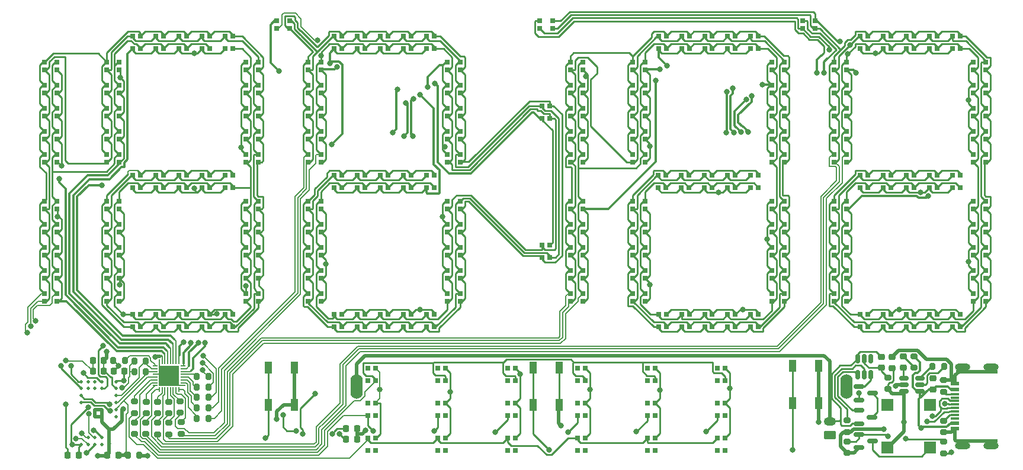
<source format=gbr>
%TF.GenerationSoftware,KiCad,Pcbnew,8.0.7*%
%TF.CreationDate,2025-03-23T00:34:42-04:00*%
%TF.ProjectId,Scoreboard,53636f72-6562-46f6-9172-642e6b696361,rev?*%
%TF.SameCoordinates,Original*%
%TF.FileFunction,Copper,L1,Top*%
%TF.FilePolarity,Positive*%
%FSLAX46Y46*%
G04 Gerber Fmt 4.6, Leading zero omitted, Abs format (unit mm)*
G04 Created by KiCad (PCBNEW 8.0.7) date 2025-03-23 00:34:42*
%MOMM*%
%LPD*%
G01*
G04 APERTURE LIST*
G04 Aperture macros list*
%AMRoundRect*
0 Rectangle with rounded corners*
0 $1 Rounding radius*
0 $2 $3 $4 $5 $6 $7 $8 $9 X,Y pos of 4 corners*
0 Add a 4 corners polygon primitive as box body*
4,1,4,$2,$3,$4,$5,$6,$7,$8,$9,$2,$3,0*
0 Add four circle primitives for the rounded corners*
1,1,$1+$1,$2,$3*
1,1,$1+$1,$4,$5*
1,1,$1+$1,$6,$7*
1,1,$1+$1,$8,$9*
0 Add four rect primitives between the rounded corners*
20,1,$1+$1,$2,$3,$4,$5,0*
20,1,$1+$1,$4,$5,$6,$7,0*
20,1,$1+$1,$6,$7,$8,$9,0*
20,1,$1+$1,$8,$9,$2,$3,0*%
G04 Aperture macros list end*
%TA.AperFunction,SMDPad,CuDef*%
%ADD10R,0.700000X0.700000*%
%TD*%
%TA.AperFunction,SMDPad,CuDef*%
%ADD11RoundRect,0.200000X-0.200000X-0.275000X0.200000X-0.275000X0.200000X0.275000X-0.200000X0.275000X0*%
%TD*%
%TA.AperFunction,SMDPad,CuDef*%
%ADD12RoundRect,0.200000X-0.275000X0.200000X-0.275000X-0.200000X0.275000X-0.200000X0.275000X0.200000X0*%
%TD*%
%TA.AperFunction,SMDPad,CuDef*%
%ADD13RoundRect,0.200000X0.275000X-0.200000X0.275000X0.200000X-0.275000X0.200000X-0.275000X-0.200000X0*%
%TD*%
%TA.AperFunction,SMDPad,CuDef*%
%ADD14RoundRect,0.225000X0.250000X-0.225000X0.250000X0.225000X-0.250000X0.225000X-0.250000X-0.225000X0*%
%TD*%
%TA.AperFunction,SMDPad,CuDef*%
%ADD15R,0.990600X1.701800*%
%TD*%
%TA.AperFunction,SMDPad,CuDef*%
%ADD16RoundRect,0.225000X0.225000X0.250000X-0.225000X0.250000X-0.225000X-0.250000X0.225000X-0.250000X0*%
%TD*%
%TA.AperFunction,SMDPad,CuDef*%
%ADD17R,1.150000X0.600000*%
%TD*%
%TA.AperFunction,SMDPad,CuDef*%
%ADD18R,1.150000X0.300000*%
%TD*%
%TA.AperFunction,ComponentPad*%
%ADD19O,2.200000X1.000000*%
%TD*%
%TA.AperFunction,SMDPad,CuDef*%
%ADD20R,1.700000X0.600000*%
%TD*%
%TA.AperFunction,SMDPad,CuDef*%
%ADD21R,1.900000X0.600000*%
%TD*%
%TA.AperFunction,SMDPad,CuDef*%
%ADD22RoundRect,0.200000X0.200000X0.275000X-0.200000X0.275000X-0.200000X-0.275000X0.200000X-0.275000X0*%
%TD*%
%TA.AperFunction,SMDPad,CuDef*%
%ADD23RoundRect,0.150000X-0.587500X-0.150000X0.587500X-0.150000X0.587500X0.150000X-0.587500X0.150000X0*%
%TD*%
%TA.AperFunction,SMDPad,CuDef*%
%ADD24RoundRect,0.050000X0.050000X-0.300000X0.050000X0.300000X-0.050000X0.300000X-0.050000X-0.300000X0*%
%TD*%
%TA.AperFunction,SMDPad,CuDef*%
%ADD25RoundRect,0.050000X0.300000X-0.050000X0.300000X0.050000X-0.300000X0.050000X-0.300000X-0.050000X0*%
%TD*%
%TA.AperFunction,HeatsinkPad*%
%ADD26C,0.500000*%
%TD*%
%TA.AperFunction,HeatsinkPad*%
%ADD27R,2.900000X2.900000*%
%TD*%
%TA.AperFunction,SMDPad,CuDef*%
%ADD28R,1.800000X1.800000*%
%TD*%
%TA.AperFunction,SMDPad,CuDef*%
%ADD29RoundRect,0.150000X0.150000X-0.512500X0.150000X0.512500X-0.150000X0.512500X-0.150000X-0.512500X0*%
%TD*%
%TA.AperFunction,SMDPad,CuDef*%
%ADD30RoundRect,0.150000X-0.512500X-0.150000X0.512500X-0.150000X0.512500X0.150000X-0.512500X0.150000X0*%
%TD*%
%TA.AperFunction,SMDPad,CuDef*%
%ADD31C,0.500000*%
%TD*%
%TA.AperFunction,SMDPad,CuDef*%
%ADD32RoundRect,0.218750X0.256250X-0.218750X0.256250X0.218750X-0.256250X0.218750X-0.256250X-0.218750X0*%
%TD*%
%TA.AperFunction,SMDPad,CuDef*%
%ADD33RoundRect,0.225000X-0.225000X-0.250000X0.225000X-0.250000X0.225000X0.250000X-0.225000X0.250000X0*%
%TD*%
%TA.AperFunction,ComponentPad*%
%ADD34O,1.760000X3.520000*%
%TD*%
%TA.AperFunction,ComponentPad*%
%ADD35RoundRect,0.250000X0.625000X-0.350000X0.625000X0.350000X-0.625000X0.350000X-0.625000X-0.350000X0*%
%TD*%
%TA.AperFunction,ComponentPad*%
%ADD36O,1.750000X1.200000*%
%TD*%
%TA.AperFunction,ViaPad*%
%ADD37C,0.800000*%
%TD*%
%TA.AperFunction,Conductor*%
%ADD38C,0.250000*%
%TD*%
%TA.AperFunction,Conductor*%
%ADD39C,0.350000*%
%TD*%
%TA.AperFunction,Conductor*%
%ADD40C,0.200000*%
%TD*%
%TA.AperFunction,Conductor*%
%ADD41C,0.500000*%
%TD*%
%TA.AperFunction,Conductor*%
%ADD42C,0.150000*%
%TD*%
G04 APERTURE END LIST*
D10*
%TO.P,D109,1,RK*%
%TO.N,RED_LEFT_1*%
X111345000Y-120950000D03*
%TO.P,D109,2,GK*%
%TO.N,BLUE_LEFT_1*%
X111345000Y-122750000D03*
%TO.P,D109,3,A*%
%TO.N,Segment_G*%
X110245000Y-122750000D03*
%TO.P,D109,4,BK*%
%TO.N,GREEN_LEFT_1*%
X110245000Y-120950000D03*
%TD*%
%TO.P,D117,1,RK*%
%TO.N,RED_LEFT_1*%
X118340000Y-105850000D03*
%TO.P,D117,2,GK*%
%TO.N,BLUE_LEFT_1*%
X116540000Y-105850000D03*
%TO.P,D117,3,A*%
%TO.N,Segment_B*%
X116540000Y-104750000D03*
%TO.P,D117,4,BK*%
%TO.N,GREEN_LEFT_1*%
X118340000Y-104750000D03*
%TD*%
%TO.P,D157,1,RK*%
%TO.N,RED_RIGHT_1*%
X171805000Y-111345000D03*
%TO.P,D157,2,GK*%
%TO.N,BLUE_RIGHT_1*%
X173605000Y-111345000D03*
%TO.P,D157,3,A*%
%TO.N,Segment_F*%
X173605000Y-112445000D03*
%TO.P,D157,4,BK*%
%TO.N,GREEN_RIGHT_1*%
X171805000Y-112445000D03*
%TD*%
%TO.P,D89,1,RK*%
%TO.N,RED_RIGHT_2*%
X222295000Y-105845000D03*
%TO.P,D89,2,GK*%
%TO.N,BLUE_RIGHT_2*%
X220495000Y-105845000D03*
%TO.P,D89,3,A*%
%TO.N,Segment_B*%
X220495000Y-104745000D03*
%TO.P,D89,4,BK*%
%TO.N,GREEN_RIGHT_2*%
X222295000Y-104745000D03*
%TD*%
D11*
%TO.P,R24,1*%
%TO.N,Net-(U3-CS14)*%
X109525000Y-151250000D03*
%TO.P,R24,2*%
%TO.N,GREEN_LEFT_1*%
X111175000Y-151250000D03*
%TD*%
D12*
%TO.P,R51,1*%
%TO.N,Net-(U3-CS6)*%
X103925000Y-156350000D03*
%TO.P,R51,2*%
%TO.N,RED_RIGHT_2*%
X103925000Y-158000000D03*
%TD*%
D10*
%TO.P,D119,1,RK*%
%TO.N,RED_LEFT_1*%
X118340000Y-115750000D03*
%TO.P,D119,2,GK*%
%TO.N,BLUE_LEFT_1*%
X116540000Y-115750000D03*
%TO.P,D119,3,A*%
%TO.N,Segment_B*%
X116540000Y-114650000D03*
%TO.P,D119,4,BK*%
%TO.N,GREEN_LEFT_1*%
X118340000Y-114650000D03*
%TD*%
D12*
%TO.P,R59,1*%
%TO.N,Net-(U3-CS4)*%
X102250000Y-156300000D03*
%TO.P,R59,2*%
%TO.N,BLUE_RIGHT_2*%
X102250000Y-157950000D03*
%TD*%
D10*
%TO.P,D139,1,RK*%
%TO.N,RED_LEFT_2*%
X140150000Y-101050000D03*
%TO.P,D139,2,GK*%
%TO.N,BLUE_LEFT_2*%
X140150000Y-102850000D03*
%TO.P,D139,3,A*%
%TO.N,Segment_A*%
X139050000Y-102850000D03*
%TO.P,D139,4,BK*%
%TO.N,GREEN_LEFT_2*%
X139050000Y-101050000D03*
%TD*%
D12*
%TO.P,R60,1*%
%TO.N,Net-(U3-CS3)*%
X102275000Y-153325000D03*
%TO.P,R60,2*%
%TO.N,GREEN_BOTTOM*%
X102275000Y-154975000D03*
%TD*%
D13*
%TO.P,R2,1*%
%TO.N,Net-(J2-CC2)*%
X216275000Y-151925000D03*
%TO.P,R2,2*%
%TO.N,GND*%
X216275000Y-150275000D03*
%TD*%
D10*
%TO.P,D6,1,RK*%
%TO.N,RED_LEFT_1*%
X87755000Y-124645000D03*
%TO.P,D6,2,GK*%
%TO.N,BLUE_LEFT_1*%
X89555000Y-124645000D03*
%TO.P,D6,3,A*%
%TO.N,Segment_H*%
X89555000Y-125745000D03*
%TO.P,D6,4,BK*%
%TO.N,GREEN_LEFT_1*%
X87755000Y-125745000D03*
%TD*%
%TO.P,D43,1,RK*%
%TO.N,RED_RIGHT_1*%
X171805000Y-114645000D03*
%TO.P,D43,2,GK*%
%TO.N,BLUE_RIGHT_1*%
X173605000Y-114645000D03*
%TO.P,D43,3,A*%
%TO.N,Segment_F*%
X173605000Y-115745000D03*
%TO.P,D43,4,BK*%
%TO.N,GREEN_RIGHT_1*%
X171805000Y-115745000D03*
%TD*%
%TO.P,D69,1,RK*%
%TO.N,RED_RIGHT_2*%
X200605000Y-104745000D03*
%TO.P,D69,2,GK*%
%TO.N,BLUE_RIGHT_2*%
X202405000Y-104745000D03*
%TO.P,D69,3,A*%
%TO.N,Segment_F*%
X202405000Y-105845000D03*
%TO.P,D69,4,BK*%
%TO.N,GREEN_RIGHT_2*%
X200605000Y-105845000D03*
%TD*%
%TO.P,D24,1,RK*%
%TO.N,unconnected-(D24-RK-Pad1)*%
X163930000Y-160300000D03*
%TO.P,D24,2,GK*%
%TO.N,BLUE_BOTTOM*%
X163930000Y-158500000D03*
%TO.P,D24,3,A*%
%TO.N,Segment_D*%
X165030000Y-158500000D03*
%TO.P,D24,4,BK*%
%TO.N,unconnected-(D24-BK-Pad4)*%
X165030000Y-160300000D03*
%TD*%
%TO.P,D4,1,RK*%
%TO.N,RED_LEFT_1*%
X87755000Y-114645000D03*
%TO.P,D4,2,GK*%
%TO.N,BLUE_LEFT_1*%
X89555000Y-114645000D03*
%TO.P,D4,3,A*%
%TO.N,Segment_I*%
X89555000Y-115745000D03*
%TO.P,D4,4,BK*%
%TO.N,GREEN_LEFT_1*%
X87755000Y-115745000D03*
%TD*%
D14*
%TO.P,C10,1*%
%TO.N,Net-(U2-VCC)*%
X207400000Y-148475000D03*
%TO.P,C10,2*%
%TO.N,Net-(BT1--)*%
X207400000Y-146925000D03*
%TD*%
D10*
%TO.P,D151,1,RK*%
%TO.N,RED_LEFT_2*%
X147145000Y-135645000D03*
%TO.P,D151,2,GK*%
%TO.N,BLUE_LEFT_2*%
X145345000Y-135645000D03*
%TO.P,D151,3,A*%
%TO.N,Segment_C*%
X145345000Y-134545000D03*
%TO.P,D151,4,BK*%
%TO.N,GREEN_LEFT_2*%
X147145000Y-134545000D03*
%TD*%
%TO.P,D79,1,RK*%
%TO.N,RED_RIGHT_2*%
X204305000Y-142645000D03*
%TO.P,D79,2,GK*%
%TO.N,BLUE_RIGHT_2*%
X204305000Y-140845000D03*
%TO.P,D79,3,A*%
%TO.N,Segment_D*%
X205405000Y-140845000D03*
%TO.P,D79,4,BK*%
%TO.N,GREEN_RIGHT_2*%
X205405000Y-142645000D03*
%TD*%
%TO.P,D106,1,RK*%
%TO.N,RED_LEFT_1*%
X114645000Y-120950000D03*
%TO.P,D106,2,GK*%
%TO.N,BLUE_LEFT_1*%
X114645000Y-122750000D03*
%TO.P,D106,3,A*%
%TO.N,Segment_G*%
X113545000Y-122750000D03*
%TO.P,D106,4,BK*%
%TO.N,GREEN_LEFT_1*%
X113545000Y-120950000D03*
%TD*%
%TO.P,D33,1,RK*%
%TO.N,RED_RIGHT_1*%
X162905000Y-117945000D03*
%TO.P,D33,2,GK*%
%TO.N,BLUE_RIGHT_1*%
X164705000Y-117945000D03*
%TO.P,D33,3,A*%
%TO.N,Segment_I*%
X164705000Y-119045000D03*
%TO.P,D33,4,BK*%
%TO.N,GREEN_RIGHT_1*%
X162905000Y-119045000D03*
%TD*%
%TO.P,D114,1,RK*%
%TO.N,RED_LEFT_1*%
X114650000Y-101050000D03*
%TO.P,D114,2,GK*%
%TO.N,BLUE_LEFT_1*%
X114650000Y-102850000D03*
%TO.P,D114,3,A*%
%TO.N,Segment_A*%
X113550000Y-102850000D03*
%TO.P,D114,4,BK*%
%TO.N,GREEN_LEFT_1*%
X113550000Y-101050000D03*
%TD*%
%TO.P,D12,1,RK*%
%TO.N,unconnected-(D12-RK-Pad1)*%
X133930000Y-160300000D03*
%TO.P,D12,2,GK*%
%TO.N,BLUE_BOTTOM*%
X133930000Y-158500000D03*
%TO.P,D12,3,A*%
%TO.N,Segment_A*%
X135030000Y-158500000D03*
%TO.P,D12,4,BK*%
%TO.N,unconnected-(D12-BK-Pad4)*%
X135030000Y-160300000D03*
%TD*%
%TO.P,D152,1,RK*%
%TO.N,RED_LEFT_2*%
X147145000Y-138945000D03*
%TO.P,D152,2,GK*%
%TO.N,BLUE_LEFT_2*%
X145345000Y-138945000D03*
%TO.P,D152,3,A*%
%TO.N,Segment_C*%
X145345000Y-137845000D03*
%TO.P,D152,4,BK*%
%TO.N,GREEN_LEFT_2*%
X147145000Y-137845000D03*
%TD*%
%TO.P,D181,1,RK*%
%TO.N,RED_LEFT_2*%
X136855000Y-120935000D03*
%TO.P,D181,2,GK*%
%TO.N,BLUE_LEFT_2*%
X136855000Y-122735000D03*
%TO.P,D181,3,A*%
%TO.N,Segment_G*%
X135755000Y-122735000D03*
%TO.P,D181,4,BK*%
%TO.N,GREEN_LEFT_2*%
X135755000Y-120935000D03*
%TD*%
D12*
%TO.P,R62,1*%
%TO.N,Net-(U3-CS1)*%
X100625000Y-153300000D03*
%TO.P,R62,2*%
%TO.N,BLUE_BOTTOM*%
X100625000Y-154950000D03*
%TD*%
D10*
%TO.P,D130,1,RK*%
%TO.N,RED_LEFT_2*%
X125455000Y-127945000D03*
%TO.P,D130,2,GK*%
%TO.N,BLUE_LEFT_2*%
X127255000Y-127945000D03*
%TO.P,D130,3,A*%
%TO.N,Segment_E*%
X127255000Y-129045000D03*
%TO.P,D130,4,BK*%
%TO.N,GREEN_LEFT_2*%
X125455000Y-129045000D03*
%TD*%
%TO.P,D120,1,RK*%
%TO.N,RED_LEFT_1*%
X118340000Y-119050000D03*
%TO.P,D120,2,GK*%
%TO.N,BLUE_LEFT_1*%
X116540000Y-119050000D03*
%TO.P,D120,3,A*%
%TO.N,Segment_B*%
X116540000Y-117950000D03*
%TO.P,D120,4,BK*%
%TO.N,GREEN_LEFT_1*%
X118340000Y-117950000D03*
%TD*%
%TO.P,D95,1,RK*%
%TO.N,RED_RIGHT_2*%
X222305000Y-135645000D03*
%TO.P,D95,2,GK*%
%TO.N,BLUE_RIGHT_2*%
X220505000Y-135645000D03*
%TO.P,D95,3,A*%
%TO.N,Segment_C*%
X220505000Y-134545000D03*
%TO.P,D95,4,BK*%
%TO.N,GREEN_RIGHT_2*%
X222305000Y-134545000D03*
%TD*%
%TO.P,D30,1,RK*%
%TO.N,RED_RIGHT_1*%
X162905000Y-104745000D03*
%TO.P,D30,2,GK*%
%TO.N,BLUE_RIGHT_1*%
X164705000Y-104745000D03*
%TO.P,D30,3,A*%
%TO.N,Segment_I*%
X164705000Y-105845000D03*
%TO.P,D30,4,BK*%
%TO.N,GREEN_RIGHT_1*%
X162905000Y-105845000D03*
%TD*%
%TO.P,D47,1,RK*%
%TO.N,RED_RIGHT_1*%
X171805000Y-134545000D03*
%TO.P,D47,2,GK*%
%TO.N,BLUE_RIGHT_1*%
X173605000Y-134545000D03*
%TO.P,D47,3,A*%
%TO.N,Segment_E*%
X173605000Y-135645000D03*
%TO.P,D47,4,BK*%
%TO.N,GREEN_RIGHT_1*%
X171805000Y-135645000D03*
%TD*%
%TO.P,D135,1,RK*%
%TO.N,RED_LEFT_2*%
X129155000Y-142645000D03*
%TO.P,D135,2,GK*%
%TO.N,BLUE_LEFT_2*%
X129155000Y-140845000D03*
%TO.P,D135,3,A*%
%TO.N,Segment_D*%
X130255000Y-140845000D03*
%TO.P,D135,4,BK*%
%TO.N,GREEN_LEFT_2*%
X130255000Y-142645000D03*
%TD*%
%TO.P,D154,1,RK*%
%TO.N,RED_LEFT_1*%
X87755000Y-131245000D03*
%TO.P,D154,2,GK*%
%TO.N,BLUE_LEFT_1*%
X89555000Y-131245000D03*
%TO.P,D154,3,A*%
%TO.N,Segment_H*%
X89555000Y-132345000D03*
%TO.P,D154,4,BK*%
%TO.N,GREEN_LEFT_1*%
X87755000Y-132345000D03*
%TD*%
D13*
%TO.P,R22,1*%
%TO.N,GND*%
X202425000Y-157650000D03*
%TO.P,R22,2*%
%TO.N,Net-(U2-CS)*%
X202425000Y-156000000D03*
%TD*%
D10*
%TO.P,D127,1,RK*%
%TO.N,RED_LEFT_2*%
X125455000Y-114645000D03*
%TO.P,D127,2,GK*%
%TO.N,BLUE_LEFT_2*%
X127255000Y-114645000D03*
%TO.P,D127,3,A*%
%TO.N,Segment_F*%
X127255000Y-115745000D03*
%TO.P,D127,4,BK*%
%TO.N,GREEN_LEFT_2*%
X125455000Y-115745000D03*
%TD*%
%TO.P,D83,1,RK*%
%TO.N,RED_RIGHT_2*%
X215310000Y-101040000D03*
%TO.P,D83,2,GK*%
%TO.N,BLUE_RIGHT_2*%
X215310000Y-102840000D03*
%TO.P,D83,3,A*%
%TO.N,Segment_A*%
X214210000Y-102840000D03*
%TO.P,D83,4,BK*%
%TO.N,GREEN_RIGHT_2*%
X214210000Y-101040000D03*
%TD*%
D15*
%TO.P,SW3,1,1*%
%TO.N,GND*%
X161299999Y-148483400D03*
X161299999Y-153766600D03*
%TO.P,SW3,2,2*%
%TO.N,Net-(U1-P029)*%
X157600001Y-148483400D03*
X157600001Y-153766600D03*
%TD*%
D16*
%TO.P,C7,1*%
%TO.N,VBAT*%
X96200000Y-148950000D03*
%TO.P,C7,2*%
%TO.N,GND*%
X94650000Y-148950000D03*
%TD*%
D11*
%TO.P,R4,1*%
%TO.N,Net-(J3-PROG)*%
X214675000Y-148325000D03*
%TO.P,R4,2*%
%TO.N,Net-(J3-STDBY)*%
X216325000Y-148325000D03*
%TD*%
D10*
%TO.P,D70,1,RK*%
%TO.N,RED_RIGHT_2*%
X200605000Y-108045000D03*
%TO.P,D70,2,GK*%
%TO.N,BLUE_RIGHT_2*%
X202405000Y-108045000D03*
%TO.P,D70,3,A*%
%TO.N,Segment_F*%
X202405000Y-109145000D03*
%TO.P,D70,4,BK*%
%TO.N,GREEN_RIGHT_2*%
X200605000Y-109145000D03*
%TD*%
%TO.P,D23,1,RK*%
%TO.N,unconnected-(D23-RK-Pad1)*%
X163930000Y-150300000D03*
%TO.P,D23,2,GK*%
%TO.N,unconnected-(D23-GK-Pad2)*%
X163930000Y-148500000D03*
%TO.P,D23,3,A*%
%TO.N,Segment_D*%
X165030000Y-148500000D03*
%TO.P,D23,4,BK*%
%TO.N,GREEN_BOTTOM*%
X165030000Y-150300000D03*
%TD*%
%TO.P,D7,1,RK*%
%TO.N,RED_LEFT_1*%
X87755000Y-127945000D03*
%TO.P,D7,2,GK*%
%TO.N,BLUE_LEFT_1*%
X89555000Y-127945000D03*
%TO.P,D7,3,A*%
%TO.N,Segment_H*%
X89555000Y-129045000D03*
%TO.P,D7,4,BK*%
%TO.N,GREEN_LEFT_1*%
X87755000Y-129045000D03*
%TD*%
%TO.P,D92,1,RK*%
%TO.N,RED_RIGHT_2*%
X222295000Y-119045000D03*
%TO.P,D92,2,GK*%
%TO.N,BLUE_RIGHT_2*%
X220495000Y-119045000D03*
%TO.P,D92,3,A*%
%TO.N,Segment_B*%
X220495000Y-117945000D03*
%TO.P,D92,4,BK*%
%TO.N,GREEN_RIGHT_2*%
X222295000Y-117945000D03*
%TD*%
%TO.P,D168,1,RK*%
%TO.N,RED_RIGHT_2*%
X210905000Y-142645000D03*
%TO.P,D168,2,GK*%
%TO.N,BLUE_RIGHT_2*%
X210905000Y-140845000D03*
%TO.P,D168,3,A*%
%TO.N,Segment_D*%
X212005000Y-140845000D03*
%TO.P,D168,4,BK*%
%TO.N,GREEN_RIGHT_2*%
X212005000Y-142645000D03*
%TD*%
%TO.P,D147,1,RK*%
%TO.N,RED_LEFT_2*%
X147155000Y-115745000D03*
%TO.P,D147,2,GK*%
%TO.N,BLUE_LEFT_2*%
X145355000Y-115745000D03*
%TO.P,D147,3,A*%
%TO.N,Segment_B*%
X145355000Y-114645000D03*
%TO.P,D147,4,BK*%
%TO.N,GREEN_LEFT_2*%
X147155000Y-114645000D03*
%TD*%
D17*
%TO.P,J2,A1/B12,GND*%
%TO.N,GND*%
X217882500Y-157182500D03*
%TO.P,J2,A4/B9,VBUS*%
%TO.N,VBUS*%
X217882500Y-156382500D03*
D18*
%TO.P,J2,A5,CC1*%
%TO.N,Net-(J2-CC1)*%
X217882500Y-155232500D03*
%TO.P,J2,A6,DP1*%
%TO.N,D+*%
X217882500Y-154232500D03*
%TO.P,J2,A7,DN1*%
%TO.N,D-*%
X217882500Y-153732500D03*
%TO.P,J2,A8,SBU1*%
%TO.N,unconnected-(J2-SBU1-PadA8)*%
X217882500Y-152732500D03*
D17*
%TO.P,J2,B1/A12,GND__1*%
%TO.N,GND*%
X217882500Y-150782500D03*
%TO.P,J2,B4/A9,VBUS__1*%
%TO.N,VBUS*%
X217882500Y-151582500D03*
D18*
%TO.P,J2,B5,CC2*%
%TO.N,Net-(J2-CC2)*%
X217882500Y-152232500D03*
%TO.P,J2,B6,DP2*%
%TO.N,D+*%
X217882500Y-153232500D03*
%TO.P,J2,B7,DN2*%
%TO.N,D-*%
X217882500Y-154732500D03*
%TO.P,J2,B8,SBU2*%
%TO.N,unconnected-(J2-SBU2-PadB8)*%
X217882500Y-155732500D03*
D19*
%TO.P,J2,S1,GND__2*%
%TO.N,GND*%
X219007500Y-159602500D03*
D20*
X218957500Y-158932500D03*
D21*
%TO.P,J2,S2,GND__3*%
X219007500Y-149032500D03*
D19*
X219007500Y-148362500D03*
%TO.P,J2,S3,GND__4*%
X223007500Y-159602500D03*
D21*
X223007500Y-158977500D03*
%TO.P,J2,S4,GND__5*%
X223007500Y-149007500D03*
D19*
X223007500Y-148362500D03*
%TD*%
D10*
%TO.P,D25,1,RK*%
%TO.N,RED_BOTTOM*%
X163930000Y-155300000D03*
%TO.P,D25,2,GK*%
%TO.N,unconnected-(D25-GK-Pad2)*%
X163930000Y-153500000D03*
%TO.P,D25,3,A*%
%TO.N,Segment_D*%
X165030000Y-153500000D03*
%TO.P,D25,4,BK*%
%TO.N,unconnected-(D25-BK-Pad4)*%
X165030000Y-155300000D03*
%TD*%
%TO.P,D173,1,RK*%
%TO.N,RED_LEFT_1*%
X108050000Y-101050000D03*
%TO.P,D173,2,GK*%
%TO.N,BLUE_LEFT_1*%
X108050000Y-102850000D03*
%TO.P,D173,3,A*%
%TO.N,Segment_A*%
X106950000Y-102850000D03*
%TO.P,D173,4,BK*%
%TO.N,GREEN_LEFT_1*%
X106950000Y-101050000D03*
%TD*%
%TO.P,D16,1,RK*%
%TO.N,RED_BOTTOM*%
X143930000Y-155300000D03*
%TO.P,D16,2,GK*%
%TO.N,unconnected-(D16-GK-Pad2)*%
X143930000Y-153500000D03*
%TO.P,D16,3,A*%
%TO.N,Segment_B*%
X145030000Y-153500000D03*
%TO.P,D16,4,BK*%
%TO.N,unconnected-(D16-BK-Pad4)*%
X145030000Y-155300000D03*
%TD*%
%TO.P,D36,1,RK*%
%TO.N,RED_RIGHT_1*%
X162900000Y-134550000D03*
%TO.P,D36,2,GK*%
%TO.N,BLUE_RIGHT_1*%
X164700000Y-134550000D03*
%TO.P,D36,3,A*%
%TO.N,Segment_H*%
X164700000Y-135650000D03*
%TO.P,D36,4,BK*%
%TO.N,GREEN_RIGHT_1*%
X162900000Y-135650000D03*
%TD*%
%TO.P,D40,1,RK*%
%TO.N,unconnected-(D40-RK-Pad1)*%
X183950000Y-160300000D03*
%TO.P,D40,2,GK*%
%TO.N,BLUE_BOTTOM*%
X183950000Y-158500000D03*
%TO.P,D40,3,A*%
%TO.N,Segment_F*%
X185050000Y-158500000D03*
%TO.P,D40,4,BK*%
%TO.N,unconnected-(D40-BK-Pad4)*%
X185050000Y-160300000D03*
%TD*%
%TO.P,D174,1,RK*%
%TO.N,RED_LEFT_1*%
X108045000Y-120950000D03*
%TO.P,D174,2,GK*%
%TO.N,BLUE_LEFT_1*%
X108045000Y-122750000D03*
%TO.P,D174,3,A*%
%TO.N,Segment_G*%
X106945000Y-122750000D03*
%TO.P,D174,4,BK*%
%TO.N,GREEN_LEFT_1*%
X106945000Y-120950000D03*
%TD*%
%TO.P,D34,1,RK*%
%TO.N,RED_RIGHT_1*%
X162900000Y-124650000D03*
%TO.P,D34,2,GK*%
%TO.N,BLUE_RIGHT_1*%
X164700000Y-124650000D03*
%TO.P,D34,3,A*%
%TO.N,Segment_H*%
X164700000Y-125750000D03*
%TO.P,D34,4,BK*%
%TO.N,GREEN_RIGHT_1*%
X162900000Y-125750000D03*
%TD*%
%TO.P,D44,1,RK*%
%TO.N,RED_RIGHT_1*%
X171805000Y-117945000D03*
%TO.P,D44,2,GK*%
%TO.N,BLUE_RIGHT_1*%
X173605000Y-117945000D03*
%TO.P,D44,3,A*%
%TO.N,Segment_F*%
X173605000Y-119045000D03*
%TO.P,D44,4,BK*%
%TO.N,GREEN_RIGHT_1*%
X171805000Y-119045000D03*
%TD*%
%TO.P,D19,1,RK*%
%TO.N,unconnected-(D19-RK-Pad1)*%
X153930000Y-160300000D03*
%TO.P,D19,2,GK*%
%TO.N,BLUE_BOTTOM*%
X153930000Y-158500000D03*
%TO.P,D19,3,A*%
%TO.N,Segment_C*%
X155030000Y-158500000D03*
%TO.P,D19,4,BK*%
%TO.N,unconnected-(D19-BK-Pad4)*%
X155030000Y-160300000D03*
%TD*%
D12*
%TO.P,R1,1*%
%TO.N,Net-(J2-CC1)*%
X216275000Y-156075000D03*
%TO.P,R1,2*%
%TO.N,GND*%
X216275000Y-157725000D03*
%TD*%
D10*
%TO.P,D156,1,RK*%
%TO.N,RED_RIGHT_1*%
X162900000Y-131250000D03*
%TO.P,D156,2,GK*%
%TO.N,BLUE_RIGHT_1*%
X164700000Y-131250000D03*
%TO.P,D156,3,A*%
%TO.N,Segment_H*%
X164700000Y-132350000D03*
%TO.P,D156,4,BK*%
%TO.N,GREEN_RIGHT_1*%
X162900000Y-132350000D03*
%TD*%
D15*
%TO.P,SW1,1,1*%
%TO.N,GND*%
X198399999Y-148233400D03*
X198399999Y-153516600D03*
%TO.P,SW1,2,2*%
%TO.N,Net-(U1-P003)*%
X194700001Y-148233400D03*
X194700001Y-153516600D03*
%TD*%
D22*
%TO.P,R8,1*%
%TO.N,Net-(U3-ISET)*%
X99250000Y-147475000D03*
%TO.P,R8,2*%
%TO.N,GND*%
X97600000Y-147475000D03*
%TD*%
D23*
%TO.P,Q7,1,G*%
%TO.N,Net-(Q7-G)*%
X204175000Y-154575000D03*
%TO.P,Q7,2,S*%
%TO.N,Net-(BT1--)*%
X204175000Y-156475000D03*
%TO.P,Q7,3,D*%
%TO.N,Net-(Q6-D)*%
X206050000Y-155525000D03*
%TD*%
D10*
%TO.P,D13,1,RK*%
%TO.N,RED_RIGHT_2*%
X197925000Y-99975000D03*
%TO.P,D13,2,GK*%
%TO.N,BLUE_RIGHT_2*%
X196125000Y-99975000D03*
%TO.P,D13,3,A*%
%TO.N,Segment_I*%
X196125000Y-98875000D03*
%TO.P,D13,4,BK*%
%TO.N,GREEN_RIGHT_2*%
X197925000Y-98875000D03*
%TD*%
%TO.P,D65,1,RK*%
%TO.N,RED_RIGHT_1*%
X193505000Y-125745000D03*
%TO.P,D65,2,GK*%
%TO.N,BLUE_RIGHT_1*%
X191705000Y-125745000D03*
%TO.P,D65,3,A*%
%TO.N,Segment_C*%
X191705000Y-124645000D03*
%TO.P,D65,4,BK*%
%TO.N,GREEN_RIGHT_1*%
X193505000Y-124645000D03*
%TD*%
%TO.P,D87,1,RK*%
%TO.N,RED_RIGHT_2*%
X218605000Y-120945000D03*
%TO.P,D87,2,GK*%
%TO.N,BLUE_RIGHT_2*%
X218605000Y-122745000D03*
%TO.P,D87,3,A*%
%TO.N,Segment_G*%
X217505000Y-122745000D03*
%TO.P,D87,4,BK*%
%TO.N,GREEN_RIGHT_2*%
X217505000Y-120945000D03*
%TD*%
%TO.P,D49,1,RK*%
%TO.N,RED_RIGHT_1*%
X176605000Y-101045000D03*
%TO.P,D49,2,GK*%
%TO.N,BLUE_RIGHT_1*%
X176605000Y-102845000D03*
%TO.P,D49,3,A*%
%TO.N,Segment_A*%
X175505000Y-102845000D03*
%TO.P,D49,4,BK*%
%TO.N,GREEN_RIGHT_1*%
X175505000Y-101045000D03*
%TD*%
%TO.P,D38,1,RK*%
%TO.N,unconnected-(D38-RK-Pad1)*%
X183950000Y-150300000D03*
%TO.P,D38,2,GK*%
%TO.N,unconnected-(D38-GK-Pad2)*%
X183950000Y-148500000D03*
%TO.P,D38,3,A*%
%TO.N,Segment_F*%
X185050000Y-148500000D03*
%TO.P,D38,4,BK*%
%TO.N,GREEN_BOTTOM*%
X185050000Y-150300000D03*
%TD*%
%TO.P,D41,1,RK*%
%TO.N,RED_RIGHT_1*%
X171805000Y-104745000D03*
%TO.P,D41,2,GK*%
%TO.N,BLUE_RIGHT_1*%
X173605000Y-104745000D03*
%TO.P,D41,3,A*%
%TO.N,Segment_F*%
X173605000Y-105845000D03*
%TO.P,D41,4,BK*%
%TO.N,GREEN_RIGHT_1*%
X171805000Y-105845000D03*
%TD*%
%TO.P,D31,1,RK*%
%TO.N,RED_RIGHT_1*%
X162905000Y-108045000D03*
%TO.P,D31,2,GK*%
%TO.N,BLUE_RIGHT_1*%
X164705000Y-108045000D03*
%TO.P,D31,3,A*%
%TO.N,Segment_I*%
X164705000Y-109145000D03*
%TO.P,D31,4,BK*%
%TO.N,GREEN_RIGHT_1*%
X162905000Y-109145000D03*
%TD*%
%TO.P,D100,1,RK*%
%TO.N,RED_LEFT_1*%
X96650000Y-117950000D03*
%TO.P,D100,2,GK*%
%TO.N,BLUE_LEFT_1*%
X98450000Y-117950000D03*
%TO.P,D100,3,A*%
%TO.N,Segment_F*%
X98450000Y-119050000D03*
%TO.P,D100,4,BK*%
%TO.N,GREEN_LEFT_1*%
X96650000Y-119050000D03*
%TD*%
%TO.P,D64,1,RK*%
%TO.N,RED_RIGHT_1*%
X193505000Y-119045000D03*
%TO.P,D64,2,GK*%
%TO.N,BLUE_RIGHT_1*%
X191705000Y-119045000D03*
%TO.P,D64,3,A*%
%TO.N,Segment_B*%
X191705000Y-117945000D03*
%TO.P,D64,4,BK*%
%TO.N,GREEN_RIGHT_1*%
X193505000Y-117945000D03*
%TD*%
D16*
%TO.P,C5,1*%
%TO.N,VBUS*%
X99200000Y-148975000D03*
%TO.P,C5,2*%
%TO.N,GND*%
X97650000Y-148975000D03*
%TD*%
D10*
%TO.P,D77,1,RK*%
%TO.N,RED_RIGHT_2*%
X205410000Y-101040000D03*
%TO.P,D77,2,GK*%
%TO.N,BLUE_RIGHT_2*%
X205410000Y-102840000D03*
%TO.P,D77,3,A*%
%TO.N,Segment_A*%
X204310000Y-102840000D03*
%TO.P,D77,4,BK*%
%TO.N,GREEN_RIGHT_2*%
X204310000Y-101040000D03*
%TD*%
%TO.P,D60,1,RK*%
%TO.N,RED_RIGHT_1*%
X188705000Y-142645000D03*
%TO.P,D60,2,GK*%
%TO.N,BLUE_RIGHT_1*%
X188705000Y-140845000D03*
%TO.P,D60,3,A*%
%TO.N,Segment_D*%
X189805000Y-140845000D03*
%TO.P,D60,4,BK*%
%TO.N,GREEN_RIGHT_1*%
X189805000Y-142645000D03*
%TD*%
%TO.P,D5,1,RK*%
%TO.N,RED_LEFT_1*%
X87755000Y-117945000D03*
%TO.P,D5,2,GK*%
%TO.N,BLUE_LEFT_1*%
X89555000Y-117945000D03*
%TO.P,D5,3,A*%
%TO.N,Segment_I*%
X89555000Y-119045000D03*
%TO.P,D5,4,BK*%
%TO.N,GREEN_LEFT_1*%
X87755000Y-119045000D03*
%TD*%
%TO.P,D184,1,RK*%
%TO.N,RED_LEFT_2*%
X147145000Y-132345000D03*
%TO.P,D184,2,GK*%
%TO.N,BLUE_LEFT_2*%
X145345000Y-132345000D03*
%TO.P,D184,3,A*%
%TO.N,Segment_C*%
X145345000Y-131245000D03*
%TO.P,D184,4,BK*%
%TO.N,GREEN_LEFT_2*%
X147145000Y-131245000D03*
%TD*%
%TO.P,D15,1,RK*%
%TO.N,unconnected-(D15-RK-Pad1)*%
X143930000Y-160300000D03*
%TO.P,D15,2,GK*%
%TO.N,BLUE_BOTTOM*%
X143930000Y-158500000D03*
%TO.P,D15,3,A*%
%TO.N,Segment_B*%
X145030000Y-158500000D03*
%TO.P,D15,4,BK*%
%TO.N,unconnected-(D15-BK-Pad4)*%
X145030000Y-160300000D03*
%TD*%
%TO.P,D21,1,RK*%
%TO.N,RED_LEFT_2*%
X160000000Y-111025000D03*
%TO.P,D21,2,GK*%
%TO.N,BLUE_LEFT_2*%
X160000000Y-112825000D03*
%TO.P,D21,3,A*%
%TO.N,Segment_H*%
X158900000Y-112825000D03*
%TO.P,D21,4,BK*%
%TO.N,GREEN_LEFT_2*%
X158900000Y-111025000D03*
%TD*%
%TO.P,D82,1,RK*%
%TO.N,RED_RIGHT_2*%
X207605000Y-142645000D03*
%TO.P,D82,2,GK*%
%TO.N,BLUE_RIGHT_2*%
X207605000Y-140845000D03*
%TO.P,D82,3,A*%
%TO.N,Segment_D*%
X208705000Y-140845000D03*
%TO.P,D82,4,BK*%
%TO.N,GREEN_RIGHT_2*%
X208705000Y-142645000D03*
%TD*%
%TO.P,D59,1,RK*%
%TO.N,RED_RIGHT_1*%
X176600000Y-120950000D03*
%TO.P,D59,2,GK*%
%TO.N,BLUE_RIGHT_1*%
X176600000Y-122750000D03*
%TO.P,D59,3,A*%
%TO.N,Segment_G*%
X175500000Y-122750000D03*
%TO.P,D59,4,BK*%
%TO.N,GREEN_RIGHT_1*%
X175500000Y-120950000D03*
%TD*%
%TO.P,D153,1,RK*%
%TO.N,RED_LEFT_1*%
X87755000Y-111345000D03*
%TO.P,D153,2,GK*%
%TO.N,BLUE_LEFT_1*%
X89555000Y-111345000D03*
%TO.P,D153,3,A*%
%TO.N,Segment_I*%
X89555000Y-112445000D03*
%TO.P,D153,4,BK*%
%TO.N,GREEN_LEFT_1*%
X87755000Y-112445000D03*
%TD*%
%TO.P,D115,4,BK*%
%TO.N,GREEN_LEFT_1*%
X100345000Y-120950000D03*
%TO.P,D115,3,A*%
%TO.N,Segment_G*%
X100345000Y-122750000D03*
%TO.P,D115,2,GK*%
%TO.N,BLUE_LEFT_1*%
X101445000Y-122750000D03*
%TO.P,D115,1,RK*%
%TO.N,RED_LEFT_1*%
X101445000Y-120950000D03*
%TD*%
%TO.P,D170,1,RK*%
%TO.N,RED_RIGHT_2*%
X222305000Y-132345000D03*
%TO.P,D170,2,GK*%
%TO.N,BLUE_RIGHT_2*%
X220505000Y-132345000D03*
%TO.P,D170,3,A*%
%TO.N,Segment_C*%
X220505000Y-131245000D03*
%TO.P,D170,4,BK*%
%TO.N,GREEN_RIGHT_2*%
X222305000Y-131245000D03*
%TD*%
%TO.P,D112,4,BK*%
%TO.N,GREEN_LEFT_1*%
X103645000Y-120950000D03*
%TO.P,D112,3,A*%
%TO.N,Segment_G*%
X103645000Y-122750000D03*
%TO.P,D112,2,GK*%
%TO.N,BLUE_LEFT_1*%
X104745000Y-122750000D03*
%TO.P,D112,1,RK*%
%TO.N,RED_LEFT_1*%
X104745000Y-120950000D03*
%TD*%
%TO.P,D108,1,RK*%
%TO.N,RED_LEFT_1*%
X104750000Y-101050000D03*
%TO.P,D108,2,GK*%
%TO.N,BLUE_LEFT_1*%
X104750000Y-102850000D03*
%TO.P,D108,3,A*%
%TO.N,Segment_A*%
X103650000Y-102850000D03*
%TO.P,D108,4,BK*%
%TO.N,GREEN_LEFT_1*%
X103650000Y-101050000D03*
%TD*%
%TO.P,D11,1,RK*%
%TO.N,RED_BOTTOM*%
X133930000Y-155300000D03*
%TO.P,D11,2,GK*%
%TO.N,unconnected-(D11-GK-Pad2)*%
X133930000Y-153500000D03*
%TO.P,D11,3,A*%
%TO.N,Segment_A*%
X135030000Y-153500000D03*
%TO.P,D11,4,BK*%
%TO.N,unconnected-(D11-BK-Pad4)*%
X135030000Y-155300000D03*
%TD*%
%TO.P,D159,1,RK*%
%TO.N,RED_RIGHT_1*%
X183205000Y-101045000D03*
%TO.P,D159,2,GK*%
%TO.N,BLUE_RIGHT_1*%
X183205000Y-102845000D03*
%TO.P,D159,3,A*%
%TO.N,Segment_A*%
X182105000Y-102845000D03*
%TO.P,D159,4,BK*%
%TO.N,GREEN_RIGHT_1*%
X182105000Y-101045000D03*
%TD*%
%TO.P,D26,1,RK*%
%TO.N,RED_LEFT_2*%
X158900000Y-132700000D03*
%TO.P,D26,2,GK*%
%TO.N,BLUE_LEFT_2*%
X158900000Y-130900000D03*
%TO.P,D26,3,A*%
%TO.N,Segment_H*%
X160000000Y-130900000D03*
%TO.P,D26,4,BK*%
%TO.N,GREEN_LEFT_2*%
X160000000Y-132700000D03*
%TD*%
D24*
%TO.P,U3,1,CS4*%
%TO.N,Net-(U3-CS4)*%
X104150000Y-151625000D03*
%TO.P,U3,2,CS5*%
%TO.N,Net-(U3-CS5)*%
X104550000Y-151625000D03*
%TO.P,U3,3,CS6*%
%TO.N,Net-(U3-CS6)*%
X104950000Y-151625000D03*
%TO.P,U3,4,CS7*%
%TO.N,Net-(U3-CS7)*%
X105350000Y-151625000D03*
%TO.P,U3,5,CS8*%
%TO.N,Net-(U3-CS8)*%
X105750000Y-151625000D03*
%TO.P,U3,6,CS9*%
%TO.N,Net-(U3-CS9)*%
X106150000Y-151625000D03*
%TO.P,U3,7,CS10*%
%TO.N,Net-(U3-CS10)*%
X106550000Y-151625000D03*
%TO.P,U3,8,CS11*%
%TO.N,Net-(U3-CS11)*%
X106950000Y-151625000D03*
D25*
%TO.P,U3,9,GND*%
%TO.N,GND*%
X107550000Y-151025000D03*
%TO.P,U3,10,CS12*%
%TO.N,Net-(U3-CS12)*%
X107550000Y-150625000D03*
%TO.P,U3,11,CS13*%
%TO.N,Net-(U3-CS13)*%
X107550000Y-150225000D03*
%TO.P,U3,12,CS14*%
%TO.N,Net-(U3-CS14)*%
X107550000Y-149825000D03*
%TO.P,U3,13,CS15*%
%TO.N,Net-(U3-CS15)*%
X107550000Y-149425000D03*
%TO.P,U3,14,SW9/CS16*%
%TO.N,Segment_D*%
X107550000Y-149025000D03*
%TO.P,U3,15,SW8*%
%TO.N,Segment_C*%
X107550000Y-148625000D03*
%TO.P,U3,16,SW7*%
%TO.N,Segment_G*%
X107550000Y-148225000D03*
D24*
%TO.P,U3,17,SW6*%
%TO.N,Segment_E*%
X106950000Y-147625000D03*
%TO.P,U3,18,SW5*%
%TO.N,Segment_B*%
X106550000Y-147625000D03*
%TO.P,U3,19,SW4*%
%TO.N,Segment_A*%
X106150000Y-147625000D03*
%TO.P,U3,20,SW3*%
%TO.N,Segment_F*%
X105750000Y-147625000D03*
%TO.P,U3,21,SW2*%
%TO.N,Segment_I*%
X105350000Y-147625000D03*
%TO.P,U3,22,SW1*%
%TO.N,Segment_H*%
X104950000Y-147625000D03*
%TO.P,U3,23,VCC*%
%TO.N,VBAT*%
X104550000Y-147625000D03*
%TO.P,U3,24,GND*%
%TO.N,GND*%
X104150000Y-147625000D03*
D25*
%TO.P,U3,25,ISET*%
%TO.N,Net-(U3-ISET)*%
X103550000Y-148225000D03*
%TO.P,U3,26,SDA*%
%TO.N,SDA*%
X103550000Y-148625000D03*
%TO.P,U3,27,SCL*%
%TO.N,SCL*%
X103550000Y-149025000D03*
%TO.P,U3,28,AD*%
%TO.N,GND*%
X103550000Y-149425000D03*
%TO.P,U3,29,SDB*%
%TO.N,SDB*%
X103550000Y-149825000D03*
%TO.P,U3,30,CS1*%
%TO.N,Net-(U3-CS1)*%
X103550000Y-150225000D03*
%TO.P,U3,31,CS2*%
%TO.N,Net-(U3-CS2)*%
X103550000Y-150625000D03*
%TO.P,U3,32,CS3*%
%TO.N,Net-(U3-CS3)*%
X103550000Y-151025000D03*
D26*
%TO.P,U3,33,GND*%
%TO.N,GND*%
X104350000Y-150825000D03*
X105550000Y-150825000D03*
X106750000Y-150825000D03*
X104350000Y-149625000D03*
X105550000Y-149625000D03*
D27*
X105550000Y-149625000D03*
D26*
X106750000Y-149625000D03*
X104350000Y-148425000D03*
X105550000Y-148425000D03*
X106750000Y-148425000D03*
%TD*%
D10*
%TO.P,D178,1,RK*%
%TO.N,RED_LEFT_2*%
X125455000Y-111345000D03*
%TO.P,D178,2,GK*%
%TO.N,BLUE_LEFT_2*%
X127255000Y-111345000D03*
%TO.P,D178,3,A*%
%TO.N,Segment_F*%
X127255000Y-112445000D03*
%TO.P,D178,4,BK*%
%TO.N,GREEN_LEFT_2*%
X125455000Y-112445000D03*
%TD*%
D11*
%TO.P,R6,1*%
%TO.N,VDD*%
X100575000Y-149025000D03*
%TO.P,R6,2*%
%TO.N,SCL*%
X102225000Y-149025000D03*
%TD*%
D10*
%TO.P,D67,1,RK*%
%TO.N,RED_RIGHT_1*%
X193505000Y-135645000D03*
%TO.P,D67,2,GK*%
%TO.N,BLUE_RIGHT_1*%
X191705000Y-135645000D03*
%TO.P,D67,3,A*%
%TO.N,Segment_C*%
X191705000Y-134545000D03*
%TO.P,D67,4,BK*%
%TO.N,GREEN_RIGHT_1*%
X193505000Y-134545000D03*
%TD*%
%TO.P,D142,1,RK*%
%TO.N,RED_LEFT_2*%
X143450000Y-101050000D03*
%TO.P,D142,2,GK*%
%TO.N,BLUE_LEFT_2*%
X143450000Y-102850000D03*
%TO.P,D142,3,A*%
%TO.N,Segment_A*%
X142350000Y-102850000D03*
%TO.P,D142,4,BK*%
%TO.N,GREEN_LEFT_2*%
X142350000Y-101050000D03*
%TD*%
%TO.P,D113,1,RK*%
%TO.N,RED_LEFT_1*%
X110250000Y-142640000D03*
%TO.P,D113,2,GK*%
%TO.N,BLUE_LEFT_1*%
X110250000Y-140840000D03*
%TO.P,D113,3,A*%
%TO.N,Segment_D*%
X111350000Y-140840000D03*
%TO.P,D113,4,BK*%
%TO.N,GREEN_LEFT_1*%
X111350000Y-142640000D03*
%TD*%
D12*
%TO.P,R61,1*%
%TO.N,Net-(U3-CS2)*%
X100650000Y-156300000D03*
%TO.P,R61,2*%
%TO.N,RED_BOTTOM*%
X100650000Y-157950000D03*
%TD*%
D10*
%TO.P,D42,1,RK*%
%TO.N,RED_RIGHT_1*%
X171805000Y-108045000D03*
%TO.P,D42,2,GK*%
%TO.N,BLUE_RIGHT_1*%
X173605000Y-108045000D03*
%TO.P,D42,3,A*%
%TO.N,Segment_F*%
X173605000Y-109145000D03*
%TO.P,D42,4,BK*%
%TO.N,GREEN_RIGHT_1*%
X171805000Y-109145000D03*
%TD*%
%TO.P,D50,1,RK*%
%TO.N,RED_RIGHT_1*%
X189800000Y-120950000D03*
%TO.P,D50,2,GK*%
%TO.N,BLUE_RIGHT_1*%
X189800000Y-122750000D03*
%TO.P,D50,3,A*%
%TO.N,Segment_G*%
X188700000Y-122750000D03*
%TO.P,D50,4,BK*%
%TO.N,GREEN_RIGHT_1*%
X188700000Y-120950000D03*
%TD*%
%TO.P,D123,1,RK*%
%TO.N,RED_LEFT_1*%
X118350000Y-135650000D03*
%TO.P,D123,2,GK*%
%TO.N,BLUE_LEFT_1*%
X116550000Y-135650000D03*
%TO.P,D123,3,A*%
%TO.N,Segment_C*%
X116550000Y-134550000D03*
%TO.P,D123,4,BK*%
%TO.N,GREEN_LEFT_1*%
X118350000Y-134550000D03*
%TD*%
D14*
%TO.P,C1,1*%
%TO.N,VBUS*%
X214725000Y-151550000D03*
%TO.P,C1,2*%
%TO.N,GND*%
X214725000Y-150000000D03*
%TD*%
D10*
%TO.P,D167,1,RK*%
%TO.N,RED_RIGHT_2*%
X212005000Y-120945000D03*
%TO.P,D167,2,GK*%
%TO.N,BLUE_RIGHT_2*%
X212005000Y-122745000D03*
%TO.P,D167,3,A*%
%TO.N,Segment_G*%
X210905000Y-122745000D03*
%TO.P,D167,4,BK*%
%TO.N,GREEN_RIGHT_2*%
X210905000Y-120945000D03*
%TD*%
D12*
%TO.P,R50,1*%
%TO.N,Net-(U3-CS7)*%
X105500000Y-153350000D03*
%TO.P,R50,2*%
%TO.N,BLUE_RIGHT_1*%
X105500000Y-155000000D03*
%TD*%
D10*
%TO.P,D103,1,RK*%
%TO.N,RED_LEFT_1*%
X96650000Y-134550000D03*
%TO.P,D103,2,GK*%
%TO.N,BLUE_LEFT_1*%
X98450000Y-134550000D03*
%TO.P,D103,3,A*%
%TO.N,Segment_E*%
X98450000Y-135650000D03*
%TO.P,D103,4,BK*%
%TO.N,GREEN_LEFT_1*%
X96650000Y-135650000D03*
%TD*%
%TO.P,D51,1,RK*%
%TO.N,RED_RIGHT_1*%
X175505000Y-142645000D03*
%TO.P,D51,2,GK*%
%TO.N,BLUE_RIGHT_1*%
X175505000Y-140845000D03*
%TO.P,D51,3,A*%
%TO.N,Segment_D*%
X176605000Y-140845000D03*
%TO.P,D51,4,BK*%
%TO.N,GREEN_RIGHT_1*%
X176605000Y-142645000D03*
%TD*%
%TO.P,D182,1,RK*%
%TO.N,RED_LEFT_2*%
X135755000Y-142645000D03*
%TO.P,D182,2,GK*%
%TO.N,BLUE_LEFT_2*%
X135755000Y-140845000D03*
%TO.P,D182,3,A*%
%TO.N,Segment_D*%
X136855000Y-140845000D03*
%TO.P,D182,4,BK*%
%TO.N,GREEN_LEFT_2*%
X136855000Y-142645000D03*
%TD*%
%TO.P,D126,1,RK*%
%TO.N,RED_LEFT_2*%
X125455000Y-108045000D03*
%TO.P,D126,2,GK*%
%TO.N,BLUE_LEFT_2*%
X127255000Y-108045000D03*
%TO.P,D126,3,A*%
%TO.N,Segment_F*%
X127255000Y-109145000D03*
%TO.P,D126,4,BK*%
%TO.N,GREEN_LEFT_2*%
X125455000Y-109145000D03*
%TD*%
%TO.P,D8,1,RK*%
%TO.N,RED_LEFT_1*%
X87755000Y-134545000D03*
%TO.P,D8,2,GK*%
%TO.N,BLUE_LEFT_1*%
X89555000Y-134545000D03*
%TO.P,D8,3,A*%
%TO.N,Segment_H*%
X89555000Y-135645000D03*
%TO.P,D8,4,BK*%
%TO.N,GREEN_LEFT_1*%
X87755000Y-135645000D03*
%TD*%
%TO.P,D10,1,RK*%
%TO.N,unconnected-(D10-RK-Pad1)*%
X133930000Y-150300000D03*
%TO.P,D10,2,GK*%
%TO.N,unconnected-(D10-GK-Pad2)*%
X133930000Y-148500000D03*
%TO.P,D10,3,A*%
%TO.N,Segment_A*%
X135030000Y-148500000D03*
%TO.P,D10,4,BK*%
%TO.N,GREEN_BOTTOM*%
X135030000Y-150300000D03*
%TD*%
%TO.P,D124,1,RK*%
%TO.N,RED_LEFT_1*%
X118350000Y-138950000D03*
%TO.P,D124,2,GK*%
%TO.N,BLUE_LEFT_1*%
X116550000Y-138950000D03*
%TO.P,D124,3,A*%
%TO.N,Segment_C*%
X116550000Y-137850000D03*
%TO.P,D124,4,BK*%
%TO.N,GREEN_LEFT_1*%
X118350000Y-137850000D03*
%TD*%
%TO.P,D96,1,RK*%
%TO.N,RED_RIGHT_2*%
X222305000Y-138945000D03*
%TO.P,D96,2,GK*%
%TO.N,BLUE_RIGHT_2*%
X220505000Y-138945000D03*
%TO.P,D96,3,A*%
%TO.N,Segment_C*%
X220505000Y-137845000D03*
%TO.P,D96,4,BK*%
%TO.N,GREEN_RIGHT_2*%
X222305000Y-137845000D03*
%TD*%
%TO.P,D102,1,RK*%
%TO.N,RED_LEFT_1*%
X96650000Y-127950000D03*
%TO.P,D102,2,GK*%
%TO.N,BLUE_LEFT_1*%
X98450000Y-127950000D03*
%TO.P,D102,3,A*%
%TO.N,Segment_E*%
X98450000Y-129050000D03*
%TO.P,D102,4,BK*%
%TO.N,GREEN_LEFT_1*%
X96650000Y-129050000D03*
%TD*%
%TO.P,D175,1,RK*%
%TO.N,RED_LEFT_1*%
X106950000Y-142640000D03*
%TO.P,D175,2,GK*%
%TO.N,BLUE_LEFT_1*%
X106950000Y-140840000D03*
%TO.P,D175,3,A*%
%TO.N,Segment_D*%
X108050000Y-140840000D03*
%TO.P,D175,4,BK*%
%TO.N,GREEN_LEFT_1*%
X108050000Y-142640000D03*
%TD*%
%TO.P,D37,1,RK*%
%TO.N,RED_RIGHT_1*%
X162900000Y-137850000D03*
%TO.P,D37,2,GK*%
%TO.N,BLUE_RIGHT_1*%
X164700000Y-137850000D03*
%TO.P,D37,3,A*%
%TO.N,Segment_H*%
X164700000Y-138950000D03*
%TO.P,D37,4,BK*%
%TO.N,GREEN_RIGHT_1*%
X162900000Y-138950000D03*
%TD*%
D11*
%TO.P,R7,1*%
%TO.N,SDB*%
X99675000Y-160950000D03*
%TO.P,R7,2*%
%TO.N,GND*%
X101325000Y-160950000D03*
%TD*%
D10*
%TO.P,D146,1,RK*%
%TO.N,RED_LEFT_2*%
X147155000Y-109145000D03*
%TO.P,D146,2,GK*%
%TO.N,BLUE_LEFT_2*%
X145355000Y-109145000D03*
%TO.P,D146,3,A*%
%TO.N,Segment_B*%
X145355000Y-108045000D03*
%TO.P,D146,4,BK*%
%TO.N,GREEN_LEFT_2*%
X147155000Y-108045000D03*
%TD*%
D28*
%TO.P,BZ2,*%
%TO.N,*%
X208200000Y-153775000D03*
X214350000Y-153775000D03*
%TO.P,BZ2,1,+*%
%TO.N,VBAT*%
X208200000Y-159925000D03*
%TO.P,BZ2,2,-*%
%TO.N,Net-(BZ2--)*%
X214350000Y-159925000D03*
%TD*%
D10*
%TO.P,D54,1,RK*%
%TO.N,RED_RIGHT_1*%
X178805000Y-142645000D03*
%TO.P,D54,2,GK*%
%TO.N,BLUE_RIGHT_1*%
X178805000Y-140845000D03*
%TO.P,D54,3,A*%
%TO.N,Segment_D*%
X179905000Y-140845000D03*
%TO.P,D54,4,BK*%
%TO.N,GREEN_RIGHT_1*%
X179905000Y-142645000D03*
%TD*%
D16*
%TO.P,C8,1*%
%TO.N,SDB*%
X98300000Y-160950000D03*
%TO.P,C8,2*%
%TO.N,GND*%
X96750000Y-160950000D03*
%TD*%
D10*
%TO.P,D134,1,RK*%
%TO.N,RED_LEFT_2*%
X130255000Y-120935000D03*
%TO.P,D134,2,GK*%
%TO.N,BLUE_LEFT_2*%
X130255000Y-122735000D03*
%TO.P,D134,3,A*%
%TO.N,Segment_G*%
X129155000Y-122735000D03*
%TO.P,D134,4,BK*%
%TO.N,GREEN_LEFT_2*%
X129155000Y-120935000D03*
%TD*%
D29*
%TO.P,U2,1,OD*%
%TO.N,Net-(Q7-G)*%
X203987500Y-149437500D03*
%TO.P,U2,2,CS*%
%TO.N,Net-(U2-CS)*%
X204937500Y-149437500D03*
%TO.P,U2,3,OC*%
%TO.N,Net-(Q6-G)*%
X205887500Y-149437500D03*
%TO.P,U2,4,TD*%
%TO.N,unconnected-(U2-TD-Pad4)*%
X205887500Y-147162500D03*
%TO.P,U2,5,VCC*%
%TO.N,Net-(U2-VCC)*%
X204937500Y-147162500D03*
%TO.P,U2,6,GND*%
%TO.N,Net-(BT1--)*%
X203987500Y-147162500D03*
%TD*%
D11*
%TO.P,R5,1*%
%TO.N,VDD*%
X100575000Y-147550000D03*
%TO.P,R5,2*%
%TO.N,SDA*%
X102225000Y-147550000D03*
%TD*%
D10*
%TO.P,D131,1,RK*%
%TO.N,RED_LEFT_2*%
X125455000Y-134545000D03*
%TO.P,D131,2,GK*%
%TO.N,BLUE_LEFT_2*%
X127255000Y-134545000D03*
%TO.P,D131,3,A*%
%TO.N,Segment_E*%
X127255000Y-135645000D03*
%TO.P,D131,4,BK*%
%TO.N,GREEN_LEFT_2*%
X125455000Y-135645000D03*
%TD*%
D13*
%TO.P,R20,1*%
%TO.N,Net-(U1-P002)*%
X216275000Y-160700000D03*
%TO.P,R20,2*%
%TO.N,Net-(Q5-G)*%
X216275000Y-159050000D03*
%TD*%
D10*
%TO.P,D55,1,RK*%
%TO.N,RED_RIGHT_1*%
X186505000Y-101045000D03*
%TO.P,D55,2,GK*%
%TO.N,BLUE_RIGHT_1*%
X186505000Y-102845000D03*
%TO.P,D55,3,A*%
%TO.N,Segment_A*%
X185405000Y-102845000D03*
%TO.P,D55,4,BK*%
%TO.N,GREEN_RIGHT_1*%
X185405000Y-101045000D03*
%TD*%
%TO.P,D94,1,RK*%
%TO.N,RED_RIGHT_2*%
X222305000Y-129045000D03*
%TO.P,D94,2,GK*%
%TO.N,BLUE_RIGHT_2*%
X220505000Y-129045000D03*
%TO.P,D94,3,A*%
%TO.N,Segment_C*%
X220505000Y-127945000D03*
%TO.P,D94,4,BK*%
%TO.N,GREEN_RIGHT_2*%
X222305000Y-127945000D03*
%TD*%
%TO.P,D75,1,RK*%
%TO.N,RED_RIGHT_2*%
X200605000Y-134545000D03*
%TO.P,D75,2,GK*%
%TO.N,BLUE_RIGHT_2*%
X202405000Y-134545000D03*
%TO.P,D75,3,A*%
%TO.N,Segment_E*%
X202405000Y-135645000D03*
%TO.P,D75,4,BK*%
%TO.N,GREEN_RIGHT_2*%
X200605000Y-135645000D03*
%TD*%
D12*
%TO.P,R48,1*%
%TO.N,Net-(U3-CS9)*%
X107125000Y-153275000D03*
%TO.P,R48,2*%
%TO.N,BLUE_LEFT_2*%
X107125000Y-154925000D03*
%TD*%
D10*
%TO.P,D145,1,RK*%
%TO.N,RED_LEFT_2*%
X147155000Y-105845000D03*
%TO.P,D145,2,GK*%
%TO.N,BLUE_LEFT_2*%
X145355000Y-105845000D03*
%TO.P,D145,3,A*%
%TO.N,Segment_B*%
X145355000Y-104745000D03*
%TO.P,D145,4,BK*%
%TO.N,GREEN_LEFT_2*%
X147155000Y-104745000D03*
%TD*%
%TO.P,D125,1,RK*%
%TO.N,RED_LEFT_2*%
X125455000Y-104745000D03*
%TO.P,D125,2,GK*%
%TO.N,BLUE_LEFT_2*%
X127255000Y-104745000D03*
%TO.P,D125,3,A*%
%TO.N,Segment_F*%
X127255000Y-105845000D03*
%TO.P,D125,4,BK*%
%TO.N,GREEN_LEFT_2*%
X125455000Y-105845000D03*
%TD*%
%TO.P,D166,1,RK*%
%TO.N,RED_RIGHT_2*%
X212010000Y-101040000D03*
%TO.P,D166,2,GK*%
%TO.N,BLUE_RIGHT_2*%
X212010000Y-102840000D03*
%TO.P,D166,3,A*%
%TO.N,Segment_A*%
X210910000Y-102840000D03*
%TO.P,D166,4,BK*%
%TO.N,GREEN_RIGHT_2*%
X210910000Y-101040000D03*
%TD*%
%TO.P,D56,1,RK*%
%TO.N,RED_RIGHT_1*%
X179900000Y-120950000D03*
%TO.P,D56,2,GK*%
%TO.N,BLUE_RIGHT_1*%
X179900000Y-122750000D03*
%TO.P,D56,3,A*%
%TO.N,Segment_G*%
X178800000Y-122750000D03*
%TO.P,D56,4,BK*%
%TO.N,GREEN_RIGHT_1*%
X178800000Y-120950000D03*
%TD*%
%TO.P,D66,1,RK*%
%TO.N,RED_RIGHT_1*%
X193505000Y-129045000D03*
%TO.P,D66,2,GK*%
%TO.N,BLUE_RIGHT_1*%
X191705000Y-129045000D03*
%TO.P,D66,3,A*%
%TO.N,Segment_C*%
X191705000Y-127945000D03*
%TO.P,D66,4,BK*%
%TO.N,GREEN_RIGHT_1*%
X193505000Y-127945000D03*
%TD*%
%TO.P,D137,1,RK*%
%TO.N,RED_LEFT_2*%
X133555000Y-120935000D03*
%TO.P,D137,2,GK*%
%TO.N,BLUE_LEFT_2*%
X133555000Y-122735000D03*
%TO.P,D137,3,A*%
%TO.N,Segment_G*%
X132455000Y-122735000D03*
%TO.P,D137,4,BK*%
%TO.N,GREEN_LEFT_2*%
X132455000Y-120935000D03*
%TD*%
D12*
%TO.P,R3,1*%
%TO.N,VBUS*%
X212025000Y-146825000D03*
%TO.P,R3,2*%
%TO.N,Net-(D1-A)*%
X212025000Y-148475000D03*
%TD*%
D16*
%TO.P,C9,1*%
%TO.N,VBAT*%
X96225000Y-147450000D03*
%TO.P,C9,2*%
%TO.N,GND*%
X94675000Y-147450000D03*
%TD*%
D10*
%TO.P,D104,1,RK*%
%TO.N,RED_LEFT_1*%
X96650000Y-137850000D03*
%TO.P,D104,2,GK*%
%TO.N,BLUE_LEFT_1*%
X98450000Y-137850000D03*
%TO.P,D104,3,A*%
%TO.N,Segment_E*%
X98450000Y-138950000D03*
%TO.P,D104,4,BK*%
%TO.N,GREEN_LEFT_1*%
X96650000Y-138950000D03*
%TD*%
%TO.P,D93,1,RK*%
%TO.N,RED_RIGHT_2*%
X222305000Y-125745000D03*
%TO.P,D93,2,GK*%
%TO.N,BLUE_RIGHT_2*%
X220505000Y-125745000D03*
%TO.P,D93,3,A*%
%TO.N,Segment_C*%
X220505000Y-124645000D03*
%TO.P,D93,4,BK*%
%TO.N,GREEN_RIGHT_2*%
X222305000Y-124645000D03*
%TD*%
%TO.P,D29,1,RK*%
%TO.N,RED_BOTTOM*%
X173930000Y-155300000D03*
%TO.P,D29,2,GK*%
%TO.N,unconnected-(D29-GK-Pad2)*%
X173930000Y-153500000D03*
%TO.P,D29,3,A*%
%TO.N,Segment_E*%
X175030000Y-153500000D03*
%TO.P,D29,4,BK*%
%TO.N,unconnected-(D29-BK-Pad4)*%
X175030000Y-155300000D03*
%TD*%
%TO.P,D58,1,RK*%
%TO.N,RED_RIGHT_1*%
X189805000Y-101045000D03*
%TO.P,D58,2,GK*%
%TO.N,BLUE_RIGHT_1*%
X189805000Y-102845000D03*
%TO.P,D58,3,A*%
%TO.N,Segment_A*%
X188705000Y-102845000D03*
%TO.P,D58,4,BK*%
%TO.N,GREEN_RIGHT_1*%
X188705000Y-101045000D03*
%TD*%
%TO.P,D3,1,RK*%
%TO.N,RED_LEFT_1*%
X87755000Y-108045000D03*
%TO.P,D3,2,GK*%
%TO.N,BLUE_LEFT_1*%
X89555000Y-108045000D03*
%TO.P,D3,3,A*%
%TO.N,Segment_I*%
X89555000Y-109145000D03*
%TO.P,D3,4,BK*%
%TO.N,GREEN_LEFT_1*%
X87755000Y-109145000D03*
%TD*%
%TO.P,D136,1,RK*%
%TO.N,RED_LEFT_2*%
X133550000Y-101050000D03*
%TO.P,D136,2,GK*%
%TO.N,BLUE_LEFT_2*%
X133550000Y-102850000D03*
%TO.P,D136,3,A*%
%TO.N,Segment_A*%
X132450000Y-102850000D03*
%TO.P,D136,4,BK*%
%TO.N,GREEN_LEFT_2*%
X132450000Y-101050000D03*
%TD*%
D30*
%TO.P,J3,1,CHG*%
%TO.N,Net-(D1-K)*%
X210625000Y-149950000D03*
%TO.P,J3,2,GND*%
%TO.N,GND*%
X210625000Y-150900000D03*
%TO.P,J3,3,BAT*%
%TO.N,VBAT*%
X210625000Y-151850000D03*
%TO.P,J3,4,VCC*%
%TO.N,VBUS*%
X212900000Y-151850000D03*
%TO.P,J3,5,STDBY*%
%TO.N,Net-(J3-STDBY)*%
X212900000Y-150900000D03*
%TO.P,J3,6,PROG*%
%TO.N,Net-(J3-PROG)*%
X212900000Y-149950000D03*
%TD*%
D31*
%TO.P,U1,01,VDD*%
%TO.N,VDD*%
X92970000Y-159451000D03*
%TO.P,U1,02,P003*%
%TO.N,Net-(U1-P003)*%
X93970000Y-159451000D03*
%TO.P,U1,03,P002*%
%TO.N,Net-(U1-P002)*%
X94970000Y-159451000D03*
%TO.P,U1,04,P028*%
%TO.N,unconnected-(U1-P028-Pad04)*%
X95970000Y-159451000D03*
%TO.P,U1,05,GND*%
%TO.N,GND*%
X96970000Y-159451000D03*
%TO.P,U1,06,P029*%
%TO.N,Net-(U1-P029)*%
X93970000Y-158451000D03*
%TO.P,U1,07,P030*%
%TO.N,Net-(U1-P030)*%
X94970000Y-158451000D03*
%TO.P,U1,08,P031*%
%TO.N,RST*%
X95970000Y-158451000D03*
%TO.P,U1,09,P004*%
%TO.N,unconnected-(U1-P004-Pad09)*%
X97970000Y-155451000D03*
%TO.P,U1,10,P005*%
%TO.N,SDB*%
X97970000Y-154451000D03*
%TO.P,U1,11,P109*%
%TO.N,SCL*%
X97970000Y-153451000D03*
%TO.P,U1,12,P011*%
%TO.N,SDA*%
X97970000Y-152451000D03*
%TO.P,U1,13,VDDH*%
%TO.N,VBAT*%
X97970000Y-151451000D03*
%TO.P,U1,14,VBUS*%
%TO.N,VBUS*%
X97970000Y-150451000D03*
%TO.P,U1,15,D-*%
%TO.N,D+*%
X95970000Y-150451000D03*
%TO.P,U1,16,P015*%
%TO.N,unconnected-(U1-P015-Pad16)*%
X94970000Y-150451000D03*
%TO.P,U1,17,P018*%
%TO.N,unconnected-(U1-P018-Pad17)*%
X93970000Y-150451000D03*
%TO.P,U1,18,SWDIO*%
%TO.N,SWDIO*%
X92970000Y-150451000D03*
%TO.P,U1,19,D+*%
%TO.N,D-*%
X95970000Y-151451000D03*
%TO.P,U1,20,P017*%
%TO.N,unconnected-(U1-P017-Pad20)*%
X94970000Y-151451000D03*
%TO.P,U1,21,P020*%
%TO.N,unconnected-(U1-P020-Pad21)*%
X93970000Y-151451000D03*
%TO.P,U1,22,SWDCLK*%
%TO.N,SWCLK*%
X92970000Y-151451000D03*
%TO.P,U1,23,P009*%
%TO.N,Net-(U1-P009)*%
X92970000Y-152451000D03*
%TO.P,U1,24,P010*%
%TO.N,Net-(U1-P010)*%
X92970000Y-153451000D03*
%TO.P,U1,25,GND*%
%TO.N,GND*%
X94970000Y-154451000D03*
%TO.P,U1,26,GND*%
X95970000Y-154451000D03*
%TO.P,U1,27,GND*%
X94970000Y-155451000D03*
%TO.P,U1,28,GND*%
X95970000Y-155451000D03*
%TD*%
D11*
%TO.P,R29,1*%
%TO.N,Net-(U3-CS12)*%
X109525000Y-154200000D03*
%TO.P,R29,2*%
%TO.N,RED_LEFT_2*%
X111175000Y-154200000D03*
%TD*%
D10*
%TO.P,D132,1,RK*%
%TO.N,RED_LEFT_2*%
X125455000Y-137845000D03*
%TO.P,D132,2,GK*%
%TO.N,BLUE_LEFT_2*%
X127255000Y-137845000D03*
%TO.P,D132,3,A*%
%TO.N,Segment_E*%
X127255000Y-138945000D03*
%TO.P,D132,4,BK*%
%TO.N,GREEN_LEFT_2*%
X125455000Y-138945000D03*
%TD*%
%TO.P,D17,1,RK*%
%TO.N,RED_RIGHT_2*%
X160350000Y-99975000D03*
%TO.P,D17,2,GK*%
%TO.N,BLUE_RIGHT_2*%
X158550000Y-99975000D03*
%TO.P,D17,3,A*%
%TO.N,Segment_H*%
X158550000Y-98875000D03*
%TO.P,D17,4,BK*%
%TO.N,GREEN_RIGHT_2*%
X160350000Y-98875000D03*
%TD*%
%TO.P,D61,1,RK*%
%TO.N,RED_RIGHT_1*%
X193505000Y-105845000D03*
%TO.P,D61,2,GK*%
%TO.N,BLUE_RIGHT_1*%
X191705000Y-105845000D03*
%TO.P,D61,3,A*%
%TO.N,Segment_B*%
X191705000Y-104745000D03*
%TO.P,D61,4,BK*%
%TO.N,GREEN_RIGHT_1*%
X193505000Y-104745000D03*
%TD*%
D32*
%TO.P,D1,1,K*%
%TO.N,Net-(D1-K)*%
X210475000Y-148425000D03*
%TO.P,D1,2,A*%
%TO.N,Net-(D1-A)*%
X210475000Y-146850000D03*
%TD*%
D10*
%TO.P,D53,1,RK*%
%TO.N,RED_RIGHT_1*%
X186500000Y-120950000D03*
%TO.P,D53,2,GK*%
%TO.N,BLUE_RIGHT_1*%
X186500000Y-122750000D03*
%TO.P,D53,3,A*%
%TO.N,Segment_G*%
X185400000Y-122750000D03*
%TO.P,D53,4,BK*%
%TO.N,GREEN_RIGHT_1*%
X185400000Y-120950000D03*
%TD*%
%TO.P,D177,1,RK*%
%TO.N,RED_LEFT_1*%
X118350000Y-132350000D03*
%TO.P,D177,2,GK*%
%TO.N,BLUE_LEFT_1*%
X116550000Y-132350000D03*
%TO.P,D177,3,A*%
%TO.N,Segment_C*%
X116550000Y-131250000D03*
%TO.P,D177,4,BK*%
%TO.N,GREEN_LEFT_1*%
X118350000Y-131250000D03*
%TD*%
%TO.P,D57,1,RK*%
%TO.N,RED_RIGHT_1*%
X185405000Y-142645000D03*
%TO.P,D57,2,GK*%
%TO.N,BLUE_RIGHT_1*%
X185405000Y-140845000D03*
%TO.P,D57,3,A*%
%TO.N,Segment_D*%
X186505000Y-140845000D03*
%TO.P,D57,4,BK*%
%TO.N,GREEN_RIGHT_1*%
X186505000Y-142645000D03*
%TD*%
%TO.P,D32,1,RK*%
%TO.N,RED_RIGHT_1*%
X162905000Y-114645000D03*
%TO.P,D32,2,GK*%
%TO.N,BLUE_RIGHT_1*%
X164705000Y-114645000D03*
%TO.P,D32,3,A*%
%TO.N,Segment_I*%
X164705000Y-115745000D03*
%TO.P,D32,4,BK*%
%TO.N,GREEN_RIGHT_1*%
X162905000Y-115745000D03*
%TD*%
%TO.P,D180,1,RK*%
%TO.N,RED_LEFT_2*%
X136850000Y-101050000D03*
%TO.P,D180,2,GK*%
%TO.N,BLUE_LEFT_2*%
X136850000Y-102850000D03*
%TO.P,D180,3,A*%
%TO.N,Segment_A*%
X135750000Y-102850000D03*
%TO.P,D180,4,BK*%
%TO.N,GREEN_LEFT_2*%
X135750000Y-101050000D03*
%TD*%
%TO.P,D164,1,RK*%
%TO.N,RED_RIGHT_2*%
X200605000Y-111345000D03*
%TO.P,D164,2,GK*%
%TO.N,BLUE_RIGHT_2*%
X202405000Y-111345000D03*
%TO.P,D164,3,A*%
%TO.N,Segment_F*%
X202405000Y-112445000D03*
%TO.P,D164,4,BK*%
%TO.N,GREEN_RIGHT_2*%
X200605000Y-112445000D03*
%TD*%
D11*
%TO.P,R28,1*%
%TO.N,Net-(U3-CS15)*%
X109525000Y-149750000D03*
%TO.P,R28,2*%
%TO.N,RED_LEFT_1*%
X111175000Y-149750000D03*
%TD*%
D10*
%TO.P,D18,1,RK*%
%TO.N,unconnected-(D18-RK-Pad1)*%
X153930000Y-150300000D03*
%TO.P,D18,2,GK*%
%TO.N,unconnected-(D18-GK-Pad2)*%
X153930000Y-148500000D03*
%TO.P,D18,3,A*%
%TO.N,Segment_C*%
X155030000Y-148500000D03*
%TO.P,D18,4,BK*%
%TO.N,GREEN_BOTTOM*%
X155030000Y-150300000D03*
%TD*%
%TO.P,D22,1,RK*%
%TO.N,RED_BOTTOM*%
X153930000Y-155300000D03*
%TO.P,D22,2,GK*%
%TO.N,unconnected-(D22-GK-Pad2)*%
X153930000Y-153500000D03*
%TO.P,D22,3,A*%
%TO.N,Segment_C*%
X155030000Y-153500000D03*
%TO.P,D22,4,BK*%
%TO.N,unconnected-(D22-BK-Pad4)*%
X155030000Y-155300000D03*
%TD*%
%TO.P,D63,1,RK*%
%TO.N,RED_RIGHT_1*%
X193505000Y-115745000D03*
%TO.P,D63,2,GK*%
%TO.N,BLUE_RIGHT_1*%
X191705000Y-115745000D03*
%TO.P,D63,3,A*%
%TO.N,Segment_B*%
X191705000Y-114645000D03*
%TO.P,D63,4,BK*%
%TO.N,GREEN_RIGHT_1*%
X193505000Y-114645000D03*
%TD*%
%TO.P,D101,1,RK*%
%TO.N,RED_LEFT_1*%
X96650000Y-124650000D03*
%TO.P,D101,2,GK*%
%TO.N,BLUE_LEFT_1*%
X98450000Y-124650000D03*
%TO.P,D101,3,A*%
%TO.N,Segment_E*%
X98450000Y-125750000D03*
%TO.P,D101,4,BK*%
%TO.N,GREEN_LEFT_1*%
X96650000Y-125750000D03*
%TD*%
%TO.P,D144,1,RK*%
%TO.N,RED_LEFT_2*%
X142355000Y-142645000D03*
%TO.P,D144,2,GK*%
%TO.N,BLUE_LEFT_2*%
X142355000Y-140845000D03*
%TO.P,D144,3,A*%
%TO.N,Segment_D*%
X143455000Y-140845000D03*
%TO.P,D144,4,BK*%
%TO.N,GREEN_LEFT_2*%
X143455000Y-142645000D03*
%TD*%
%TO.P,D35,1,RK*%
%TO.N,RED_RIGHT_1*%
X162900000Y-127950000D03*
%TO.P,D35,2,GK*%
%TO.N,BLUE_RIGHT_1*%
X164700000Y-127950000D03*
%TO.P,D35,3,A*%
%TO.N,Segment_H*%
X164700000Y-129050000D03*
%TO.P,D35,4,BK*%
%TO.N,GREEN_RIGHT_1*%
X162900000Y-129050000D03*
%TD*%
%TO.P,D161,1,RK*%
%TO.N,RED_RIGHT_1*%
X182105000Y-142645000D03*
%TO.P,D161,2,GK*%
%TO.N,BLUE_RIGHT_1*%
X182105000Y-140845000D03*
%TO.P,D161,3,A*%
%TO.N,Segment_D*%
X183205000Y-140845000D03*
%TO.P,D161,4,BK*%
%TO.N,GREEN_RIGHT_1*%
X183205000Y-142645000D03*
%TD*%
%TO.P,D28,1,RK*%
%TO.N,unconnected-(D28-RK-Pad1)*%
X173930000Y-160300000D03*
%TO.P,D28,2,GK*%
%TO.N,BLUE_BOTTOM*%
X173930000Y-158500000D03*
%TO.P,D28,3,A*%
%TO.N,Segment_E*%
X175030000Y-158500000D03*
%TO.P,D28,4,BK*%
%TO.N,unconnected-(D28-BK-Pad4)*%
X175030000Y-160300000D03*
%TD*%
%TO.P,D163,1,RK*%
%TO.N,RED_RIGHT_1*%
X193505000Y-132345000D03*
%TO.P,D163,2,GK*%
%TO.N,BLUE_RIGHT_1*%
X191705000Y-132345000D03*
%TO.P,D163,3,A*%
%TO.N,Segment_C*%
X191705000Y-131245000D03*
%TO.P,D163,4,BK*%
%TO.N,GREEN_RIGHT_1*%
X193505000Y-131245000D03*
%TD*%
%TO.P,D78,1,RK*%
%TO.N,RED_RIGHT_2*%
X205405000Y-120945000D03*
%TO.P,D78,2,GK*%
%TO.N,BLUE_RIGHT_2*%
X205405000Y-122745000D03*
%TO.P,D78,3,A*%
%TO.N,Segment_G*%
X204305000Y-122745000D03*
%TO.P,D78,4,BK*%
%TO.N,GREEN_RIGHT_2*%
X204305000Y-120945000D03*
%TD*%
%TO.P,D48,1,RK*%
%TO.N,RED_RIGHT_1*%
X171805000Y-137845000D03*
%TO.P,D48,2,GK*%
%TO.N,BLUE_RIGHT_1*%
X173605000Y-137845000D03*
%TO.P,D48,3,A*%
%TO.N,Segment_E*%
X173605000Y-138945000D03*
%TO.P,D48,4,BK*%
%TO.N,GREEN_RIGHT_1*%
X171805000Y-138945000D03*
%TD*%
%TO.P,D141,1,RK*%
%TO.N,RED_LEFT_2*%
X139055000Y-142645000D03*
%TO.P,D141,2,GK*%
%TO.N,BLUE_LEFT_2*%
X139055000Y-140845000D03*
%TO.P,D141,3,A*%
%TO.N,Segment_D*%
X140155000Y-140845000D03*
%TO.P,D141,4,BK*%
%TO.N,GREEN_LEFT_2*%
X140155000Y-142645000D03*
%TD*%
%TO.P,D98,1,RK*%
%TO.N,RED_LEFT_1*%
X96650000Y-108050000D03*
%TO.P,D98,2,GK*%
%TO.N,BLUE_LEFT_1*%
X98450000Y-108050000D03*
%TO.P,D98,3,A*%
%TO.N,Segment_F*%
X98450000Y-109150000D03*
%TO.P,D98,4,BK*%
%TO.N,GREEN_LEFT_1*%
X96650000Y-109150000D03*
%TD*%
%TO.P,D149,1,RK*%
%TO.N,RED_LEFT_2*%
X147145000Y-125745000D03*
%TO.P,D149,2,GK*%
%TO.N,BLUE_LEFT_2*%
X145345000Y-125745000D03*
%TO.P,D149,3,A*%
%TO.N,Segment_C*%
X145345000Y-124645000D03*
%TO.P,D149,4,BK*%
%TO.N,GREEN_LEFT_2*%
X147145000Y-124645000D03*
%TD*%
D12*
%TO.P,R47,1*%
%TO.N,Net-(U3-CS10)*%
X107275000Y-156250000D03*
%TO.P,R47,2*%
%TO.N,RED_RIGHT_1*%
X107275000Y-157900000D03*
%TD*%
D10*
%TO.P,D2,1,RK*%
%TO.N,RED_LEFT_1*%
X87755000Y-104745000D03*
%TO.P,D2,2,GK*%
%TO.N,BLUE_LEFT_1*%
X89555000Y-104745000D03*
%TO.P,D2,3,A*%
%TO.N,Segment_I*%
X89555000Y-105845000D03*
%TO.P,D2,4,BK*%
%TO.N,GREEN_LEFT_1*%
X87755000Y-105845000D03*
%TD*%
%TO.P,D90,1,RK*%
%TO.N,RED_RIGHT_2*%
X222295000Y-109145000D03*
%TO.P,D90,2,GK*%
%TO.N,BLUE_RIGHT_2*%
X220495000Y-109145000D03*
%TO.P,D90,3,A*%
%TO.N,Segment_B*%
X220495000Y-108045000D03*
%TO.P,D90,4,BK*%
%TO.N,GREEN_RIGHT_2*%
X222295000Y-108045000D03*
%TD*%
%TO.P,D45,1,RK*%
%TO.N,RED_RIGHT_1*%
X171805000Y-124645000D03*
%TO.P,D45,2,GK*%
%TO.N,BLUE_RIGHT_1*%
X173605000Y-124645000D03*
%TO.P,D45,3,A*%
%TO.N,Segment_E*%
X173605000Y-125745000D03*
%TO.P,D45,4,BK*%
%TO.N,GREEN_RIGHT_1*%
X171805000Y-125745000D03*
%TD*%
%TO.P,D14,1,RK*%
%TO.N,unconnected-(D14-RK-Pad1)*%
X143930000Y-150300000D03*
%TO.P,D14,2,GK*%
%TO.N,unconnected-(D14-GK-Pad2)*%
X143930000Y-148500000D03*
%TO.P,D14,3,A*%
%TO.N,Segment_B*%
X145030000Y-148500000D03*
%TO.P,D14,4,BK*%
%TO.N,GREEN_BOTTOM*%
X145030000Y-150300000D03*
%TD*%
%TO.P,D52,1,RK*%
%TO.N,RED_RIGHT_1*%
X179905000Y-101045000D03*
%TO.P,D52,2,GK*%
%TO.N,BLUE_RIGHT_1*%
X179905000Y-102845000D03*
%TO.P,D52,3,A*%
%TO.N,Segment_A*%
X178805000Y-102845000D03*
%TO.P,D52,4,BK*%
%TO.N,GREEN_RIGHT_1*%
X178805000Y-101045000D03*
%TD*%
D15*
%TO.P,SW2,1,1*%
%TO.N,GND*%
X123449999Y-148483400D03*
X123449999Y-153766600D03*
%TO.P,SW2,2,2*%
%TO.N,Net-(U1-P030)*%
X119750001Y-148483400D03*
X119750001Y-153766600D03*
%TD*%
D10*
%TO.P,D86,1,RK*%
%TO.N,RED_RIGHT_2*%
X218610000Y-101040000D03*
%TO.P,D86,2,GK*%
%TO.N,BLUE_RIGHT_2*%
X218610000Y-102840000D03*
%TO.P,D86,3,A*%
%TO.N,Segment_A*%
X217510000Y-102840000D03*
%TO.P,D86,4,BK*%
%TO.N,GREEN_RIGHT_2*%
X217510000Y-101040000D03*
%TD*%
%TO.P,D165,1,RK*%
%TO.N,RED_RIGHT_2*%
X200605000Y-131245000D03*
%TO.P,D165,2,GK*%
%TO.N,BLUE_RIGHT_2*%
X202405000Y-131245000D03*
%TO.P,D165,3,A*%
%TO.N,Segment_E*%
X202405000Y-132345000D03*
%TO.P,D165,4,BK*%
%TO.N,GREEN_RIGHT_2*%
X200605000Y-132345000D03*
%TD*%
%TO.P,D85,1,RK*%
%TO.N,RED_RIGHT_2*%
X214205000Y-142645000D03*
%TO.P,D85,2,GK*%
%TO.N,BLUE_RIGHT_2*%
X214205000Y-140845000D03*
%TO.P,D85,3,A*%
%TO.N,Segment_D*%
X215305000Y-140845000D03*
%TO.P,D85,4,BK*%
%TO.N,GREEN_RIGHT_2*%
X215305000Y-142645000D03*
%TD*%
D14*
%TO.P,C2,1*%
%TO.N,VBAT*%
X208875000Y-148500000D03*
%TO.P,C2,2*%
%TO.N,GND*%
X208875000Y-146950000D03*
%TD*%
D12*
%TO.P,R58,1*%
%TO.N,Net-(U3-CS5)*%
X103900000Y-153350000D03*
%TO.P,R58,2*%
%TO.N,GREEN_RIGHT_2*%
X103900000Y-155000000D03*
%TD*%
D10*
%TO.P,D162,1,RK*%
%TO.N,RED_RIGHT_1*%
X193505000Y-112445000D03*
%TO.P,D162,2,GK*%
%TO.N,BLUE_RIGHT_1*%
X191705000Y-112445000D03*
%TO.P,D162,3,A*%
%TO.N,Segment_B*%
X191705000Y-111345000D03*
%TO.P,D162,4,BK*%
%TO.N,GREEN_RIGHT_1*%
X193505000Y-111345000D03*
%TD*%
D23*
%TO.P,Q5,1,G*%
%TO.N,Net-(Q5-G)*%
X204200000Y-158025000D03*
%TO.P,Q5,2,S*%
%TO.N,GND*%
X204200000Y-159925000D03*
%TO.P,Q5,3,D*%
%TO.N,Net-(BZ2--)*%
X206075000Y-158975000D03*
%TD*%
D10*
%TO.P,D160,1,RK*%
%TO.N,RED_RIGHT_1*%
X183200000Y-120950000D03*
%TO.P,D160,2,GK*%
%TO.N,BLUE_RIGHT_1*%
X183200000Y-122750000D03*
%TO.P,D160,3,A*%
%TO.N,Segment_G*%
X182100000Y-122750000D03*
%TO.P,D160,4,BK*%
%TO.N,GREEN_RIGHT_1*%
X182100000Y-120950000D03*
%TD*%
%TO.P,D171,1,RK*%
%TO.N,RED_LEFT_1*%
X96650000Y-111350000D03*
%TO.P,D171,2,GK*%
%TO.N,BLUE_LEFT_1*%
X98450000Y-111350000D03*
%TO.P,D171,3,A*%
%TO.N,Segment_F*%
X98450000Y-112450000D03*
%TO.P,D171,4,BK*%
%TO.N,GREEN_LEFT_1*%
X96650000Y-112450000D03*
%TD*%
%TO.P,D80,1,RK*%
%TO.N,RED_RIGHT_2*%
X208710000Y-101040000D03*
%TO.P,D80,2,GK*%
%TO.N,BLUE_RIGHT_2*%
X208710000Y-102840000D03*
%TO.P,D80,3,A*%
%TO.N,Segment_A*%
X207610000Y-102840000D03*
%TO.P,D80,4,BK*%
%TO.N,GREEN_RIGHT_2*%
X207610000Y-101040000D03*
%TD*%
%TO.P,D118,1,RK*%
%TO.N,RED_LEFT_1*%
X118340000Y-109150000D03*
%TO.P,D118,2,GK*%
%TO.N,BLUE_LEFT_1*%
X116540000Y-109150000D03*
%TO.P,D118,3,A*%
%TO.N,Segment_B*%
X116540000Y-108050000D03*
%TO.P,D118,4,BK*%
%TO.N,GREEN_LEFT_1*%
X118340000Y-108050000D03*
%TD*%
%TO.P,D121,1,RK*%
%TO.N,RED_LEFT_1*%
X118350000Y-125750000D03*
%TO.P,D121,2,GK*%
%TO.N,BLUE_LEFT_1*%
X116550000Y-125750000D03*
%TO.P,D121,3,A*%
%TO.N,Segment_C*%
X116550000Y-124650000D03*
%TO.P,D121,4,BK*%
%TO.N,GREEN_LEFT_1*%
X118350000Y-124650000D03*
%TD*%
%TO.P,D169,1,RK*%
%TO.N,RED_RIGHT_2*%
X222295000Y-112445000D03*
%TO.P,D169,2,GK*%
%TO.N,BLUE_RIGHT_2*%
X220495000Y-112445000D03*
%TO.P,D169,3,A*%
%TO.N,Segment_B*%
X220495000Y-111345000D03*
%TO.P,D169,4,BK*%
%TO.N,GREEN_RIGHT_2*%
X222295000Y-111345000D03*
%TD*%
%TO.P,D9,1,RK*%
%TO.N,RED_LEFT_1*%
X87755000Y-137845000D03*
%TO.P,D9,2,GK*%
%TO.N,BLUE_LEFT_1*%
X89555000Y-137845000D03*
%TO.P,D9,3,A*%
%TO.N,Segment_H*%
X89555000Y-138945000D03*
%TO.P,D9,4,BK*%
%TO.N,GREEN_LEFT_1*%
X87755000Y-138945000D03*
%TD*%
%TO.P,D110,1,RK*%
%TO.N,RED_LEFT_1*%
X103650000Y-142640000D03*
%TO.P,D110,2,GK*%
%TO.N,BLUE_LEFT_1*%
X103650000Y-140840000D03*
%TO.P,D110,3,A*%
%TO.N,Segment_D*%
X104750000Y-140840000D03*
%TO.P,D110,4,BK*%
%TO.N,GREEN_LEFT_1*%
X104750000Y-142640000D03*
%TD*%
%TO.P,D72,1,RK*%
%TO.N,RED_RIGHT_2*%
X200605000Y-117945000D03*
%TO.P,D72,2,GK*%
%TO.N,BLUE_RIGHT_2*%
X202405000Y-117945000D03*
%TO.P,D72,3,A*%
%TO.N,Segment_F*%
X202405000Y-119045000D03*
%TO.P,D72,4,BK*%
%TO.N,GREEN_RIGHT_2*%
X200605000Y-119045000D03*
%TD*%
%TO.P,D140,1,RK*%
%TO.N,RED_LEFT_2*%
X140155000Y-120935000D03*
%TO.P,D140,2,GK*%
%TO.N,BLUE_LEFT_2*%
X140155000Y-122735000D03*
%TO.P,D140,3,A*%
%TO.N,Segment_G*%
X139055000Y-122735000D03*
%TO.P,D140,4,BK*%
%TO.N,GREEN_LEFT_2*%
X139055000Y-120935000D03*
%TD*%
%TO.P,D74,1,RK*%
%TO.N,RED_RIGHT_2*%
X200605000Y-127945000D03*
%TO.P,D74,2,GK*%
%TO.N,BLUE_RIGHT_2*%
X202405000Y-127945000D03*
%TO.P,D74,3,A*%
%TO.N,Segment_E*%
X202405000Y-129045000D03*
%TO.P,D74,4,BK*%
%TO.N,GREEN_RIGHT_2*%
X200605000Y-129045000D03*
%TD*%
%TO.P,D150,1,RK*%
%TO.N,RED_LEFT_2*%
X147145000Y-129045000D03*
%TO.P,D150,2,GK*%
%TO.N,BLUE_LEFT_2*%
X145345000Y-129045000D03*
%TO.P,D150,3,A*%
%TO.N,Segment_C*%
X145345000Y-127945000D03*
%TO.P,D150,4,BK*%
%TO.N,GREEN_LEFT_2*%
X147145000Y-127945000D03*
%TD*%
%TO.P,D116,1,RK*%
%TO.N,RED_LEFT_1*%
X113550000Y-142640000D03*
%TO.P,D116,2,GK*%
%TO.N,BLUE_LEFT_1*%
X113550000Y-140840000D03*
%TO.P,D116,3,A*%
%TO.N,Segment_D*%
X114650000Y-140840000D03*
%TO.P,D116,4,BK*%
%TO.N,GREEN_LEFT_1*%
X114650000Y-142640000D03*
%TD*%
%TO.P,D91,1,RK*%
%TO.N,RED_RIGHT_2*%
X222295000Y-115745000D03*
%TO.P,D91,2,GK*%
%TO.N,BLUE_RIGHT_2*%
X220495000Y-115745000D03*
%TO.P,D91,3,A*%
%TO.N,Segment_B*%
X220495000Y-114645000D03*
%TO.P,D91,4,BK*%
%TO.N,GREEN_RIGHT_2*%
X222295000Y-114645000D03*
%TD*%
%TO.P,D99,1,RK*%
%TO.N,RED_LEFT_1*%
X96650000Y-114650000D03*
%TO.P,D99,2,GK*%
%TO.N,BLUE_LEFT_1*%
X98450000Y-114650000D03*
%TO.P,D99,3,A*%
%TO.N,Segment_F*%
X98450000Y-115750000D03*
%TO.P,D99,4,BK*%
%TO.N,GREEN_LEFT_1*%
X96650000Y-115750000D03*
%TD*%
%TO.P,D143,1,RK*%
%TO.N,RED_LEFT_2*%
X143455000Y-120935000D03*
%TO.P,D143,2,GK*%
%TO.N,BLUE_LEFT_2*%
X143455000Y-122735000D03*
%TO.P,D143,3,A*%
%TO.N,Segment_G*%
X142355000Y-122735000D03*
%TO.P,D143,4,BK*%
%TO.N,GREEN_LEFT_2*%
X142355000Y-120935000D03*
%TD*%
%TO.P,D129,1,RK*%
%TO.N,RED_LEFT_2*%
X125455000Y-124645000D03*
%TO.P,D129,2,GK*%
%TO.N,BLUE_LEFT_2*%
X127255000Y-124645000D03*
%TO.P,D129,3,A*%
%TO.N,Segment_E*%
X127255000Y-125745000D03*
%TO.P,D129,4,BK*%
%TO.N,GREEN_LEFT_2*%
X125455000Y-125745000D03*
%TD*%
%TO.P,D27,1,RK*%
%TO.N,unconnected-(D27-RK-Pad1)*%
X173930000Y-150300000D03*
%TO.P,D27,2,GK*%
%TO.N,unconnected-(D27-GK-Pad2)*%
X173930000Y-148500000D03*
%TO.P,D27,3,A*%
%TO.N,Segment_E*%
X175030000Y-148500000D03*
%TO.P,D27,4,BK*%
%TO.N,GREEN_BOTTOM*%
X175030000Y-150300000D03*
%TD*%
D11*
%TO.P,R46,1*%
%TO.N,Net-(U3-CS11)*%
X109525000Y-155700000D03*
%TO.P,R46,2*%
%TO.N,GREEN_LEFT_2*%
X111175000Y-155700000D03*
%TD*%
D10*
%TO.P,D39,1,RK*%
%TO.N,RED_BOTTOM*%
X183950000Y-155300000D03*
%TO.P,D39,2,GK*%
%TO.N,unconnected-(D39-GK-Pad2)*%
X183950000Y-153500000D03*
%TO.P,D39,3,A*%
%TO.N,Segment_F*%
X185050000Y-153500000D03*
%TO.P,D39,4,BK*%
%TO.N,unconnected-(D39-BK-Pad4)*%
X185050000Y-155300000D03*
%TD*%
%TO.P,D107,1,RK*%
%TO.N,RED_LEFT_1*%
X100350000Y-142640000D03*
%TO.P,D107,2,GK*%
%TO.N,BLUE_LEFT_1*%
X100350000Y-140840000D03*
%TO.P,D107,3,A*%
%TO.N,Segment_D*%
X101450000Y-140840000D03*
%TO.P,D107,4,BK*%
%TO.N,GREEN_LEFT_1*%
X101450000Y-142640000D03*
%TD*%
%TO.P,D84,1,RK*%
%TO.N,RED_RIGHT_2*%
X215305000Y-120945000D03*
%TO.P,D84,2,GK*%
%TO.N,BLUE_RIGHT_2*%
X215305000Y-122745000D03*
%TO.P,D84,3,A*%
%TO.N,Segment_G*%
X214205000Y-122745000D03*
%TO.P,D84,4,BK*%
%TO.N,GREEN_RIGHT_2*%
X214205000Y-120945000D03*
%TD*%
%TO.P,D111,1,RK*%
%TO.N,RED_LEFT_1*%
X111350000Y-101050000D03*
%TO.P,D111,2,GK*%
%TO.N,BLUE_LEFT_1*%
X111350000Y-102850000D03*
%TO.P,D111,3,A*%
%TO.N,Segment_A*%
X110250000Y-102850000D03*
%TO.P,D111,4,BK*%
%TO.N,GREEN_LEFT_1*%
X110250000Y-101050000D03*
%TD*%
%TO.P,D46,1,RK*%
%TO.N,RED_RIGHT_1*%
X171805000Y-127945000D03*
%TO.P,D46,2,GK*%
%TO.N,BLUE_RIGHT_1*%
X173605000Y-127945000D03*
%TO.P,D46,3,A*%
%TO.N,Segment_E*%
X173605000Y-129045000D03*
%TO.P,D46,4,BK*%
%TO.N,GREEN_RIGHT_1*%
X171805000Y-129045000D03*
%TD*%
D16*
%TO.P,C4,1*%
%TO.N,GND*%
X132425000Y-158725000D03*
%TO.P,C4,2*%
%TO.N,Net-(U1-P009)*%
X130875000Y-158725000D03*
%TD*%
D11*
%TO.P,R27,1*%
%TO.N,Net-(U3-CS13)*%
X109525000Y-152725000D03*
%TO.P,R27,2*%
%TO.N,BLUE_LEFT_1*%
X111175000Y-152725000D03*
%TD*%
D10*
%TO.P,D97,1,RK*%
%TO.N,RED_LEFT_1*%
X96650000Y-104750000D03*
%TO.P,D97,2,GK*%
%TO.N,BLUE_LEFT_1*%
X98450000Y-104750000D03*
%TO.P,D97,3,A*%
%TO.N,Segment_F*%
X98450000Y-105850000D03*
%TO.P,D97,4,BK*%
%TO.N,GREEN_LEFT_1*%
X96650000Y-105850000D03*
%TD*%
D12*
%TO.P,R21,1*%
%TO.N,Net-(Q5-G)*%
X202425000Y-159000000D03*
%TO.P,R21,2*%
%TO.N,GND*%
X202425000Y-160650000D03*
%TD*%
D10*
%TO.P,D76,1,RK*%
%TO.N,RED_RIGHT_2*%
X200605000Y-137845000D03*
%TO.P,D76,2,GK*%
%TO.N,BLUE_RIGHT_2*%
X202405000Y-137845000D03*
%TO.P,D76,3,A*%
%TO.N,Segment_E*%
X202405000Y-138945000D03*
%TO.P,D76,4,BK*%
%TO.N,GREEN_RIGHT_2*%
X200605000Y-138945000D03*
%TD*%
%TO.P,D179,1,RK*%
%TO.N,RED_LEFT_2*%
X125455000Y-131245000D03*
%TO.P,D179,2,GK*%
%TO.N,BLUE_LEFT_2*%
X127255000Y-131245000D03*
%TO.P,D179,3,A*%
%TO.N,Segment_E*%
X127255000Y-132345000D03*
%TO.P,D179,4,BK*%
%TO.N,GREEN_LEFT_2*%
X125455000Y-132345000D03*
%TD*%
%TO.P,D105,1,RK*%
%TO.N,RED_LEFT_1*%
X101450000Y-101050000D03*
%TO.P,D105,2,GK*%
%TO.N,BLUE_LEFT_1*%
X101450000Y-102850000D03*
%TO.P,D105,3,A*%
%TO.N,Segment_A*%
X100350000Y-102850000D03*
%TO.P,D105,4,BK*%
%TO.N,GREEN_LEFT_1*%
X100350000Y-101050000D03*
%TD*%
%TO.P,D88,1,RK*%
%TO.N,RED_RIGHT_2*%
X217505000Y-142645000D03*
%TO.P,D88,2,GK*%
%TO.N,BLUE_RIGHT_2*%
X217505000Y-140845000D03*
%TO.P,D88,3,A*%
%TO.N,Segment_D*%
X218605000Y-140845000D03*
%TO.P,D88,4,BK*%
%TO.N,GREEN_RIGHT_2*%
X218605000Y-142645000D03*
%TD*%
D16*
%TO.P,C6,1*%
%TO.N,VDD*%
X92625000Y-160950000D03*
%TO.P,C6,2*%
%TO.N,GND*%
X91075000Y-160950000D03*
%TD*%
D10*
%TO.P,D138,1,RK*%
%TO.N,RED_LEFT_2*%
X132455000Y-142645000D03*
%TO.P,D138,2,GK*%
%TO.N,BLUE_LEFT_2*%
X132455000Y-140845000D03*
%TO.P,D138,3,A*%
%TO.N,Segment_D*%
X133555000Y-140845000D03*
%TO.P,D138,4,BK*%
%TO.N,GREEN_LEFT_2*%
X133555000Y-142645000D03*
%TD*%
D23*
%TO.P,Q6,1,G*%
%TO.N,Net-(Q6-G)*%
X204200000Y-151175000D03*
%TO.P,Q6,2,S*%
%TO.N,GND*%
X204200000Y-153075000D03*
%TO.P,Q6,3,D*%
%TO.N,Net-(Q6-D)*%
X206075000Y-152125000D03*
%TD*%
D10*
%TO.P,D20,1,RK*%
%TO.N,RED_LEFT_2*%
X122775000Y-99975000D03*
%TO.P,D20,2,GK*%
%TO.N,BLUE_LEFT_2*%
X120975000Y-99975000D03*
%TO.P,D20,3,A*%
%TO.N,Segment_I*%
X120975000Y-98875000D03*
%TO.P,D20,4,BK*%
%TO.N,GREEN_LEFT_2*%
X122775000Y-98875000D03*
%TD*%
%TO.P,D81,1,RK*%
%TO.N,RED_RIGHT_2*%
X208705000Y-120945000D03*
%TO.P,D81,2,GK*%
%TO.N,BLUE_RIGHT_2*%
X208705000Y-122745000D03*
%TO.P,D81,3,A*%
%TO.N,Segment_G*%
X207605000Y-122745000D03*
%TO.P,D81,4,BK*%
%TO.N,GREEN_RIGHT_2*%
X207605000Y-120945000D03*
%TD*%
%TO.P,D73,1,RK*%
%TO.N,RED_RIGHT_2*%
X200605000Y-124645000D03*
%TO.P,D73,2,GK*%
%TO.N,BLUE_RIGHT_2*%
X202405000Y-124645000D03*
%TO.P,D73,3,A*%
%TO.N,Segment_E*%
X202405000Y-125745000D03*
%TO.P,D73,4,BK*%
%TO.N,GREEN_RIGHT_2*%
X200605000Y-125745000D03*
%TD*%
%TO.P,D155,1,RK*%
%TO.N,RED_RIGHT_1*%
X162905000Y-111345000D03*
%TO.P,D155,2,GK*%
%TO.N,BLUE_RIGHT_1*%
X164705000Y-111345000D03*
%TO.P,D155,3,A*%
%TO.N,Segment_I*%
X164705000Y-112445000D03*
%TO.P,D155,4,BK*%
%TO.N,GREEN_RIGHT_1*%
X162905000Y-112445000D03*
%TD*%
D12*
%TO.P,R49,1*%
%TO.N,Net-(U3-CS8)*%
X105525000Y-156350000D03*
%TO.P,R49,2*%
%TO.N,GREEN_RIGHT_1*%
X105525000Y-158000000D03*
%TD*%
D13*
%TO.P,R25,1*%
%TO.N,VBAT*%
X208300000Y-151525000D03*
%TO.P,R25,2*%
%TO.N,Net-(U2-VCC)*%
X208300000Y-149875000D03*
%TD*%
D10*
%TO.P,D158,1,RK*%
%TO.N,RED_RIGHT_1*%
X171805000Y-131245000D03*
%TO.P,D158,2,GK*%
%TO.N,BLUE_RIGHT_1*%
X173605000Y-131245000D03*
%TO.P,D158,3,A*%
%TO.N,Segment_E*%
X173605000Y-132345000D03*
%TO.P,D158,4,BK*%
%TO.N,GREEN_RIGHT_1*%
X171805000Y-132345000D03*
%TD*%
%TO.P,D183,1,RK*%
%TO.N,RED_LEFT_2*%
X147155000Y-112445000D03*
%TO.P,D183,2,GK*%
%TO.N,BLUE_LEFT_2*%
X145355000Y-112445000D03*
%TO.P,D183,3,A*%
%TO.N,Segment_B*%
X145355000Y-111345000D03*
%TO.P,D183,4,BK*%
%TO.N,GREEN_LEFT_2*%
X147155000Y-111345000D03*
%TD*%
%TO.P,D148,1,RK*%
%TO.N,RED_LEFT_2*%
X147155000Y-119045000D03*
%TO.P,D148,2,GK*%
%TO.N,BLUE_LEFT_2*%
X145355000Y-119045000D03*
%TO.P,D148,3,A*%
%TO.N,Segment_B*%
X145355000Y-117945000D03*
%TO.P,D148,4,BK*%
%TO.N,GREEN_LEFT_2*%
X147155000Y-117945000D03*
%TD*%
%TO.P,D176,1,RK*%
%TO.N,RED_LEFT_1*%
X118340000Y-112450000D03*
%TO.P,D176,2,GK*%
%TO.N,BLUE_LEFT_1*%
X116540000Y-112450000D03*
%TO.P,D176,3,A*%
%TO.N,Segment_B*%
X116540000Y-111350000D03*
%TO.P,D176,4,BK*%
%TO.N,GREEN_LEFT_1*%
X118340000Y-111350000D03*
%TD*%
D33*
%TO.P,C3,1*%
%TO.N,Net-(U1-P010)*%
X130875000Y-157200000D03*
%TO.P,C3,2*%
%TO.N,GND*%
X132425000Y-157200000D03*
%TD*%
D10*
%TO.P,D172,1,RK*%
%TO.N,RED_LEFT_1*%
X96650000Y-131250000D03*
%TO.P,D172,2,GK*%
%TO.N,BLUE_LEFT_1*%
X98450000Y-131250000D03*
%TO.P,D172,3,A*%
%TO.N,Segment_E*%
X98450000Y-132350000D03*
%TO.P,D172,4,BK*%
%TO.N,GREEN_LEFT_1*%
X96650000Y-132350000D03*
%TD*%
%TO.P,D71,1,RK*%
%TO.N,RED_RIGHT_2*%
X200605000Y-114645000D03*
%TO.P,D71,2,GK*%
%TO.N,BLUE_RIGHT_2*%
X202405000Y-114645000D03*
%TO.P,D71,3,A*%
%TO.N,Segment_F*%
X202405000Y-115745000D03*
%TO.P,D71,4,BK*%
%TO.N,GREEN_RIGHT_2*%
X200605000Y-115745000D03*
%TD*%
%TO.P,D62,1,RK*%
%TO.N,RED_RIGHT_1*%
X193505000Y-109145000D03*
%TO.P,D62,2,GK*%
%TO.N,BLUE_RIGHT_1*%
X191705000Y-109145000D03*
%TO.P,D62,3,A*%
%TO.N,Segment_B*%
X191705000Y-108045000D03*
%TO.P,D62,4,BK*%
%TO.N,GREEN_RIGHT_1*%
X193505000Y-108045000D03*
%TD*%
%TO.P,D133,1,RK*%
%TO.N,RED_LEFT_2*%
X130250000Y-101050000D03*
%TO.P,D133,2,GK*%
%TO.N,BLUE_LEFT_2*%
X130250000Y-102850000D03*
%TO.P,D133,3,A*%
%TO.N,Segment_A*%
X129150000Y-102850000D03*
%TO.P,D133,4,BK*%
%TO.N,GREEN_LEFT_2*%
X129150000Y-101050000D03*
%TD*%
%TO.P,D128,1,RK*%
%TO.N,RED_LEFT_2*%
X125455000Y-117945000D03*
%TO.P,D128,2,GK*%
%TO.N,BLUE_LEFT_2*%
X127255000Y-117945000D03*
%TO.P,D128,3,A*%
%TO.N,Segment_F*%
X127255000Y-119045000D03*
%TO.P,D128,4,BK*%
%TO.N,GREEN_LEFT_2*%
X125455000Y-119045000D03*
%TD*%
%TO.P,D122,1,RK*%
%TO.N,RED_LEFT_1*%
X118350000Y-129050000D03*
%TO.P,D122,2,GK*%
%TO.N,BLUE_LEFT_1*%
X116550000Y-129050000D03*
%TO.P,D122,3,A*%
%TO.N,Segment_C*%
X116550000Y-127950000D03*
%TO.P,D122,4,BK*%
%TO.N,GREEN_LEFT_1*%
X118350000Y-127950000D03*
%TD*%
%TO.P,D68,1,RK*%
%TO.N,RED_RIGHT_1*%
X193505000Y-138945000D03*
%TO.P,D68,2,GK*%
%TO.N,BLUE_RIGHT_1*%
X191705000Y-138945000D03*
%TO.P,D68,3,A*%
%TO.N,Segment_C*%
X191705000Y-137845000D03*
%TO.P,D68,4,BK*%
%TO.N,GREEN_RIGHT_1*%
X193505000Y-137845000D03*
%TD*%
D34*
%TO.P,BT2,1,+*%
%TO.N,VBAT*%
X202350000Y-151125000D03*
%TO.P,BT2,2,-*%
%TO.N,Net-(BT1--)*%
X132350000Y-151125000D03*
%TD*%
D35*
%TO.P,BT1,1,+*%
%TO.N,VBAT*%
X199975000Y-158125000D03*
D36*
%TO.P,BT1,2,-*%
%TO.N,Net-(BT1--)*%
X199975000Y-156125000D03*
%TD*%
D37*
%TO.N,Segment_B*%
X144950000Y-116875000D03*
X145705000Y-151900000D03*
%TO.N,RED_BOTTOM*%
X152175000Y-157650000D03*
X162625000Y-157650000D03*
X172362500Y-157637500D03*
X182275000Y-157625000D03*
X134775000Y-157525000D03*
X143475000Y-157500000D03*
%TO.N,BLUE_LEFT_1*%
X98975000Y-140825000D03*
%TO.N,Segment_F*%
X174280000Y-116800000D03*
X185725000Y-151450000D03*
%TO.N,Segment_E*%
X175705000Y-151650000D03*
%TO.N,Segment_D*%
X165705000Y-151575000D03*
%TO.N,Segment_C*%
X155705000Y-149425000D03*
%TO.N,Segment_A*%
X135680000Y-151600000D03*
X128800000Y-116550000D03*
%TO.N,Segment_H*%
X198125000Y-106256955D03*
%TO.N,Segment_I*%
X199125000Y-106250000D03*
%TO.N,Segment_E*%
X214080000Y-123895305D03*
%TO.N,Segment_F*%
X203775000Y-106256955D03*
%TO.N,Segment_A*%
X206525000Y-103500000D03*
%TO.N,Segment_B*%
X219825000Y-110225000D03*
%TO.N,Segment_G*%
X213000000Y-123420000D03*
%TO.N,Segment_C*%
X219830000Y-133325000D03*
%TO.N,Segment_D*%
X209925000Y-140170000D03*
%TO.N,Segment_C*%
X191030000Y-130100000D03*
%TO.N,Segment_D*%
X187525000Y-140150000D03*
%TO.N,Segment_E*%
X174250000Y-136625000D03*
%TO.N,Segment_G*%
X184100000Y-123425000D03*
%TO.N,Segment_C*%
X188304817Y-114775000D03*
%TO.N,Segment_D*%
X187304814Y-114775000D03*
%TO.N,Segment_E*%
X186305964Y-114822996D03*
%TO.N,Segment_G*%
X185211098Y-114821846D03*
%TO.N,Segment_D*%
X188037255Y-110135140D03*
%TO.N,Segment_C*%
X188865657Y-109575000D03*
%TO.N,Segment_G*%
X185275000Y-109025000D03*
%TO.N,Segment_E*%
X186144841Y-108475000D03*
%TO.N,Segment_B*%
X190350000Y-107975000D03*
%TO.N,Segment_H*%
X175150000Y-107375000D03*
%TO.N,Segment_I*%
X165150000Y-106825000D03*
%TO.N,Segment_F*%
X175725000Y-105825000D03*
%TO.N,Segment_A*%
X176720896Y-105275000D03*
%TO.N,Segment_E*%
X138211729Y-108700000D03*
X127930000Y-133600000D03*
%TO.N,Segment_D*%
X141450000Y-140170000D03*
%TO.N,Segment_C*%
X144670000Y-126825000D03*
%TO.N,Segment_D*%
X139100000Y-115325000D03*
%TO.N,Segment_C*%
X140375979Y-115325000D03*
%TO.N,Segment_E*%
X137550000Y-114875000D03*
%TO.N,Segment_D*%
X139393309Y-110575000D03*
%TO.N,Segment_C*%
X140450000Y-109975000D03*
%TO.N,Segment_G*%
X141411527Y-109425000D03*
%TO.N,Segment_B*%
X142501780Y-108323220D03*
%TO.N,Segment_H*%
X143575000Y-107775000D03*
%TO.N,Segment_F*%
X129537017Y-105450000D03*
%TO.N,Segment_A*%
X128537014Y-104950000D03*
%TO.N,Segment_I*%
X121252355Y-106050000D03*
%TO.N,Segment_B*%
X115865000Y-116950000D03*
X95975000Y-122375000D03*
%TO.N,Segment_H*%
X89605000Y-126907347D03*
%TO.N,Segment_F*%
X98600000Y-106975000D03*
%TO.N,Segment_A*%
X109150000Y-103525000D03*
%TO.N,GND*%
X98357094Y-148172466D03*
X133625000Y-157450000D03*
X99000000Y-154350000D03*
X102434658Y-161075000D03*
X161575000Y-156775000D03*
X90800000Y-147450000D03*
X95325000Y-161075000D03*
X90800000Y-153692991D03*
X198399999Y-156224999D03*
X120975153Y-155849847D03*
X207675000Y-157275000D03*
X209368695Y-151054615D03*
X204200000Y-152074999D03*
%TO.N,VBAT*%
X210625000Y-156225000D03*
X96600500Y-146200000D03*
X103606172Y-146901090D03*
%TO.N,Net-(U1-P009)*%
X121825000Y-155200000D03*
X123739582Y-157475000D03*
X129875000Y-157925000D03*
X97067891Y-153667195D03*
%TO.N,VBUS*%
X213050000Y-157100000D03*
X99050000Y-150350000D03*
%TO.N,VDD*%
X98848347Y-151329460D03*
X91720068Y-159430691D03*
X94050000Y-154093173D03*
%TO.N,Net-(U1-P010)*%
X128874997Y-157925000D03*
X97102293Y-154666606D03*
X126425000Y-152200000D03*
X124650000Y-157925000D03*
%TO.N,RST*%
X94792281Y-157445211D03*
%TO.N,SWCLK*%
X90075000Y-148225000D03*
%TO.N,SWDIO*%
X91550000Y-148200000D03*
%TO.N,D+*%
X93301548Y-149226548D03*
X214650000Y-155425000D03*
%TO.N,D-*%
X213900000Y-156175000D03*
X216425000Y-153600000D03*
X96147644Y-145308415D03*
%TO.N,BLUE_LEFT_1*%
X86475000Y-141725000D03*
X110405677Y-146785883D03*
%TO.N,GREEN_LEFT_1*%
X85775000Y-142525000D03*
X110371107Y-147785288D03*
%TO.N,Segment_I*%
X89850000Y-121450000D03*
X90200000Y-119600000D03*
%TO.N,RED_LEFT_1*%
X85275000Y-143425000D03*
X110375250Y-148785281D03*
%TO.N,GREEN_RIGHT_2*%
X202869302Y-102294302D03*
X201436651Y-101836345D03*
%TO.N,BLUE_RIGHT_2*%
X199889402Y-102976104D03*
X202581955Y-103606955D03*
%TO.N,Segment_C*%
X116500000Y-136750000D03*
X109724997Y-144875000D03*
%TO.N,BLUE_LEFT_2*%
X127255000Y-103875000D03*
X126756802Y-101595100D03*
%TO.N,Segment_D*%
X112400000Y-140790000D03*
X110725000Y-144875000D03*
%TO.N,Segment_E*%
X107639296Y-144804968D03*
X98500000Y-136600000D03*
%TO.N,Segment_G*%
X109200000Y-122800000D03*
X108662145Y-144875000D03*
%TO.N,Net-(Q5-G)*%
X210850000Y-158575000D03*
X208275000Y-158250000D03*
%TO.N,Net-(U1-P030)*%
X119350000Y-158500000D03*
X94092281Y-155092281D03*
%TO.N,Net-(U1-P029)*%
X93097698Y-157895211D03*
X159850000Y-160200000D03*
%TO.N,Net-(U1-P003)*%
X194700001Y-160200000D03*
X92269593Y-158595211D03*
%TO.N,Net-(U1-P002)*%
X93774479Y-160649480D03*
X217375000Y-160550000D03*
%TD*%
D38*
%TO.N,Net-(U1-P009)*%
X121825000Y-156900000D02*
X121825000Y-155200000D01*
X122400000Y-157475000D02*
X121825000Y-156900000D01*
X123739582Y-157475000D02*
X122400000Y-157475000D01*
D39*
%TO.N,Segment_F*%
X91325000Y-123525000D02*
X93900000Y-120950000D01*
X91325000Y-137834119D02*
X91325000Y-123525000D01*
X98450000Y-119307106D02*
X98450000Y-119050000D01*
X105075000Y-145000000D02*
X98490881Y-145000000D01*
X96807106Y-120950000D02*
X98450000Y-119307106D01*
X105612500Y-145537500D02*
X105075000Y-145000000D01*
X98490881Y-145000000D02*
X91325000Y-137834119D01*
X93900000Y-120950000D02*
X96807106Y-120950000D01*
D40*
X105750000Y-145675000D02*
X105134315Y-145059315D01*
X105750000Y-147625000D02*
X105750000Y-145675000D01*
%TO.N,Segment_A*%
X106150000Y-145150000D02*
X106150000Y-147625000D01*
X106025000Y-145025000D02*
X106150000Y-145150000D01*
D39*
X99625000Y-103575000D02*
X100350000Y-102850000D01*
X99625000Y-118682106D02*
X99625000Y-103575000D01*
X99175000Y-119132106D02*
X99625000Y-118682106D01*
X99175000Y-119775000D02*
X99175000Y-119132106D01*
X98759924Y-119775000D02*
X99175000Y-119775000D01*
X97034924Y-121500000D02*
X98759924Y-119775000D01*
X94150000Y-121500000D02*
X97034924Y-121500000D01*
X91875000Y-123775000D02*
X94150000Y-121500000D01*
X91875000Y-137606301D02*
X91875000Y-123775000D01*
X98718699Y-144450000D02*
X91875000Y-137606301D01*
X106025000Y-145025000D02*
X105450000Y-144450000D01*
X105450000Y-144450000D02*
X98718699Y-144450000D01*
D41*
%TO.N,GND*%
X120975153Y-154724847D02*
X121933400Y-153766600D01*
X121933400Y-153766600D02*
X123449999Y-153766600D01*
X120975153Y-155849847D02*
X120975153Y-154724847D01*
D38*
%TO.N,Net-(U1-P010)*%
X124650000Y-157360113D02*
X124650000Y-157925000D01*
X124300000Y-157010113D02*
X124650000Y-157360113D01*
X124300000Y-154325000D02*
X124300000Y-157010113D01*
X126425000Y-152200000D02*
X124300000Y-154325000D01*
D41*
%TO.N,GND*%
X217882500Y-158757500D02*
X217882500Y-157182500D01*
X218057500Y-158932500D02*
X217882500Y-158757500D01*
X218957500Y-158932500D02*
X218057500Y-158932500D01*
D38*
%TO.N,Net-(J3-STDBY)*%
X213675000Y-150900000D02*
X212900000Y-150900000D01*
X213887500Y-150687500D02*
X213675000Y-150900000D01*
X215425000Y-149225000D02*
X214200000Y-149225000D01*
X216325000Y-148325000D02*
X215425000Y-149225000D01*
X214200000Y-149225000D02*
X213887500Y-149537500D01*
X213887500Y-149537500D02*
X213887500Y-150687500D01*
D39*
%TO.N,VBUS*%
X214725000Y-151550000D02*
X214150000Y-151550000D01*
X215125000Y-151150000D02*
X216842500Y-151150000D01*
X214725000Y-151550000D02*
X215125000Y-151150000D01*
X212725000Y-152975000D02*
X214150000Y-151550000D01*
X212875000Y-147675000D02*
X212025000Y-146825000D01*
X212165882Y-149250000D02*
X212543714Y-149250000D01*
X212875000Y-148918714D02*
X212875000Y-147675000D01*
X211862500Y-151271618D02*
X211862500Y-149553382D01*
X211862500Y-149553382D02*
X212165882Y-149250000D01*
X212440882Y-151850000D02*
X211862500Y-151271618D01*
X212543714Y-149250000D02*
X212875000Y-148918714D01*
X212900000Y-151850000D02*
X212440882Y-151850000D01*
D38*
%TO.N,Net-(J3-PROG)*%
X214463604Y-148325000D02*
X214675000Y-148325000D01*
X212900000Y-149888604D02*
X214463604Y-148325000D01*
X212900000Y-149950000D02*
X212900000Y-149888604D01*
D39*
%TO.N,VBUS*%
X216693714Y-156950000D02*
X213200000Y-156950000D01*
X213200000Y-156950000D02*
X213050000Y-157100000D01*
X217261214Y-156382500D02*
X216693714Y-156950000D01*
X217882500Y-156382500D02*
X217261214Y-156382500D01*
X212725000Y-156775000D02*
X213050000Y-157100000D01*
X212725000Y-152975000D02*
X212725000Y-156775000D01*
X212900000Y-152800000D02*
X212900000Y-151850000D01*
X212725000Y-152975000D02*
X212900000Y-152800000D01*
X217275000Y-151582500D02*
X216842500Y-151150000D01*
D38*
X217275000Y-151582500D02*
X217882500Y-151582500D01*
D39*
%TO.N,Segment_C*%
X140168309Y-110256691D02*
X140450000Y-109975000D01*
X140375979Y-115325000D02*
X140168309Y-115117330D01*
X140168309Y-115117330D02*
X140168309Y-110256691D01*
%TO.N,Segment_D*%
X139618309Y-114806691D02*
X139618309Y-110800000D01*
X139100000Y-115325000D02*
X139618309Y-114806691D01*
X139618309Y-110800000D02*
X139393309Y-110575000D01*
%TO.N,Segment_H*%
X157409898Y-111975000D02*
X157700000Y-111975000D01*
X145530000Y-120670000D02*
X148714898Y-120670000D01*
X143925000Y-119065000D02*
X145530000Y-120670000D01*
X148714898Y-120670000D02*
X157409898Y-111975000D01*
X157700000Y-111975000D02*
X158550000Y-112825000D01*
X143925000Y-108125000D02*
X143925000Y-119065000D01*
X143575000Y-107775000D02*
X143925000Y-108125000D01*
X158550000Y-112825000D02*
X158900000Y-112825000D01*
%TO.N,Segment_G*%
X142470000Y-123550000D02*
X142355000Y-123435000D01*
X144090000Y-123550000D02*
X142470000Y-123550000D01*
X142355000Y-123435000D02*
X142355000Y-122735000D01*
X144180000Y-123460000D02*
X144090000Y-123550000D01*
X144180000Y-120210000D02*
X144180000Y-123460000D01*
X143375000Y-119405000D02*
X144180000Y-120210000D01*
X143375000Y-111388473D02*
X143375000Y-119405000D01*
X141411527Y-109425000D02*
X143375000Y-111388473D01*
%TO.N,Segment_E*%
X137550000Y-114875000D02*
X138073460Y-114351540D01*
X138073460Y-108838269D02*
X138211729Y-108700000D01*
X138073460Y-114351540D02*
X138073460Y-108838269D01*
D38*
%TO.N,Segment_B*%
X145705000Y-151900000D02*
X145705000Y-152825000D01*
%TO.N,BLUE_RIGHT_1*%
X181430000Y-141520000D02*
X182105000Y-140845000D01*
X178880000Y-141520000D02*
X181430000Y-141520000D01*
X178805000Y-141445000D02*
X178880000Y-141520000D01*
X178805000Y-140845000D02*
X178805000Y-141445000D01*
D41*
%TO.N,GND*%
X161250000Y-153816599D02*
X161299999Y-153766600D01*
X161575000Y-156775000D02*
X161250000Y-156450000D01*
X161250000Y-156450000D02*
X161250000Y-153816599D01*
D38*
%TO.N,RED_BOTTOM*%
X172362500Y-157637500D02*
X172300000Y-157700000D01*
X183950000Y-155950000D02*
X182275000Y-157625000D01*
X183950000Y-155300000D02*
X183950000Y-155950000D01*
X163930000Y-156345000D02*
X162625000Y-157650000D01*
X163930000Y-155300000D02*
X163930000Y-156345000D01*
X173930000Y-156070000D02*
X172362500Y-157637500D01*
X173930000Y-155300000D02*
X173930000Y-156070000D01*
X153930000Y-155895000D02*
X152175000Y-157650000D01*
X153930000Y-155300000D02*
X153930000Y-155895000D01*
X134725305Y-157525000D02*
X134775000Y-157525000D01*
X133930000Y-156729695D02*
X134725305Y-157525000D01*
X133930000Y-155300000D02*
X133930000Y-156729695D01*
D41*
%TO.N,GND*%
X133175000Y-157900000D02*
X132425000Y-157900000D01*
X133625000Y-157450000D02*
X133175000Y-157900000D01*
D38*
%TO.N,RED_BOTTOM*%
X143930000Y-157045000D02*
X143475000Y-157500000D01*
X143930000Y-155300000D02*
X143930000Y-157045000D01*
D40*
%TO.N,GREEN_BOTTOM*%
X135030000Y-150420000D02*
X135030000Y-150300000D01*
X133530000Y-151920000D02*
X135030000Y-150420000D01*
X133530000Y-152493772D02*
X133530000Y-151920000D01*
X132838772Y-153185000D02*
X133530000Y-152493772D01*
X132059361Y-153185000D02*
X132838772Y-153185000D01*
X127774997Y-157469364D02*
X132059361Y-153185000D01*
X127774997Y-159584317D02*
X127774997Y-157469364D01*
X102255980Y-158650000D02*
X104205980Y-160600000D01*
X101425000Y-158312648D02*
X101762352Y-158650000D01*
X126759314Y-160600000D02*
X127774997Y-159584317D01*
X101762352Y-158650000D02*
X102255980Y-158650000D01*
X101425000Y-155903334D02*
X101425000Y-158312648D01*
X102275000Y-154975000D02*
X102275000Y-155053334D01*
X102275000Y-155053334D02*
X101425000Y-155903334D01*
X104205980Y-160600000D02*
X126759314Y-160600000D01*
D38*
%TO.N,BLUE_LEFT_1*%
X98975000Y-140825000D02*
X97775000Y-139625000D01*
X98990000Y-140840000D02*
X98975000Y-140825000D01*
X117090000Y-122750000D02*
X117215000Y-122625000D01*
X114645000Y-122750000D02*
X117090000Y-122750000D01*
X117215000Y-122625000D02*
X117215000Y-124151396D01*
X117215000Y-119725000D02*
X117215000Y-122625000D01*
%TO.N,Net-(U1-P002)*%
X93774479Y-160646521D02*
X94970000Y-159451000D01*
X93774479Y-160649480D02*
X93774479Y-160646521D01*
D41*
%TO.N,GND*%
X217340000Y-157725000D02*
X217882500Y-157182500D01*
X216275000Y-157725000D02*
X217340000Y-157725000D01*
D38*
%TO.N,Segment_F*%
X174280000Y-116800000D02*
X174280000Y-118445000D01*
X185725000Y-151450000D02*
X185725000Y-149175000D01*
%TO.N,Segment_E*%
X175705000Y-151650000D02*
X175705000Y-149175000D01*
X203080000Y-136575000D02*
X203080000Y-136320000D01*
%TO.N,Segment_C*%
X155705000Y-149425000D02*
X155705000Y-152825000D01*
D40*
%TO.N,Segment_A*%
X135680000Y-151600000D02*
X135680000Y-152850000D01*
D39*
X130312017Y-115037983D02*
X128800000Y-116550000D01*
X130312017Y-105128984D02*
X130312017Y-115037983D01*
X128812014Y-104675000D02*
X129858033Y-104675000D01*
X129858033Y-104675000D02*
X130312017Y-105128984D01*
X128537014Y-104950000D02*
X128812014Y-104675000D01*
X128537014Y-103462986D02*
X129150000Y-102850000D01*
X128537014Y-104950000D02*
X128537014Y-103462986D01*
%TO.N,Segment_F*%
X127325000Y-105775000D02*
X127255000Y-105845000D01*
X129212017Y-105775000D02*
X127325000Y-105775000D01*
X129537017Y-105450000D02*
X129212017Y-105775000D01*
%TO.N,Segment_I*%
X165150000Y-106290000D02*
X164705000Y-105845000D01*
X165150000Y-106825000D02*
X165150000Y-106290000D01*
%TO.N,Segment_F*%
X203363045Y-105845000D02*
X202405000Y-105845000D01*
X203775000Y-106256955D02*
X203363045Y-105845000D01*
%TO.N,Segment_I*%
X199125000Y-104765812D02*
X199615812Y-104275000D01*
X199125000Y-106250000D02*
X199125000Y-104765812D01*
%TO.N,Segment_B*%
X142501780Y-106907204D02*
X144238984Y-105170000D01*
X142501780Y-108323220D02*
X142501780Y-106907204D01*
X144238984Y-105170000D02*
X144680000Y-105170000D01*
%TO.N,Segment_C*%
X188865657Y-110402754D02*
X188865657Y-109575000D01*
X186925000Y-112343411D02*
X188865657Y-110402754D01*
X187529817Y-114000000D02*
X186925000Y-113395183D01*
X187625830Y-114000000D02*
X187529817Y-114000000D01*
X188079814Y-114453984D02*
X187625830Y-114000000D01*
X188079814Y-114549997D02*
X188079814Y-114453984D01*
X188304817Y-114775000D02*
X188079814Y-114549997D01*
X186925000Y-113395183D02*
X186925000Y-112343411D01*
%TO.N,Segment_D*%
X186375000Y-111797395D02*
X188037255Y-110135140D01*
X186375000Y-113845186D02*
X186375000Y-111797395D01*
X187080964Y-114501980D02*
X186626980Y-114047996D01*
X186577810Y-114047996D02*
X186375000Y-113845186D01*
X186626980Y-114047996D02*
X186577810Y-114047996D01*
X187304814Y-114775000D02*
X187080964Y-114551150D01*
X187080964Y-114551150D02*
X187080964Y-114501980D01*
%TO.N,Segment_G*%
X185211098Y-114821846D02*
X185275000Y-114757944D01*
X185275000Y-114757944D02*
X185275000Y-109025000D01*
%TO.N,Segment_E*%
X186144841Y-109251175D02*
X186144841Y-108475000D01*
X185825000Y-109571016D02*
X186144841Y-109251175D01*
X185825000Y-114342032D02*
X185825000Y-109571016D01*
X186305964Y-114822996D02*
X185825000Y-114342032D01*
%TO.N,Segment_H*%
X198125000Y-104425000D02*
X198725000Y-103825000D01*
X198125000Y-106256955D02*
X198125000Y-104425000D01*
%TO.N,Segment_E*%
X204575000Y-123925000D02*
X202755000Y-125745000D01*
X212678984Y-124195000D02*
X212408984Y-123925000D01*
X202755000Y-125745000D02*
X202405000Y-125745000D01*
X213780305Y-124195000D02*
X212678984Y-124195000D01*
X214080000Y-123895305D02*
X213780305Y-124195000D01*
X212408984Y-123925000D02*
X204575000Y-123925000D01*
D38*
%TO.N,Segment_G*%
X213000000Y-123420000D02*
X213530000Y-123420000D01*
%TO.N,Segment_C*%
X219830000Y-133325000D02*
X219830000Y-131670000D01*
%TO.N,Segment_D*%
X209925000Y-140170000D02*
X211580000Y-140170000D01*
%TO.N,Segment_C*%
X191030000Y-130100000D02*
X191030000Y-128370000D01*
%TO.N,Segment_D*%
X187525000Y-140150000D02*
X187200000Y-140150000D01*
%TO.N,Segment_G*%
X184100000Y-123425000D02*
X184725000Y-123425000D01*
D39*
%TO.N,Segment_B*%
X191635000Y-107975000D02*
X191705000Y-108045000D01*
X190350000Y-107975000D02*
X191635000Y-107975000D01*
%TO.N,Segment_H*%
X168350000Y-125750000D02*
X164700000Y-125750000D01*
X175150000Y-107375000D02*
X175150000Y-118950000D01*
X175150000Y-118950000D02*
X168350000Y-125750000D01*
%TO.N,Segment_A*%
X175505000Y-104059104D02*
X175505000Y-102845000D01*
X176720896Y-105275000D02*
X175505000Y-104059104D01*
%TO.N,Segment_F*%
X174030000Y-105845000D02*
X173605000Y-105845000D01*
X174050000Y-105825000D02*
X174030000Y-105845000D01*
X175725000Y-105825000D02*
X174050000Y-105825000D01*
D38*
%TO.N,Segment_E*%
X127930000Y-133600000D02*
X127930000Y-135220000D01*
%TO.N,Segment_D*%
X141450000Y-140170000D02*
X143030000Y-140170000D01*
%TO.N,Segment_C*%
X144670000Y-126825000D02*
X144670000Y-125070000D01*
D39*
%TO.N,Segment_I*%
X120625000Y-98875000D02*
X120975000Y-98875000D01*
X120087500Y-99412500D02*
X120625000Y-98875000D01*
X120087500Y-104885145D02*
X120087500Y-99412500D01*
X121252355Y-106050000D02*
X120087500Y-104885145D01*
%TO.N,Segment_D*%
X110725000Y-145370544D02*
X110725000Y-144875000D01*
X108975000Y-148600000D02*
X108975000Y-147120544D01*
X108975000Y-147120544D02*
X110725000Y-145370544D01*
X108712500Y-148862500D02*
X108975000Y-148600000D01*
D40*
X108712500Y-148862500D02*
X108550000Y-149025000D01*
X108550000Y-149025000D02*
X107550000Y-149025000D01*
D39*
%TO.N,Segment_C*%
X109724997Y-144981066D02*
X109724997Y-144875000D01*
X108425000Y-146281063D02*
X109724997Y-144981066D01*
X108425000Y-148225000D02*
X108425000Y-146281063D01*
D40*
X108025000Y-148625000D02*
X107550000Y-148625000D01*
X108425000Y-148225000D02*
X108025000Y-148625000D01*
D39*
%TO.N,Segment_G*%
X107600000Y-146328245D02*
X108662145Y-145266100D01*
X108662145Y-145266100D02*
X108662145Y-144875000D01*
X107600000Y-147875000D02*
X107600000Y-146328245D01*
D40*
X107600000Y-148175000D02*
X107550000Y-148225000D01*
X107600000Y-147875000D02*
X107600000Y-148175000D01*
%TO.N,Segment_E*%
X106950000Y-146750000D02*
X107025000Y-146675000D01*
X106950000Y-147625000D02*
X106950000Y-146750000D01*
D39*
X107025000Y-146675000D02*
X107025000Y-145419264D01*
X107025000Y-145419264D02*
X107639296Y-144804968D01*
D38*
%TO.N,Segment_B*%
X115865000Y-116950000D02*
X115865000Y-115075000D01*
D39*
X94052818Y-122375000D02*
X95975000Y-122375000D01*
X92425000Y-137378483D02*
X92425000Y-124002818D01*
X98946517Y-143900000D02*
X92425000Y-137378483D01*
X105800000Y-143900000D02*
X98946517Y-143900000D01*
X106250000Y-144350000D02*
X105800000Y-143900000D01*
X92425000Y-124002818D02*
X94052818Y-122375000D01*
D40*
X106550000Y-144650000D02*
X106250000Y-144350000D01*
X106550000Y-147625000D02*
X106550000Y-144650000D01*
%TO.N,Segment_E*%
X107639296Y-144804968D02*
X107392894Y-144804968D01*
%TO.N,Segment_I*%
X105350000Y-146147182D02*
X105350000Y-147625000D01*
X105177818Y-145975000D02*
X105350000Y-146147182D01*
D39*
X89850000Y-121936752D02*
X89850000Y-121450000D01*
X90775000Y-138061937D02*
X90775000Y-122861752D01*
X98263063Y-145550000D02*
X90775000Y-138061937D01*
X104752818Y-145550000D02*
X98263063Y-145550000D01*
X105177818Y-145975000D02*
X104752818Y-145550000D01*
X90775000Y-122861752D02*
X89850000Y-121936752D01*
D40*
%TO.N,Segment_H*%
X104950000Y-146525000D02*
X104950000Y-147625000D01*
D39*
X90880245Y-138945000D02*
X89555000Y-138945000D01*
X104825000Y-146400000D02*
X104525000Y-146100000D01*
X104525000Y-146100000D02*
X98035245Y-146100000D01*
X98035245Y-146100000D02*
X90880245Y-138945000D01*
D40*
X104825000Y-146400000D02*
X104950000Y-146525000D01*
%TO.N,BLUE_LEFT_1*%
X89355000Y-137845000D02*
X89555000Y-137845000D01*
X88855000Y-138345000D02*
X89355000Y-137845000D01*
X88855000Y-139245000D02*
X88855000Y-138345000D01*
X88500000Y-139600000D02*
X88855000Y-139245000D01*
X86731372Y-139600000D02*
X88500000Y-139600000D01*
X86175000Y-140156372D02*
X86731372Y-139600000D01*
X86175000Y-141425000D02*
X86175000Y-140156372D01*
X86475000Y-141725000D02*
X86175000Y-141425000D01*
%TO.N,RED_LEFT_1*%
X87355000Y-137845000D02*
X87755000Y-137845000D01*
X85375000Y-139825000D02*
X87355000Y-137845000D01*
X85075000Y-142235050D02*
X85375000Y-141935050D01*
X85375000Y-141935050D02*
X85375000Y-139825000D01*
X85075000Y-143225000D02*
X85075000Y-142235050D01*
X85275000Y-143425000D02*
X85075000Y-143225000D01*
%TO.N,GREEN_LEFT_1*%
X87750000Y-138950000D02*
X87755000Y-138945000D01*
X86815686Y-138950000D02*
X87750000Y-138950000D01*
X85775000Y-139990686D02*
X86815686Y-138950000D01*
X85775000Y-142525000D02*
X85775000Y-139990686D01*
D38*
%TO.N,Segment_H*%
X89605000Y-125795000D02*
X89605000Y-126907347D01*
X89805000Y-129045000D02*
X89555000Y-129045000D01*
X90230000Y-128620000D02*
X89805000Y-129045000D01*
X89555000Y-125745000D02*
X89605000Y-125795000D01*
X89867347Y-126907347D02*
X90230000Y-127270000D01*
X89605000Y-126907347D02*
X89867347Y-126907347D01*
X90230000Y-127270000D02*
X90230000Y-128620000D01*
%TO.N,Segment_F*%
X98600000Y-106000000D02*
X98450000Y-105850000D01*
X98700000Y-109150000D02*
X98450000Y-109150000D01*
X98600000Y-106975000D02*
X99125000Y-107500000D01*
X99125000Y-107500000D02*
X99125000Y-108725000D01*
X99125000Y-108725000D02*
X98700000Y-109150000D01*
X98600000Y-106975000D02*
X98600000Y-106000000D01*
%TO.N,Segment_A*%
X109150000Y-103525000D02*
X109575000Y-103525000D01*
%TO.N,Segment_B*%
X115865000Y-106925000D02*
X115865000Y-107375000D01*
%TO.N,RED_LEFT_1*%
X118600000Y-138950000D02*
X118350000Y-138950000D01*
X119025000Y-137338666D02*
X119025000Y-138525000D01*
X119025000Y-138525000D02*
X118600000Y-138950000D01*
X118400000Y-136713666D02*
X119025000Y-137338666D01*
X118400000Y-135700000D02*
X118400000Y-136713666D01*
X118350000Y-135650000D02*
X118400000Y-135700000D01*
D42*
%TO.N,GND*%
X106900000Y-150975000D02*
X107088994Y-150975000D01*
D41*
X198399999Y-148233400D02*
X198399999Y-153516600D01*
X217882500Y-149596336D02*
X217882500Y-150782500D01*
D42*
X107088994Y-150975000D02*
X107138994Y-151025000D01*
D41*
X219002500Y-158977500D02*
X218957500Y-158932500D01*
X96625000Y-161075000D02*
X96750000Y-160950000D01*
X132425000Y-158700000D02*
X132425000Y-157900000D01*
X217375000Y-147975220D02*
X217375000Y-150275000D01*
D38*
X218633223Y-158932500D02*
X218957500Y-158932500D01*
D41*
X201500000Y-159725000D02*
X202425000Y-160650000D01*
D38*
X97650000Y-147100000D02*
X97650000Y-147465372D01*
D41*
X213849780Y-147250000D02*
X216649780Y-147250000D01*
D42*
X107138994Y-151025000D02*
X107550000Y-151025000D01*
D41*
X216275000Y-150275000D02*
X215975000Y-150275000D01*
D40*
X93200000Y-147500000D02*
X90850000Y-147500000D01*
D42*
X104150000Y-147625000D02*
X104175000Y-147650000D01*
D41*
X218446336Y-149032500D02*
X217882500Y-149596336D01*
D38*
X90800000Y-159825000D02*
X90800000Y-153692991D01*
D41*
X95970000Y-154451000D02*
X95970000Y-155451000D01*
X203375000Y-157250000D02*
X202975000Y-157650000D01*
D38*
X91075000Y-160100000D02*
X90800000Y-159825000D01*
D41*
X208875000Y-146950000D02*
X209862500Y-145962500D01*
D42*
X104175000Y-148250000D02*
X104350000Y-148425000D01*
D41*
X210625000Y-150900000D02*
X209523310Y-150900000D01*
D38*
X204200000Y-153075000D02*
X204200000Y-152074999D01*
D41*
X96970000Y-160730000D02*
X96750000Y-160950000D01*
X202425000Y-160650000D02*
X203475000Y-160650000D01*
X95970000Y-155451000D02*
X95970000Y-156267918D01*
X207675000Y-157275000D02*
X207650000Y-157250000D01*
X96970000Y-159200000D02*
X96970000Y-159451000D01*
D40*
X94650000Y-148950000D02*
X94650000Y-147475000D01*
D41*
X216649780Y-147250000D02*
X217375000Y-147975220D01*
D38*
X210625000Y-150900000D02*
X210236592Y-150900000D01*
D41*
X94970000Y-154451000D02*
X94970000Y-155451000D01*
X102434658Y-161075000D02*
X101450000Y-161075000D01*
X123475000Y-153791601D02*
X123449999Y-153766600D01*
D38*
X97650000Y-147465372D02*
X98357094Y-148172466D01*
D41*
X215975000Y-150275000D02*
X215949999Y-150249999D01*
X96970000Y-158575000D02*
X96970000Y-159200000D01*
X94970000Y-155451000D02*
X95970000Y-155451000D01*
X219032500Y-149007500D02*
X219007500Y-149032500D01*
X123449999Y-153766600D02*
X123449999Y-148483400D01*
X217375000Y-150275000D02*
X216275000Y-150275000D01*
X219007500Y-149032500D02*
X218446336Y-149032500D01*
D38*
X222982500Y-149032500D02*
X223007500Y-149007500D01*
D41*
X201500000Y-158100000D02*
X201500000Y-159725000D01*
X96970000Y-157267918D02*
X96970000Y-158575000D01*
D38*
X218623168Y-149032500D02*
X219007500Y-149032500D01*
D41*
X203475000Y-160650000D02*
X204200000Y-159925000D01*
D42*
X104175000Y-147650000D02*
X104175000Y-148250000D01*
D40*
X90850000Y-147500000D02*
X90800000Y-147450000D01*
D41*
X95325000Y-161075000D02*
X96625000Y-161075000D01*
D38*
X218957500Y-158932500D02*
X219067500Y-158932500D01*
D41*
X98800000Y-154550000D02*
X98800000Y-156075000D01*
D38*
X97650000Y-148879560D02*
X97650000Y-148975000D01*
D40*
X94650000Y-147475000D02*
X94675000Y-147450000D01*
D41*
X201950000Y-157650000D02*
X201500000Y-158100000D01*
D40*
X106750000Y-150825000D02*
X106900000Y-150975000D01*
D38*
X202450000Y-157675000D02*
X202425000Y-157650000D01*
D40*
X94650000Y-148950000D02*
X93200000Y-147500000D01*
D41*
X223007500Y-158977500D02*
X219002500Y-158977500D01*
X217882500Y-150782500D02*
X217375000Y-150275000D01*
X202975000Y-157650000D02*
X202425000Y-157650000D01*
X223007500Y-149007500D02*
X219032500Y-149007500D01*
X212562280Y-145962500D02*
X213849780Y-147250000D01*
D38*
X91075000Y-160950000D02*
X91075000Y-160100000D01*
D41*
X209523310Y-150900000D02*
X209368695Y-151054615D01*
D40*
X103550000Y-149425000D02*
X104150000Y-149425000D01*
D38*
X98357094Y-148172466D02*
X97650000Y-148879560D01*
D41*
X207650000Y-157250000D02*
X203375000Y-157250000D01*
D38*
X161299999Y-148483400D02*
X161299999Y-153766600D01*
D40*
X104150000Y-149425000D02*
X104350000Y-149625000D01*
D41*
X97607082Y-157267918D02*
X96970000Y-157267918D01*
X95970000Y-156267918D02*
X96970000Y-157267918D01*
D38*
X202675000Y-157400000D02*
X202425000Y-157650000D01*
D41*
X98800000Y-156075000D02*
X97607082Y-157267918D01*
X99000000Y-154350000D02*
X98800000Y-154550000D01*
X198399999Y-156224999D02*
X198399999Y-153516600D01*
X94970000Y-154451000D02*
X95970000Y-154451000D01*
X101450000Y-161075000D02*
X101325000Y-160950000D01*
X202425000Y-157650000D02*
X201950000Y-157650000D01*
D38*
X97407867Y-148950000D02*
X97650000Y-148950000D01*
D41*
X132425000Y-157900000D02*
X132425000Y-157200000D01*
D38*
X96970000Y-159451000D02*
X97100000Y-159321000D01*
X219067500Y-158932500D02*
X219112500Y-158977500D01*
D41*
X96970000Y-159451000D02*
X96970000Y-160730000D01*
X209862500Y-145962500D02*
X212562280Y-145962500D01*
D40*
X95450000Y-160950000D02*
X95325000Y-161075000D01*
%TO.N,VBAT*%
X104550000Y-146850000D02*
X104550000Y-147625000D01*
D41*
X210625000Y-156225000D02*
X210625000Y-151850000D01*
D38*
X97395000Y-150876000D02*
X97395000Y-149850000D01*
D41*
X208297918Y-159925000D02*
X210625000Y-157597918D01*
D38*
X210236592Y-151850000D02*
X210625000Y-151850000D01*
X208300000Y-150850000D02*
X208300000Y-151525000D01*
X209100000Y-148725000D02*
X209100000Y-150298004D01*
X97225000Y-149850000D02*
X96325000Y-148950000D01*
X97395000Y-149850000D02*
X97225000Y-149850000D01*
D41*
X96600500Y-147074500D02*
X96225000Y-147450000D01*
D38*
X96325000Y-148950000D02*
X96200000Y-148950000D01*
D40*
X104400000Y-146700000D02*
X104550000Y-146850000D01*
X96200000Y-147451040D02*
X96200000Y-148950000D01*
D41*
X210625000Y-157597918D02*
X210625000Y-156225000D01*
X103606172Y-146901090D02*
X103682262Y-146825000D01*
X96600500Y-146200000D02*
X96600500Y-147074500D01*
X103682262Y-146825000D02*
X104275000Y-146825000D01*
X210625000Y-151850000D02*
X210325000Y-152150000D01*
X210325000Y-152150000D02*
X208925000Y-152150000D01*
X208200000Y-159925000D02*
X208297918Y-159925000D01*
D38*
X208798004Y-150600000D02*
X208550000Y-150600000D01*
X208875000Y-148500000D02*
X209100000Y-148725000D01*
X209100000Y-150298004D02*
X208798004Y-150600000D01*
X97970000Y-151451000D02*
X97395000Y-150876000D01*
D41*
X208925000Y-152150000D02*
X208300000Y-151525000D01*
D38*
X208550000Y-150600000D02*
X208300000Y-150850000D01*
%TO.N,Net-(U1-P009)*%
X94536701Y-152918173D02*
X93437173Y-152918173D01*
X93437173Y-152918173D02*
X92970000Y-152451000D01*
X130650000Y-158700000D02*
X130875000Y-158700000D01*
X95044528Y-153426000D02*
X94536701Y-152918173D01*
X96826696Y-153426000D02*
X95044528Y-153426000D01*
X129875000Y-157925000D02*
X130650000Y-158700000D01*
X97067891Y-153667195D02*
X96826696Y-153426000D01*
X130550000Y-159025000D02*
X130875000Y-158700000D01*
%TO.N,VBUS*%
X99050000Y-150350000D02*
X98071000Y-150350000D01*
X99050000Y-149125000D02*
X99200000Y-148975000D01*
X212511592Y-151850000D02*
X212900000Y-151850000D01*
X99050000Y-150350000D02*
X99050000Y-149125000D01*
X213050000Y-157100000D02*
X213250000Y-156900000D01*
X214725000Y-151850000D02*
X214750000Y-151875000D01*
X214750000Y-151875000D02*
X214750000Y-151846887D01*
X98071000Y-150350000D02*
X97970000Y-150451000D01*
%TO.N,VDD*%
X91525000Y-156625000D02*
X91525000Y-159235623D01*
X92949691Y-159430691D02*
X92970000Y-159451000D01*
X94050000Y-154093173D02*
X94050000Y-154100000D01*
D40*
X99095540Y-151329460D02*
X99750000Y-150675000D01*
X100575000Y-149025000D02*
X100075000Y-149025000D01*
D38*
X94050000Y-154100000D02*
X91525000Y-156625000D01*
X91720068Y-159430691D02*
X92949691Y-159430691D01*
D40*
X100575000Y-147550000D02*
X99950000Y-148175000D01*
D38*
X92625000Y-159796000D02*
X92970000Y-159451000D01*
D40*
X99750000Y-150675000D02*
X99750000Y-149900000D01*
X99750000Y-149900000D02*
X99950000Y-149700000D01*
X98848347Y-151329460D02*
X99095540Y-151329460D01*
X100075000Y-149025000D02*
X99950000Y-149150000D01*
D38*
X92625000Y-160950000D02*
X92625000Y-159796000D01*
D40*
X99950000Y-149700000D02*
X99950000Y-149150000D01*
X99950000Y-148175000D02*
X99950000Y-149150000D01*
D38*
X91525000Y-159235623D02*
X91720068Y-159430691D01*
%TO.N,Net-(U1-P010)*%
X129150000Y-157624695D02*
X129574695Y-157200000D01*
X96827882Y-154392195D02*
X96724368Y-154392195D01*
X129150000Y-157649997D02*
X129150000Y-157624695D01*
X97102293Y-154666606D02*
X96827882Y-154392195D01*
X94350305Y-153368173D02*
X93052827Y-153368173D01*
X96208173Y-153876000D02*
X94858132Y-153876000D01*
X96724368Y-154392195D02*
X96208173Y-153876000D01*
X93052827Y-153368173D02*
X92970000Y-153451000D01*
X128874997Y-157925000D02*
X129150000Y-157649997D01*
X94858132Y-153876000D02*
X94350305Y-153368173D01*
X129574695Y-157200000D02*
X130875000Y-157200000D01*
%TO.N,Net-(BT1--)*%
X200245000Y-152876919D02*
X201550000Y-154181919D01*
X203010000Y-148140000D02*
X201478081Y-148140000D01*
X200225000Y-156050000D02*
X201400000Y-156050000D01*
D41*
X133534327Y-146732500D02*
X199145299Y-146732500D01*
D38*
X202923004Y-156725000D02*
X203198004Y-156450000D01*
D41*
X132350000Y-151125000D02*
X132350000Y-147916827D01*
D38*
X204150000Y-156450000D02*
X204175000Y-156475000D01*
X204312501Y-146175000D02*
X206650000Y-146175000D01*
X206650000Y-146175000D02*
X207400000Y-146925000D01*
D41*
X199145299Y-146732500D02*
X199975000Y-147562201D01*
D38*
X201550000Y-155900000D02*
X201550000Y-156575000D01*
X201400000Y-156050000D02*
X201550000Y-155900000D01*
X203198004Y-156450000D02*
X204150000Y-156450000D01*
X203987500Y-147162500D02*
X203010000Y-148140000D01*
D41*
X132350000Y-147916827D02*
X133534327Y-146732500D01*
D38*
X203987500Y-147162500D02*
X203987500Y-146500001D01*
X201478081Y-148140000D02*
X200245000Y-149373081D01*
X200245000Y-149373081D02*
X200245000Y-152876919D01*
X203987500Y-146500001D02*
X204312501Y-146175000D01*
D41*
X199975000Y-147562201D02*
X199975000Y-156125000D01*
D38*
X201550000Y-156575000D02*
X201700000Y-156725000D01*
X201550000Y-154181919D02*
X201550000Y-155900000D01*
X201700000Y-156725000D02*
X202923004Y-156725000D01*
%TO.N,Net-(BZ2--)*%
X207025000Y-161150000D02*
X207500000Y-161150000D01*
X214350000Y-159925000D02*
X213125000Y-161150000D01*
X206075000Y-158975000D02*
X206075000Y-160200000D01*
X206075000Y-160200000D02*
X207025000Y-161150000D01*
X213125000Y-161150000D02*
X207500000Y-161150000D01*
%TO.N,RST*%
X94964211Y-157445211D02*
X95970000Y-158451000D01*
X94792281Y-157445211D02*
X94964211Y-157445211D01*
%TO.N,SWCLK*%
X90075000Y-148225000D02*
X90075000Y-148556000D01*
X90075000Y-148556000D02*
X92970000Y-151451000D01*
%TO.N,SWDIO*%
X91550000Y-149394604D02*
X92606396Y-150451000D01*
X92606396Y-150451000D02*
X92970000Y-150451000D01*
X91550000Y-148200000D02*
X91550000Y-149394604D01*
D40*
%TO.N,SDB*%
X99806176Y-152492953D02*
X102474129Y-149825000D01*
X102474129Y-149825000D02*
X103550000Y-149825000D01*
X99093676Y-153218676D02*
X99806176Y-152506176D01*
X97970000Y-154342352D02*
X99093676Y-153218676D01*
D41*
X98300000Y-160950000D02*
X98925000Y-160950000D01*
D40*
X97970000Y-154451000D02*
X97970000Y-154342352D01*
X99806176Y-152506176D02*
X99806176Y-152492953D01*
X99425000Y-155125000D02*
X99425000Y-160450000D01*
X99700000Y-153825000D02*
X99700000Y-154850000D01*
D41*
X98925000Y-160950000D02*
X99675000Y-160950000D01*
D40*
X99425000Y-160450000D02*
X98925000Y-160950000D01*
X99093676Y-153218676D02*
X99700000Y-153825000D01*
X99700000Y-154850000D02*
X99425000Y-155125000D01*
D38*
%TO.N,Net-(U2-VCC)*%
X207375000Y-148450000D02*
X207400000Y-148475000D01*
X207400000Y-148975000D02*
X208300000Y-149875000D01*
X204937500Y-147162500D02*
X204937500Y-147824999D01*
X204937500Y-147824999D02*
X205562501Y-148450000D01*
X207400000Y-148475000D02*
X207400000Y-148975000D01*
X205562501Y-148450000D02*
X207375000Y-148450000D01*
%TO.N,D+*%
X215700000Y-153975305D02*
X215837348Y-154112652D01*
X95208173Y-149876000D02*
X95783173Y-150451000D01*
X215850000Y-153075000D02*
X215700000Y-153225000D01*
X216049695Y-154325000D02*
X216725305Y-154325000D01*
X216817805Y-154232500D02*
X217882500Y-154232500D01*
X215837348Y-154112652D02*
X215837348Y-154651256D01*
X216050000Y-152875000D02*
X215850000Y-153075000D01*
X216825000Y-152875000D02*
X216050000Y-152875000D01*
X215837348Y-154651256D02*
X215063604Y-155425000D01*
X215700000Y-153225000D02*
X215700000Y-153975305D01*
X217182500Y-153232500D02*
X216825000Y-152875000D01*
X93301548Y-149226548D02*
X93951000Y-149876000D01*
X216725305Y-154325000D02*
X216817805Y-154232500D01*
X217882500Y-153232500D02*
X217182500Y-153232500D01*
X215063604Y-155425000D02*
X214650000Y-155425000D01*
X215837348Y-154112652D02*
X216049695Y-154325000D01*
X93951000Y-149876000D02*
X95208173Y-149876000D01*
X95783173Y-150451000D02*
X95970000Y-150451000D01*
%TO.N,D-*%
X96695664Y-151067195D02*
X96311859Y-151451000D01*
X96147644Y-145308415D02*
X95450000Y-146006059D01*
X96488604Y-149750000D02*
X96695664Y-149957060D01*
X214950000Y-156175000D02*
X216342500Y-154782500D01*
X216425000Y-153600000D02*
X216913604Y-153600000D01*
X96311859Y-151451000D02*
X95970000Y-151451000D01*
X216342500Y-154782500D02*
X217007500Y-154782500D01*
X96695664Y-149957060D02*
X96695664Y-151067195D01*
X217046104Y-153732500D02*
X217882500Y-153732500D01*
X217007500Y-154782500D02*
X217057500Y-154732500D01*
X95450000Y-147934052D02*
X95425000Y-147959052D01*
X95425000Y-147959052D02*
X95425000Y-149434052D01*
X217057500Y-154732500D02*
X217882500Y-154732500D01*
X216913604Y-153600000D02*
X217046104Y-153732500D01*
X95450000Y-146006059D02*
X95450000Y-147934052D01*
X95425000Y-149434052D02*
X95740948Y-149750000D01*
X213900000Y-156175000D02*
X214950000Y-156175000D01*
X95740948Y-149750000D02*
X96488604Y-149750000D01*
%TO.N,Net-(D1-A)*%
X212025000Y-148400000D02*
X210475000Y-146850000D01*
X212025000Y-148475000D02*
X212025000Y-148400000D01*
%TO.N,Net-(D1-K)*%
X210475000Y-149800000D02*
X210625000Y-149950000D01*
X210475000Y-148425000D02*
X210475000Y-149800000D01*
%TO.N,BLUE_LEFT_1*%
X88880000Y-134970000D02*
X88880000Y-137170000D01*
X110250000Y-141090000D02*
X110675000Y-141515000D01*
X110675000Y-141515000D02*
X112875000Y-141515000D01*
X108720000Y-122075000D02*
X110920000Y-122075000D01*
X110920000Y-122075000D02*
X111345000Y-122500000D01*
X113990000Y-141515000D02*
X113550000Y-141075000D01*
X107625000Y-102175000D02*
X108050000Y-102600000D01*
X116550000Y-135650000D02*
X117225000Y-136325000D01*
X97775000Y-117275000D02*
X98450000Y-117950000D01*
X117215000Y-104075000D02*
X117215000Y-105335000D01*
X100588604Y-102175000D02*
X100850000Y-102175000D01*
X108045000Y-122750000D02*
X108720000Y-122075000D01*
X97775000Y-128375000D02*
X98200000Y-127950000D01*
X98200000Y-137850000D02*
X98450000Y-137850000D01*
X89480000Y-108045000D02*
X89555000Y-108045000D01*
X88880000Y-125245000D02*
X89480000Y-124645000D01*
X97775000Y-103547792D02*
X99597792Y-101725000D01*
X88880000Y-115070000D02*
X89305000Y-114645000D01*
X89305000Y-131245000D02*
X88880000Y-131670000D01*
X89555000Y-134545000D02*
X89305000Y-134545000D01*
X98450000Y-114650000D02*
X98200000Y-114650000D01*
X117215000Y-112025000D02*
X116790000Y-112450000D01*
X117225000Y-125175000D02*
X116650000Y-125750000D01*
X97775000Y-138275000D02*
X98200000Y-137850000D01*
X113550000Y-141075000D02*
X113550000Y-140840000D01*
X88880000Y-131670000D02*
X88880000Y-133870000D01*
X117225000Y-131925000D02*
X116800000Y-132350000D01*
X97775000Y-130575000D02*
X97775000Y-128375000D01*
X114650000Y-102850000D02*
X115990000Y-102850000D01*
X88880000Y-133870000D02*
X89555000Y-134545000D01*
X100350000Y-140840000D02*
X98990000Y-140840000D01*
X88880000Y-119525000D02*
X88880000Y-123970000D01*
X98450000Y-108050000D02*
X97775000Y-107375000D01*
X89555000Y-117945000D02*
X88880000Y-117270000D01*
X104750000Y-102850000D02*
X105425000Y-102175000D01*
X101445000Y-122750000D02*
X102120000Y-122075000D01*
X98375000Y-134550000D02*
X98450000Y-134550000D01*
X98450000Y-124650000D02*
X98450000Y-123295000D01*
X98200000Y-124650000D02*
X98450000Y-124650000D01*
X117225000Y-139625000D02*
X117225000Y-139777208D01*
X116625000Y-135650000D02*
X116550000Y-135650000D01*
D40*
X112275000Y-148655206D02*
X112275000Y-152050000D01*
D38*
X98200000Y-131250000D02*
X98450000Y-131250000D01*
X116550000Y-129050000D02*
X117225000Y-129725000D01*
X102120000Y-122075000D02*
X104325000Y-122075000D01*
X106950000Y-141090000D02*
X107375000Y-141515000D01*
X117225000Y-133025000D02*
X117225000Y-135050000D01*
X101445000Y-122500000D02*
X101445000Y-122750000D01*
X109575000Y-141515000D02*
X110250000Y-140840000D01*
X98200000Y-117950000D02*
X98450000Y-117950000D01*
X116790000Y-112450000D02*
X116540000Y-112450000D01*
X116700000Y-105850000D02*
X116540000Y-105850000D01*
X97775000Y-133875000D02*
X97775000Y-131675000D01*
X117215000Y-108725000D02*
X117215000Y-106525000D01*
X88880000Y-130570000D02*
X89555000Y-131245000D01*
X117225000Y-124161396D02*
X117225000Y-125175000D01*
X89555000Y-114645000D02*
X88880000Y-113970000D01*
X108725000Y-102175000D02*
X110775000Y-102175000D01*
X117215000Y-116425000D02*
X117215000Y-118710000D01*
X100350000Y-141090000D02*
X100775000Y-141515000D01*
X97775000Y-118375000D02*
X98200000Y-117950000D01*
X98450000Y-127950000D02*
X97775000Y-127275000D01*
X88880000Y-107370000D02*
X88880000Y-105170000D01*
X97775000Y-135150000D02*
X98375000Y-134550000D01*
X89555000Y-127945000D02*
X88880000Y-127270000D01*
X89305000Y-114645000D02*
X89555000Y-114645000D01*
X88880000Y-120450000D02*
X96600000Y-120450000D01*
X112020000Y-122075000D02*
X114220000Y-122075000D01*
X89555000Y-111345000D02*
X88880000Y-110670000D01*
X111345000Y-122750000D02*
X112020000Y-122075000D01*
X106275000Y-141515000D02*
X106950000Y-140840000D01*
D40*
X112275000Y-152050000D02*
X111600000Y-152725000D01*
D38*
X97775000Y-119275000D02*
X97775000Y-118375000D01*
X116790000Y-115750000D02*
X116540000Y-115750000D01*
X116650000Y-125750000D02*
X116550000Y-125750000D01*
X98200000Y-114650000D02*
X97775000Y-115075000D01*
X88880000Y-105170000D02*
X89305000Y-104745000D01*
X99597792Y-101725000D02*
X100138604Y-101725000D01*
X89305000Y-127945000D02*
X88880000Y-128370000D01*
X110775000Y-102175000D02*
X111350000Y-102750000D01*
X116540000Y-119050000D02*
X117215000Y-119725000D01*
X100775000Y-141515000D02*
X102975000Y-141515000D01*
X99670000Y-122075000D02*
X101020000Y-122075000D01*
X114645000Y-122500000D02*
X114645000Y-122750000D01*
X98200000Y-127950000D02*
X98450000Y-127950000D01*
X89405000Y-111345000D02*
X89555000Y-111345000D01*
X115152208Y-141850000D02*
X114746396Y-141850000D01*
X105425000Y-102175000D02*
X107625000Y-102175000D01*
X106950000Y-140840000D02*
X106950000Y-141090000D01*
X115990000Y-102850000D02*
X117215000Y-104075000D01*
X98450000Y-123295000D02*
X99670000Y-122075000D01*
X114220000Y-122075000D02*
X114645000Y-122500000D01*
X116550000Y-138950000D02*
X117225000Y-139625000D01*
X89305000Y-134545000D02*
X88880000Y-134970000D01*
X117215000Y-109825000D02*
X117215000Y-112025000D01*
X116550000Y-132350000D02*
X117225000Y-133025000D01*
X105420000Y-122075000D02*
X107620000Y-122075000D01*
X88880000Y-137170000D02*
X89555000Y-137845000D01*
X98450000Y-131250000D02*
X97775000Y-130575000D01*
X116540000Y-115750000D02*
X117215000Y-116425000D01*
X97775000Y-107375000D02*
X97775000Y-105250000D01*
X116800000Y-129050000D02*
X116550000Y-129050000D01*
X97775000Y-105400000D02*
X97775000Y-103547792D01*
X98450000Y-111350000D02*
X98200000Y-111350000D01*
X117215000Y-115325000D02*
X116790000Y-115750000D01*
X114411396Y-141515000D02*
X113990000Y-141515000D01*
X116540000Y-112450000D02*
X117215000Y-113125000D01*
X108050000Y-102850000D02*
X108725000Y-102175000D01*
X88880000Y-119525000D02*
X88880000Y-120450000D01*
X98275000Y-104750000D02*
X98450000Y-104750000D01*
X89555000Y-131245000D02*
X89305000Y-131245000D01*
X88880000Y-110670000D02*
X88880000Y-108645000D01*
X117225000Y-138350000D02*
X116625000Y-138950000D01*
X117225000Y-126425000D02*
X117225000Y-128625000D01*
X117225000Y-129725000D02*
X117225000Y-131925000D01*
X97775000Y-105250000D02*
X98275000Y-104750000D01*
X89555000Y-127945000D02*
X89305000Y-127945000D01*
X110250000Y-140840000D02*
X110250000Y-141090000D01*
X97775000Y-139625000D02*
X97775000Y-138275000D01*
X103650000Y-140840000D02*
X103650000Y-141090000D01*
X88880000Y-117270000D02*
X88880000Y-115070000D01*
X89480000Y-124645000D02*
X89555000Y-124645000D01*
X117215000Y-118710000D02*
X116875000Y-119050000D01*
X100850000Y-102175000D02*
X101450000Y-102775000D01*
X89305000Y-104745000D02*
X89555000Y-104745000D01*
X116550000Y-125750000D02*
X117225000Y-126425000D01*
X88880000Y-111870000D02*
X89405000Y-111345000D01*
X88880000Y-127270000D02*
X88880000Y-125245000D01*
X104745000Y-122495000D02*
X104745000Y-122750000D01*
X116625000Y-138950000D02*
X116550000Y-138950000D01*
X107375000Y-141515000D02*
X109575000Y-141515000D01*
X100138604Y-101725000D02*
X100588604Y-102175000D01*
X116800000Y-132350000D02*
X116550000Y-132350000D01*
X89555000Y-108045000D02*
X88880000Y-107370000D01*
X88880000Y-113970000D02*
X88880000Y-111870000D01*
X104325000Y-122075000D02*
X104745000Y-122495000D01*
X103650000Y-141090000D02*
X104075000Y-141515000D01*
X117215000Y-124151396D02*
X117225000Y-124161396D01*
X97775000Y-137175000D02*
X97775000Y-135150000D01*
X116540000Y-109150000D02*
X117215000Y-109825000D01*
X97775000Y-111775000D02*
X97775000Y-113975000D01*
X117225000Y-139777208D02*
X115152208Y-141850000D01*
X107620000Y-122075000D02*
X108045000Y-122500000D01*
X98450000Y-134550000D02*
X97775000Y-133875000D01*
X101450000Y-102775000D02*
X101450000Y-102850000D01*
X88880000Y-123970000D02*
X89555000Y-124645000D01*
X97775000Y-127275000D02*
X97775000Y-125075000D01*
D40*
X111600000Y-152725000D02*
X111175000Y-152725000D01*
D38*
X98200000Y-111350000D02*
X97775000Y-111775000D01*
D40*
X110405677Y-146785883D02*
X112275000Y-148655206D01*
D38*
X98450000Y-137850000D02*
X97775000Y-137175000D01*
X112875000Y-141515000D02*
X113550000Y-140840000D01*
X117215000Y-106525000D02*
X116540000Y-105850000D01*
X97775000Y-113975000D02*
X98450000Y-114650000D01*
X100350000Y-140840000D02*
X100350000Y-141090000D01*
X97775000Y-125075000D02*
X98200000Y-124650000D01*
X111345000Y-122500000D02*
X111345000Y-122750000D01*
X117225000Y-128625000D02*
X116800000Y-129050000D01*
X96600000Y-120450000D02*
X97775000Y-119275000D01*
X104745000Y-122750000D02*
X105420000Y-122075000D01*
X108045000Y-122500000D02*
X108045000Y-122750000D01*
X104325000Y-102175000D02*
X104750000Y-102600000D01*
X117225000Y-136325000D02*
X117225000Y-138350000D01*
X104075000Y-141515000D02*
X106275000Y-141515000D01*
X97775000Y-108650000D02*
X98375000Y-108050000D01*
X88880000Y-118370000D02*
X88880000Y-119525000D01*
X101450000Y-102850000D02*
X102125000Y-102175000D01*
X97775000Y-131675000D02*
X98200000Y-131250000D01*
X97775000Y-115075000D02*
X97775000Y-117275000D01*
X116875000Y-119050000D02*
X116540000Y-119050000D01*
X101020000Y-122075000D02*
X101445000Y-122500000D01*
X102975000Y-141515000D02*
X103650000Y-140840000D01*
X88880000Y-128370000D02*
X88880000Y-130570000D01*
X117215000Y-105335000D02*
X116700000Y-105850000D01*
X104750000Y-102600000D02*
X104750000Y-102850000D01*
X98450000Y-111350000D02*
X97775000Y-110675000D01*
X102125000Y-102175000D02*
X104325000Y-102175000D01*
X111350000Y-102750000D02*
X111350000Y-102850000D01*
X89555000Y-117945000D02*
X89305000Y-117945000D01*
X98375000Y-108050000D02*
X98450000Y-108050000D01*
X117215000Y-113125000D02*
X117215000Y-115325000D01*
X114746396Y-141850000D02*
X114411396Y-141515000D01*
X88880000Y-108645000D02*
X89480000Y-108045000D01*
X108050000Y-102600000D02*
X108050000Y-102850000D01*
X117225000Y-135050000D02*
X116625000Y-135650000D01*
X97775000Y-110675000D02*
X97775000Y-108650000D01*
X116790000Y-109150000D02*
X117215000Y-108725000D01*
X89305000Y-117945000D02*
X88880000Y-118370000D01*
X116540000Y-109150000D02*
X116790000Y-109150000D01*
%TO.N,GREEN_LEFT_1*%
X88430000Y-128620000D02*
X88005000Y-129045000D01*
X97325000Y-128450000D02*
X96725000Y-129050000D01*
X101025000Y-141965000D02*
X101450000Y-142390000D01*
X117740000Y-117950000D02*
X118340000Y-117950000D01*
X88430000Y-136320000D02*
X87755000Y-135645000D01*
X110925000Y-141965000D02*
X111350000Y-142390000D01*
X113550000Y-101050000D02*
X113550000Y-101300000D01*
X88005000Y-132345000D02*
X88430000Y-131920000D01*
X106945000Y-120950000D02*
X106945000Y-121200000D01*
X114650000Y-142390000D02*
X114225000Y-141965000D01*
X100775000Y-101725000D02*
X102975000Y-101725000D01*
X96900000Y-138950000D02*
X96650000Y-138950000D01*
X96650000Y-112450000D02*
X97325000Y-113125000D01*
X99065000Y-141965000D02*
X101025000Y-141965000D01*
X88430000Y-118620000D02*
X88005000Y-119045000D01*
X118340000Y-111350000D02*
X118090000Y-111350000D01*
X117950000Y-108050000D02*
X118340000Y-108050000D01*
X97325000Y-129725000D02*
X97325000Y-131925000D01*
X97325000Y-108725000D02*
X96900000Y-109150000D01*
X117665000Y-123965000D02*
X117665000Y-118025000D01*
X88430000Y-126420000D02*
X88430000Y-128620000D01*
X87755000Y-138945000D02*
X88005000Y-138945000D01*
X97325000Y-133025000D02*
X96650000Y-132350000D01*
X100345000Y-121200000D02*
X100770000Y-121625000D01*
X118350000Y-124650000D02*
X118100000Y-124650000D01*
X117665000Y-118025000D02*
X117740000Y-117950000D01*
X88430000Y-105420000D02*
X88005000Y-105845000D01*
X88430000Y-133020000D02*
X87755000Y-132345000D01*
X97325000Y-123783604D02*
X100158604Y-120950000D01*
X96650000Y-105850000D02*
X97325000Y-106525000D01*
X97325000Y-118450000D02*
X96725000Y-119050000D01*
X117665000Y-115075000D02*
X118090000Y-114650000D01*
X96650000Y-105850000D02*
X97250000Y-105850000D01*
X88430000Y-115270000D02*
X87955000Y-115745000D01*
X117665000Y-113975000D02*
X118340000Y-114650000D01*
X88355000Y-125745000D02*
X88430000Y-125670000D01*
X96900000Y-109150000D02*
X96650000Y-109150000D01*
X104075000Y-101725000D02*
X106275000Y-101725000D01*
X107500000Y-101725000D02*
X106950000Y-101175000D01*
X96650000Y-135650000D02*
X97325000Y-136325000D01*
X114650000Y-142640000D02*
X114650000Y-142390000D01*
X118100000Y-131250000D02*
X118350000Y-131250000D01*
X88430000Y-112020000D02*
X88005000Y-112445000D01*
X99636396Y-101050000D02*
X100350000Y-101050000D01*
X112025000Y-141965000D02*
X111350000Y-142640000D01*
X97325000Y-125325000D02*
X97325000Y-123783604D01*
X96650000Y-115750000D02*
X97325000Y-116425000D01*
D40*
X110371107Y-147785288D02*
X110397936Y-147785288D01*
D38*
X107370000Y-121625000D02*
X109570000Y-121625000D01*
X88005000Y-109145000D02*
X87755000Y-109145000D01*
X117665000Y-111775000D02*
X117665000Y-113975000D01*
X96900000Y-132350000D02*
X96650000Y-132350000D01*
D40*
X111250000Y-151250000D02*
X111175000Y-151250000D01*
D38*
X90680000Y-118805000D02*
X90680000Y-103975000D01*
X97325000Y-138525000D02*
X96900000Y-138950000D01*
X117675000Y-137125000D02*
X117675000Y-134950000D01*
X118075000Y-134550000D02*
X118350000Y-134550000D01*
X117750000Y-137850000D02*
X117675000Y-137925000D01*
X117675000Y-134950000D02*
X118075000Y-134550000D01*
X87755000Y-115745000D02*
X88430000Y-116420000D01*
X97325000Y-103361396D02*
X99636396Y-101050000D01*
X117665000Y-107375000D02*
X118340000Y-108050000D01*
X88430000Y-138520000D02*
X88430000Y-136320000D01*
X117675000Y-127275000D02*
X118350000Y-127950000D01*
X88005000Y-119045000D02*
X87755000Y-119045000D01*
X87755000Y-125745000D02*
X88355000Y-125745000D01*
X100350000Y-101050000D02*
X100350000Y-101300000D01*
X118350000Y-134550000D02*
X117675000Y-133875000D01*
X96650000Y-139550000D02*
X99065000Y-141965000D01*
X90680000Y-103975000D02*
X89161396Y-103975000D01*
X87755000Y-125745000D02*
X88430000Y-126420000D01*
X100345000Y-120950000D02*
X100345000Y-121200000D01*
X88430000Y-135220000D02*
X88430000Y-133020000D01*
X117665000Y-105175000D02*
X117665000Y-107375000D01*
X113550000Y-101300000D02*
X113975000Y-101725000D01*
X117665000Y-110675000D02*
X117665000Y-108335000D01*
X108725000Y-141965000D02*
X110925000Y-141965000D01*
X105425000Y-141965000D02*
X107625000Y-141965000D01*
X96650000Y-125750000D02*
X96900000Y-125750000D01*
X88005000Y-105845000D02*
X87755000Y-105845000D01*
X100158604Y-120950000D02*
X100345000Y-120950000D01*
X88430000Y-108720000D02*
X88005000Y-109145000D01*
X112870000Y-121625000D02*
X113545000Y-120950000D01*
X117675000Y-128375000D02*
X118100000Y-127950000D01*
X106950000Y-101175000D02*
X106950000Y-101050000D01*
X117665000Y-117275000D02*
X117665000Y-115075000D01*
X87755000Y-105845000D02*
X88430000Y-106520000D01*
X110250000Y-101350000D02*
X110250000Y-101050000D01*
X113975000Y-101725000D02*
X116028604Y-101725000D01*
X103650000Y-101000000D02*
X103650000Y-101200000D01*
X96650000Y-129050000D02*
X97325000Y-129725000D01*
X88430000Y-116420000D02*
X88430000Y-118620000D01*
X118340000Y-104036396D02*
X118340000Y-104750000D01*
X97325000Y-115300000D02*
X96875000Y-115750000D01*
X88430000Y-104706396D02*
X88430000Y-105420000D01*
X88430000Y-113120000D02*
X88430000Y-115270000D01*
X118340000Y-117950000D02*
X117665000Y-117275000D01*
X110250000Y-101050000D02*
X109575000Y-101725000D01*
D40*
X111875000Y-150550000D02*
X111175000Y-151250000D01*
D38*
X96650000Y-138950000D02*
X96650000Y-139550000D01*
X117675000Y-130575000D02*
X117675000Y-128375000D01*
X118090000Y-104750000D02*
X117665000Y-105175000D01*
X88005000Y-129045000D02*
X87755000Y-129045000D01*
X88430000Y-125670000D02*
X88430000Y-119720000D01*
X103645000Y-120950000D02*
X103645000Y-121200000D01*
X87755000Y-132345000D02*
X88005000Y-132345000D01*
X118350000Y-124650000D02*
X117665000Y-123965000D01*
X88430000Y-106520000D02*
X88430000Y-108720000D01*
X88430000Y-129720000D02*
X87755000Y-129045000D01*
X103645000Y-121200000D02*
X104070000Y-121625000D01*
D40*
X110397936Y-147785288D02*
X111875000Y-149262352D01*
D38*
X87755000Y-112445000D02*
X88430000Y-113120000D01*
X91145000Y-119270000D02*
X90680000Y-118805000D01*
X118100000Y-124650000D02*
X117675000Y-125075000D01*
X100350000Y-101000000D02*
X100350000Y-101200000D01*
X97325000Y-109825000D02*
X97325000Y-111850000D01*
X88005000Y-135645000D02*
X88430000Y-135220000D01*
X118350000Y-137850000D02*
X117750000Y-137850000D01*
X106945000Y-121200000D02*
X107370000Y-121625000D01*
X108050000Y-142390000D02*
X108050000Y-142640000D01*
X97325000Y-135225000D02*
X97325000Y-133025000D01*
X102125000Y-141965000D02*
X104225000Y-141965000D01*
X117850000Y-137300000D02*
X117675000Y-137125000D01*
X96725000Y-112450000D02*
X96650000Y-112450000D01*
X97325000Y-105775000D02*
X97325000Y-103361396D01*
X96900000Y-125750000D02*
X97325000Y-125325000D01*
X106270000Y-121625000D02*
X106945000Y-120950000D01*
X96650000Y-109150000D02*
X97325000Y-109825000D01*
X118340000Y-111350000D02*
X117665000Y-110675000D01*
X96650000Y-125750000D02*
X97325000Y-126425000D01*
X103650000Y-101300000D02*
X104075000Y-101725000D01*
X97325000Y-111850000D02*
X96725000Y-112450000D01*
X96430000Y-119270000D02*
X91145000Y-119270000D01*
X110625000Y-101725000D02*
X110250000Y-101350000D01*
X96650000Y-135650000D02*
X96900000Y-135650000D01*
X97325000Y-113125000D02*
X97325000Y-115300000D01*
X101450000Y-142390000D02*
X101450000Y-142640000D01*
X88430000Y-131920000D02*
X88430000Y-129720000D01*
X104070000Y-121625000D02*
X106270000Y-121625000D01*
X117850000Y-137300000D02*
X117850000Y-137350000D01*
X87955000Y-115745000D02*
X87755000Y-115745000D01*
X116028604Y-101725000D02*
X118340000Y-104036396D01*
X102975000Y-101725000D02*
X103650000Y-101050000D01*
X117675000Y-133875000D02*
X117675000Y-131675000D01*
X103650000Y-101050000D02*
X103650000Y-101300000D01*
X88430000Y-119720000D02*
X87755000Y-119045000D01*
X102970000Y-121625000D02*
X103645000Y-120950000D01*
X87755000Y-135645000D02*
X88005000Y-135645000D01*
X110245000Y-121070000D02*
X110800000Y-121625000D01*
X114998604Y-142640000D02*
X114650000Y-142640000D01*
X97325000Y-136325000D02*
X97325000Y-138525000D01*
X117675000Y-137925000D02*
X117675000Y-139963604D01*
X88005000Y-138945000D02*
X88430000Y-138520000D01*
X97325000Y-106525000D02*
X97325000Y-108725000D01*
X117675000Y-125075000D02*
X117675000Y-127275000D01*
X118090000Y-111350000D02*
X117665000Y-111775000D01*
X96725000Y-129050000D02*
X96650000Y-129050000D01*
X106275000Y-101725000D02*
X106950000Y-101050000D01*
X97325000Y-131925000D02*
X96900000Y-132350000D01*
X100770000Y-121625000D02*
X102970000Y-121625000D01*
X104225000Y-141965000D02*
X104750000Y-142490000D01*
X87755000Y-109145000D02*
X88430000Y-109820000D01*
X104750000Y-142640000D02*
X105425000Y-141965000D01*
X88430000Y-109820000D02*
X88430000Y-112020000D01*
X89161396Y-103975000D02*
X88430000Y-104706396D01*
X96875000Y-115750000D02*
X96650000Y-115750000D01*
X110800000Y-121625000D02*
X112870000Y-121625000D01*
X118350000Y-131250000D02*
X117675000Y-130575000D01*
X118100000Y-127950000D02*
X118350000Y-127950000D01*
X88005000Y-112445000D02*
X87755000Y-112445000D01*
X109570000Y-121625000D02*
X110245000Y-120950000D01*
X113550000Y-101050000D02*
X112875000Y-101725000D01*
X96725000Y-119050000D02*
X96650000Y-119050000D01*
X117675000Y-131675000D02*
X118100000Y-131250000D01*
X100350000Y-101300000D02*
X100775000Y-101725000D01*
X118340000Y-104750000D02*
X118090000Y-104750000D01*
X97325000Y-126425000D02*
X97325000Y-128450000D01*
X97250000Y-105850000D02*
X97325000Y-105775000D01*
X110245000Y-120950000D02*
X110245000Y-121070000D01*
X101450000Y-142640000D02*
X102125000Y-141965000D01*
X96650000Y-119050000D02*
X96430000Y-119270000D01*
X108050000Y-142640000D02*
X108725000Y-141965000D01*
X118090000Y-114650000D02*
X118340000Y-114650000D01*
X117675000Y-139963604D02*
X114998604Y-142640000D01*
X109575000Y-101725000D02*
X107500000Y-101725000D01*
X114225000Y-141965000D02*
X112025000Y-141965000D01*
X96900000Y-135650000D02*
X97325000Y-135225000D01*
X97325000Y-116425000D02*
X97325000Y-118450000D01*
X104750000Y-142490000D02*
X104750000Y-142640000D01*
X111350000Y-142390000D02*
X111350000Y-142640000D01*
X107625000Y-141965000D02*
X108050000Y-142390000D01*
X117665000Y-108335000D02*
X117950000Y-108050000D01*
X112875000Y-101725000D02*
X110625000Y-101725000D01*
D40*
X111875000Y-149262352D02*
X111875000Y-150550000D01*
D38*
X117850000Y-137350000D02*
X118350000Y-137850000D01*
%TO.N,Segment_I*%
X90230000Y-109820000D02*
X90230000Y-112020000D01*
X196800000Y-100013604D02*
X197436396Y-100650000D01*
X165380000Y-106520000D02*
X165380000Y-108720000D01*
X164705000Y-115745000D02*
X165380000Y-116420000D01*
X165380000Y-115320000D02*
X164955000Y-115745000D01*
X200914708Y-102976104D02*
X199615812Y-104275000D01*
X90230000Y-118620000D02*
X90230000Y-116420000D01*
X198588604Y-100650000D02*
X200914708Y-102976104D01*
X90200000Y-118650000D02*
X90230000Y-118620000D01*
X89555000Y-109145000D02*
X90230000Y-109820000D01*
X165380000Y-113120000D02*
X165380000Y-115320000D01*
X164955000Y-112445000D02*
X164705000Y-112445000D01*
X164955000Y-109145000D02*
X164705000Y-109145000D01*
X89805000Y-115745000D02*
X89555000Y-115745000D01*
X90230000Y-108720000D02*
X89805000Y-109145000D01*
X89555000Y-119045000D02*
X89645000Y-119045000D01*
X165380000Y-112020000D02*
X164955000Y-112445000D01*
X197436396Y-100650000D02*
X198588604Y-100650000D01*
X165380000Y-118445000D02*
X164780000Y-119045000D01*
X164705000Y-109145000D02*
X165380000Y-109820000D01*
X90230000Y-115320000D02*
X89805000Y-115745000D01*
X89555000Y-105845000D02*
X90230000Y-106520000D01*
X196125000Y-98875000D02*
X196725000Y-98875000D01*
X164705000Y-112445000D02*
X165380000Y-113120000D01*
X89645000Y-119045000D02*
X90200000Y-119600000D01*
X90230000Y-116420000D02*
X89555000Y-115745000D01*
X90230000Y-112020000D02*
X89805000Y-112445000D01*
X89805000Y-109145000D02*
X89555000Y-109145000D01*
X165380000Y-108720000D02*
X164955000Y-109145000D01*
X165380000Y-116420000D02*
X165380000Y-118445000D01*
X90200000Y-119600000D02*
X90200000Y-118650000D01*
X164705000Y-105845000D02*
X165380000Y-106520000D01*
X164955000Y-115745000D02*
X164705000Y-115745000D01*
X164780000Y-119045000D02*
X164705000Y-119045000D01*
X90230000Y-113120000D02*
X90230000Y-115320000D01*
X196800000Y-98950000D02*
X196800000Y-100013604D01*
X89805000Y-112445000D02*
X89555000Y-112445000D01*
X90230000Y-106520000D02*
X90230000Y-108720000D01*
X165380000Y-109820000D02*
X165380000Y-112020000D01*
X89555000Y-112445000D02*
X90230000Y-113120000D01*
X196725000Y-98875000D02*
X196800000Y-98950000D01*
%TO.N,RED_LEFT_1*%
X87080000Y-108470000D02*
X87505000Y-108045000D01*
X96650000Y-134550000D02*
X95975000Y-133875000D01*
X106950000Y-142890000D02*
X107375000Y-143315000D01*
X87505000Y-104745000D02*
X87755000Y-104745000D01*
X108725000Y-100375000D02*
X110925000Y-100375000D01*
X95975000Y-111775000D02*
X96400000Y-111350000D01*
X118340000Y-112450000D02*
X118590000Y-112450000D01*
X108050000Y-101050000D02*
X108725000Y-100375000D01*
X107620000Y-120275000D02*
X108045000Y-120700000D01*
X87980000Y-120620000D02*
X87980000Y-124420000D01*
X87080000Y-115070000D02*
X87505000Y-114645000D01*
X115456396Y-143183604D02*
X115456396Y-142818604D01*
X96650000Y-108050000D02*
X95975000Y-107375000D01*
X106950000Y-142640000D02*
X106275000Y-143315000D01*
X103650000Y-142740000D02*
X103650000Y-142640000D01*
X95975000Y-139511396D02*
X95975000Y-138375000D01*
X110250000Y-142890000D02*
X110675000Y-143315000D01*
X108045000Y-120700000D02*
X108045000Y-120950000D01*
X87755000Y-117945000D02*
X87505000Y-117945000D01*
X88975000Y-103525000D02*
X87755000Y-104745000D01*
X87505000Y-127945000D02*
X87080000Y-128370000D01*
X87080000Y-118370000D02*
X87080000Y-119720000D01*
X96650000Y-103400000D02*
X99675000Y-100375000D01*
X95975000Y-128425000D02*
X95975000Y-130575000D01*
X119015000Y-109825000D02*
X118340000Y-109150000D01*
X87080000Y-119720000D02*
X87980000Y-120620000D01*
X111350000Y-100800000D02*
X111350000Y-101050000D01*
X119015000Y-116425000D02*
X119015000Y-118810000D01*
X99103604Y-142640000D02*
X95975000Y-139511396D01*
X87080000Y-134970000D02*
X87080000Y-137170000D01*
X118350000Y-132350000D02*
X119025000Y-133025000D01*
X118775000Y-119050000D02*
X118340000Y-119050000D01*
X95975000Y-138375000D02*
X96500000Y-137850000D01*
X108045000Y-120950000D02*
X108720000Y-120275000D01*
X106950000Y-142640000D02*
X106950000Y-142890000D01*
X112875000Y-143315000D02*
X113550000Y-142640000D01*
X95975000Y-127275000D02*
X95975000Y-125250000D01*
X119015000Y-106525000D02*
X118340000Y-105850000D01*
X107625000Y-100375000D02*
X108050000Y-100800000D01*
X113975000Y-143315000D02*
X115325000Y-143315000D01*
X99675000Y-100375000D02*
X101200000Y-100375000D01*
X113550000Y-142890000D02*
X113975000Y-143315000D01*
X114175000Y-100375000D02*
X114650000Y-100850000D01*
X87080000Y-125070000D02*
X87080000Y-127270000D01*
X96500000Y-137850000D02*
X96650000Y-137850000D01*
X119015000Y-118810000D02*
X118775000Y-119050000D01*
X119015000Y-112025000D02*
X119015000Y-109825000D01*
X110920000Y-120275000D02*
X111345000Y-120700000D01*
X118800000Y-125750000D02*
X118350000Y-125750000D01*
X119025000Y-123975000D02*
X119025000Y-125525000D01*
X110675000Y-143315000D02*
X112875000Y-143315000D01*
X100350000Y-142640000D02*
X100350000Y-142890000D01*
X110925000Y-100375000D02*
X111350000Y-100800000D01*
X105425000Y-100375000D02*
X107625000Y-100375000D01*
X87505000Y-111345000D02*
X87755000Y-111345000D01*
X104750000Y-100800000D02*
X104325000Y-100375000D01*
X96400000Y-111350000D02*
X96650000Y-111350000D01*
X87755000Y-131245000D02*
X87505000Y-131245000D01*
X87080000Y-107370000D02*
X87080000Y-105170000D01*
X110250000Y-142640000D02*
X110250000Y-142890000D01*
X106275000Y-143315000D02*
X104225000Y-143315000D01*
X118600000Y-105850000D02*
X118340000Y-105850000D01*
X95975000Y-107375000D02*
X95975000Y-105325000D01*
X104750000Y-101050000D02*
X104750000Y-100800000D01*
X104325000Y-100375000D02*
X102125000Y-100375000D01*
X115990000Y-101050000D02*
X119015000Y-104075000D01*
X95975000Y-133875000D02*
X95975000Y-131675000D01*
X96525000Y-114650000D02*
X96650000Y-114650000D01*
X96650000Y-114650000D02*
X95975000Y-113975000D01*
X114650000Y-101050000D02*
X115990000Y-101050000D01*
X87080000Y-127270000D02*
X87755000Y-127945000D01*
D40*
X110375250Y-148785281D02*
X110375250Y-148950250D01*
D38*
X118115000Y-123778604D02*
X118311396Y-123975000D01*
X87080000Y-131670000D02*
X87080000Y-133870000D01*
X104320000Y-120275000D02*
X104745000Y-120700000D01*
X101445000Y-120700000D02*
X101445000Y-120950000D01*
X95975000Y-113975000D02*
X95975000Y-111775000D01*
D40*
X99850000Y-120275000D02*
X101020000Y-120275000D01*
D38*
X87505000Y-117945000D02*
X87080000Y-118370000D01*
X112025000Y-100375000D02*
X114175000Y-100375000D01*
X95975000Y-131675000D02*
X96400000Y-131250000D01*
X101450000Y-100625000D02*
X101450000Y-101050000D01*
X102120000Y-120275000D02*
X104320000Y-120275000D01*
X105420000Y-120275000D02*
X107620000Y-120275000D01*
X96550000Y-104750000D02*
X96650000Y-104750000D01*
X118340000Y-115750000D02*
X119015000Y-116425000D01*
X95975000Y-108475000D02*
X95975000Y-110675000D01*
X95975000Y-134975000D02*
X96400000Y-134550000D01*
X118340000Y-109150000D02*
X118590000Y-109150000D01*
X87080000Y-105170000D02*
X87505000Y-104745000D01*
X104745000Y-120950000D02*
X105420000Y-120275000D01*
X87755000Y-108045000D02*
X87080000Y-107370000D01*
X96400000Y-131250000D02*
X96650000Y-131250000D01*
X87505000Y-131245000D02*
X87080000Y-131670000D01*
X96650000Y-124650000D02*
X96650000Y-123822208D01*
X95975000Y-110675000D02*
X96650000Y-111350000D01*
X119025000Y-133025000D02*
X119025000Y-135175000D01*
X113550000Y-142640000D02*
X113550000Y-142890000D01*
X96400000Y-108050000D02*
X95975000Y-108475000D01*
X104225000Y-143315000D02*
X103650000Y-142740000D01*
X118340000Y-119050000D02*
X118115000Y-119275000D01*
X95975000Y-130575000D02*
X96650000Y-131250000D01*
X96650000Y-123822208D02*
X99670000Y-120802208D01*
X114645000Y-120700000D02*
X114645000Y-120950000D01*
X87080000Y-137170000D02*
X87755000Y-137845000D01*
X119025000Y-131800000D02*
X118475000Y-132350000D01*
X96650000Y-104750000D02*
X96650000Y-103400000D01*
D40*
X99670000Y-120802208D02*
X99670000Y-120455000D01*
D38*
X95975000Y-137175000D02*
X95975000Y-134975000D01*
X119025000Y-135175000D02*
X118550000Y-135650000D01*
X118340000Y-112450000D02*
X119015000Y-113125000D01*
X118311396Y-123975000D02*
X119025000Y-123975000D01*
X119015000Y-113125000D02*
X119015000Y-115325000D01*
X119015000Y-105435000D02*
X118600000Y-105850000D01*
X87080000Y-113970000D02*
X87080000Y-111770000D01*
X114220000Y-120275000D02*
X114645000Y-120700000D01*
X87080000Y-117270000D02*
X87080000Y-115070000D01*
X95975000Y-105325000D02*
X96550000Y-104750000D01*
X118590000Y-115750000D02*
X118340000Y-115750000D01*
X96650000Y-117950000D02*
X95975000Y-117275000D01*
X104750000Y-101050000D02*
X105425000Y-100375000D01*
X87755000Y-127945000D02*
X87505000Y-127945000D01*
X100350000Y-142890000D02*
X100775000Y-143315000D01*
X118590000Y-109150000D02*
X119015000Y-108725000D01*
X87080000Y-133870000D02*
X87755000Y-134545000D01*
X100775000Y-143315000D02*
X102975000Y-143315000D01*
X119025000Y-129725000D02*
X119025000Y-131800000D01*
X87755000Y-134545000D02*
X87505000Y-134545000D01*
X111350000Y-101050000D02*
X112025000Y-100375000D01*
X118350000Y-129050000D02*
X119025000Y-129725000D01*
X96400000Y-134550000D02*
X96650000Y-134550000D01*
X104745000Y-120700000D02*
X104745000Y-120950000D01*
X96650000Y-104750000D02*
X95425000Y-103525000D01*
X100350000Y-142640000D02*
X99103604Y-142640000D01*
X118550000Y-135650000D02*
X118350000Y-135650000D01*
X95425000Y-103525000D02*
X88975000Y-103525000D01*
X101020000Y-120275000D02*
X101445000Y-120700000D01*
X87505000Y-108045000D02*
X87755000Y-108045000D01*
X101445000Y-120950000D02*
X102120000Y-120275000D01*
X96650000Y-127950000D02*
X96450000Y-127950000D01*
X119025000Y-128725000D02*
X118700000Y-129050000D01*
X87080000Y-130570000D02*
X87755000Y-131245000D01*
X87080000Y-128370000D02*
X87080000Y-130570000D01*
X114650000Y-100850000D02*
X114650000Y-101050000D01*
X95975000Y-125250000D02*
X96575000Y-124650000D01*
X96650000Y-137850000D02*
X95975000Y-137175000D01*
X87755000Y-124645000D02*
X87505000Y-124645000D01*
X119015000Y-104075000D02*
X119015000Y-105435000D01*
X119025000Y-125525000D02*
X118800000Y-125750000D01*
X119025000Y-126425000D02*
X119025000Y-128725000D01*
X87505000Y-114645000D02*
X87755000Y-114645000D01*
X87755000Y-111345000D02*
X87080000Y-110670000D01*
X115456396Y-142818604D02*
X118350000Y-139925000D01*
X118700000Y-129050000D02*
X118350000Y-129050000D01*
X115325000Y-143315000D02*
X115456396Y-143183604D01*
X111345000Y-120700000D02*
X111345000Y-120950000D01*
X87755000Y-117945000D02*
X87080000Y-117270000D01*
D40*
X99670000Y-120455000D02*
X99850000Y-120275000D01*
D38*
X118475000Y-132350000D02*
X118350000Y-132350000D01*
X87080000Y-110670000D02*
X87080000Y-108470000D01*
X87505000Y-124645000D02*
X87080000Y-125070000D01*
X87080000Y-111770000D02*
X87505000Y-111345000D01*
X95975000Y-117275000D02*
X95975000Y-115200000D01*
X118350000Y-125750000D02*
X119025000Y-126425000D01*
X96650000Y-108050000D02*
X96400000Y-108050000D01*
X119015000Y-108725000D02*
X119015000Y-106525000D01*
X96575000Y-124650000D02*
X96650000Y-124650000D01*
X111345000Y-120950000D02*
X112020000Y-120275000D01*
X118350000Y-139925000D02*
X118350000Y-138950000D01*
X101200000Y-100375000D02*
X101450000Y-100625000D01*
X96450000Y-127950000D02*
X95975000Y-128425000D01*
X108050000Y-100800000D02*
X108050000Y-101050000D01*
X108720000Y-120275000D02*
X110920000Y-120275000D01*
X87505000Y-134545000D02*
X87080000Y-134970000D01*
X102975000Y-143315000D02*
X103650000Y-142640000D01*
X118115000Y-119275000D02*
X118115000Y-123778604D01*
X107375000Y-143315000D02*
X109575000Y-143315000D01*
X118590000Y-112450000D02*
X119015000Y-112025000D01*
X87755000Y-114645000D02*
X87080000Y-113970000D01*
X119015000Y-115325000D02*
X118590000Y-115750000D01*
X87980000Y-124420000D02*
X87755000Y-124645000D01*
X95975000Y-115200000D02*
X96525000Y-114650000D01*
X109575000Y-143315000D02*
X110250000Y-142640000D01*
X102125000Y-100375000D02*
X101450000Y-101050000D01*
X96650000Y-127950000D02*
X95975000Y-127275000D01*
X112020000Y-120275000D02*
X114220000Y-120275000D01*
D40*
X110375250Y-148950250D02*
X111175000Y-149750000D01*
D38*
%TO.N,Segment_H*%
X164700000Y-125750000D02*
X165375000Y-126425000D01*
X89555000Y-129045000D02*
X90230000Y-129720000D01*
X160000000Y-130900000D02*
X160350000Y-130550000D01*
X165375000Y-131800000D02*
X164825000Y-132350000D01*
X164950000Y-129050000D02*
X164700000Y-129050000D01*
X158325000Y-101100000D02*
X161211396Y-101100000D01*
X197063604Y-101550000D02*
X198215812Y-101550000D01*
X164825000Y-132350000D02*
X164700000Y-132350000D01*
X165375000Y-126425000D02*
X165375000Y-128625000D01*
X90230000Y-138520000D02*
X89805000Y-138945000D01*
X199150000Y-103400000D02*
X198725000Y-103825000D01*
X165375000Y-129725000D02*
X165375000Y-131800000D01*
X90230000Y-129720000D02*
X90230000Y-131920000D01*
X198215812Y-101550000D02*
X199150000Y-102484188D01*
X165375000Y-133025000D02*
X165375000Y-135225000D01*
X90230000Y-131920000D02*
X89805000Y-132345000D01*
X163411396Y-98900000D02*
X195000000Y-98900000D01*
X165375000Y-128625000D02*
X164950000Y-129050000D01*
X90230000Y-135220000D02*
X89805000Y-135645000D01*
X195000000Y-100086396D02*
X195563604Y-100650000D01*
X164950000Y-135650000D02*
X164700000Y-135650000D01*
X164700000Y-132350000D02*
X165375000Y-133025000D01*
X89555000Y-132345000D02*
X90230000Y-133020000D01*
X195563604Y-100650000D02*
X196163604Y-100650000D01*
X160350000Y-130550000D02*
X160350000Y-114525000D01*
X161211396Y-101100000D02*
X163411396Y-98900000D01*
X158900000Y-113075000D02*
X158900000Y-112825000D01*
X195000000Y-98900000D02*
X195000000Y-100086396D01*
X157875000Y-100650000D02*
X158325000Y-101100000D01*
X89805000Y-135645000D02*
X89555000Y-135645000D01*
X165375000Y-138525000D02*
X165375000Y-136325000D01*
X196163604Y-100650000D02*
X197063604Y-101550000D01*
X89555000Y-135645000D02*
X90230000Y-136320000D01*
X158550000Y-98875000D02*
X157950000Y-98875000D01*
X165375000Y-135225000D02*
X164950000Y-135650000D01*
X89805000Y-132345000D02*
X89555000Y-132345000D01*
X165375000Y-136325000D02*
X164700000Y-135650000D01*
X160350000Y-114525000D02*
X158900000Y-113075000D01*
X89805000Y-138945000D02*
X89555000Y-138945000D01*
X164700000Y-138950000D02*
X164950000Y-138950000D01*
X157875000Y-98950000D02*
X157875000Y-100650000D01*
X164950000Y-138950000D02*
X165375000Y-138525000D01*
X90230000Y-133020000D02*
X90230000Y-135220000D01*
X199150000Y-102484188D02*
X199150000Y-103400000D01*
X157950000Y-98875000D02*
X157875000Y-98950000D01*
X90230000Y-136320000D02*
X90230000Y-138520000D01*
X164700000Y-129050000D02*
X165375000Y-129725000D01*
%TO.N,Segment_A*%
X135750000Y-102850000D02*
X135750000Y-103100000D01*
%TO.N,Segment_B*%
X145705000Y-154175000D02*
X145705000Y-157825000D01*
%TO.N,Segment_A*%
X182530000Y-103520000D02*
X184730000Y-103520000D01*
X103650000Y-102850000D02*
X103650000Y-103100000D01*
%TO.N,Segment_B*%
X145705000Y-152825000D02*
X145030000Y-153500000D01*
%TO.N,Segment_A*%
X213535000Y-103515000D02*
X214210000Y-102840000D01*
X103650000Y-102850000D02*
X102975000Y-103525000D01*
X100350000Y-103100000D02*
X100350000Y-102850000D01*
X188030000Y-103520000D02*
X188705000Y-102845000D01*
X139050000Y-103100000D02*
X139475000Y-103525000D01*
X132875000Y-103525000D02*
X135075000Y-103525000D01*
D40*
X135680000Y-149150000D02*
X135680000Y-151600000D01*
D38*
X138375000Y-103525000D02*
X139050000Y-102850000D01*
X102975000Y-103525000D02*
X100775000Y-103525000D01*
X214635000Y-103515000D02*
X216835000Y-103515000D01*
X106275000Y-103525000D02*
X106950000Y-102850000D01*
X135750000Y-103100000D02*
X136175000Y-103525000D01*
%TO.N,Segment_B*%
X145030000Y-153500000D02*
X145705000Y-154175000D01*
%TO.N,Segment_A*%
X141675000Y-103525000D02*
X142350000Y-102850000D01*
X179230000Y-103520000D02*
X181430000Y-103520000D01*
X175930000Y-103520000D02*
X175505000Y-103095000D01*
X110675000Y-103525000D02*
X112875000Y-103525000D01*
X112875000Y-103525000D02*
X113550000Y-102850000D01*
X216835000Y-103515000D02*
X217510000Y-102840000D01*
X185830000Y-103520000D02*
X188030000Y-103520000D01*
X206935000Y-103515000D02*
X207610000Y-102840000D01*
X182105000Y-102845000D02*
X182105000Y-103095000D01*
X106950000Y-103100000D02*
X107375000Y-103525000D01*
%TO.N,Segment_B*%
X145705000Y-157825000D02*
X145030000Y-158500000D01*
%TO.N,Segment_A*%
X100775000Y-103525000D02*
X100350000Y-103100000D01*
X178805000Y-102845000D02*
X178130000Y-103520000D01*
X204310000Y-103090000D02*
X204735000Y-103515000D01*
X208035000Y-103515000D02*
X210235000Y-103515000D01*
X211335000Y-103515000D02*
X213535000Y-103515000D01*
X210910000Y-102840000D02*
X210910000Y-103090000D01*
X204735000Y-103515000D02*
X206935000Y-103515000D01*
X178805000Y-102845000D02*
X178805000Y-103095000D01*
X210910000Y-103090000D02*
X211335000Y-103515000D01*
X181430000Y-103520000D02*
X182105000Y-102845000D01*
X132450000Y-103100000D02*
X132875000Y-103525000D01*
X178130000Y-103520000D02*
X175930000Y-103520000D01*
X107375000Y-103525000D02*
X109150000Y-103525000D01*
X135075000Y-103525000D02*
X135750000Y-102850000D01*
X139050000Y-102850000D02*
X139050000Y-103100000D01*
X129575000Y-103525000D02*
X131775000Y-103525000D01*
X110250000Y-102850000D02*
X110250000Y-103100000D01*
X103650000Y-103100000D02*
X104075000Y-103525000D01*
X214210000Y-102840000D02*
X214210000Y-103090000D01*
X104075000Y-103525000D02*
X106275000Y-103525000D01*
X214210000Y-103090000D02*
X214635000Y-103515000D01*
D40*
X135680000Y-152850000D02*
X135030000Y-153500000D01*
D38*
X178805000Y-103095000D02*
X179230000Y-103520000D01*
X175505000Y-103095000D02*
X175505000Y-102845000D01*
X132450000Y-102850000D02*
X132450000Y-103100000D01*
X129150000Y-103100000D02*
X129575000Y-103525000D01*
X136175000Y-103525000D02*
X138375000Y-103525000D01*
X185405000Y-103095000D02*
X185830000Y-103520000D01*
X109575000Y-103525000D02*
X110250000Y-102850000D01*
%TO.N,Segment_B*%
X145030000Y-148500000D02*
X145705000Y-149175000D01*
%TO.N,Segment_A*%
X210235000Y-103515000D02*
X210910000Y-102840000D01*
X207610000Y-103090000D02*
X208035000Y-103515000D01*
X131775000Y-103525000D02*
X132450000Y-102850000D01*
%TO.N,Segment_B*%
X145705000Y-149175000D02*
X145705000Y-151900000D01*
%TO.N,Segment_A*%
X106950000Y-102850000D02*
X106950000Y-103100000D01*
X204310000Y-102840000D02*
X204310000Y-103090000D01*
X129150000Y-102850000D02*
X129150000Y-103100000D01*
X184730000Y-103520000D02*
X185405000Y-102845000D01*
X139475000Y-103525000D02*
X141675000Y-103525000D01*
X182105000Y-103095000D02*
X182530000Y-103520000D01*
D40*
X135030000Y-148500000D02*
X135680000Y-149150000D01*
D38*
X207610000Y-102840000D02*
X207610000Y-103090000D01*
X185405000Y-102845000D02*
X185405000Y-103095000D01*
X110250000Y-103100000D02*
X110675000Y-103525000D01*
%TO.N,GREEN_BOTTOM*%
X174850000Y-149625000D02*
X175030000Y-149805000D01*
X173255000Y-147825000D02*
X173255000Y-149005000D01*
X173255000Y-149005000D02*
X173875000Y-149625000D01*
X165030000Y-150050000D02*
X165030000Y-150300000D01*
X153255000Y-147825000D02*
X153255000Y-149175000D01*
X133327500Y-147752500D02*
X133255000Y-147825000D01*
X163380000Y-147700000D02*
X163255000Y-147825000D01*
X164580000Y-149600000D02*
X165030000Y-150050000D01*
X185050000Y-150300000D02*
X185050000Y-149700000D01*
X162987500Y-147307500D02*
X163380000Y-147700000D01*
X153380000Y-147700000D02*
X153255000Y-147825000D01*
X143655000Y-149575000D02*
X144905000Y-149575000D01*
X134525000Y-149625000D02*
X135030000Y-150130000D01*
X154955000Y-149625000D02*
X155030000Y-149700000D01*
X153705000Y-149625000D02*
X154955000Y-149625000D01*
X145030000Y-149700000D02*
X145030000Y-150300000D01*
X183225000Y-148975000D02*
X183225000Y-147700000D01*
X153255000Y-149175000D02*
X153705000Y-149625000D01*
X183425000Y-149175000D02*
X183225000Y-148975000D01*
X153380000Y-147700000D02*
X143380000Y-147700000D01*
X163255000Y-147825000D02*
X163255000Y-149175000D01*
X184525000Y-149175000D02*
X183425000Y-149175000D01*
X144905000Y-149575000D02*
X145030000Y-149700000D01*
X173380000Y-147700000D02*
X163380000Y-147700000D01*
X163255000Y-149175000D02*
X163680000Y-149600000D01*
X153380000Y-147700000D02*
X153772500Y-147307500D01*
X133255000Y-147825000D02*
X133255000Y-149175000D01*
X155030000Y-149700000D02*
X155030000Y-150300000D01*
X143255000Y-147825000D02*
X143255000Y-149175000D01*
X185050000Y-149700000D02*
X184525000Y-149175000D01*
X163680000Y-149600000D02*
X164580000Y-149600000D01*
X143327500Y-147752500D02*
X143255000Y-147825000D01*
X175030000Y-149805000D02*
X175030000Y-150300000D01*
X153772500Y-147307500D02*
X162987500Y-147307500D01*
X173875000Y-149625000D02*
X174850000Y-149625000D01*
X183225000Y-147700000D02*
X173380000Y-147700000D01*
X135030000Y-150130000D02*
X135030000Y-150300000D01*
X143380000Y-147700000D02*
X143327500Y-147752500D01*
X133255000Y-149175000D02*
X133705000Y-149625000D01*
X173380000Y-147700000D02*
X173255000Y-147825000D01*
X143255000Y-149175000D02*
X143655000Y-149575000D01*
X133705000Y-149625000D02*
X134525000Y-149625000D01*
X143327500Y-147752500D02*
X133327500Y-147752500D01*
D40*
%TO.N,RED_BOTTOM*%
X128174997Y-159750003D02*
X128174997Y-157635050D01*
X100650000Y-157950000D02*
X100650000Y-158103334D01*
X126925000Y-161000000D02*
X128174997Y-159750003D01*
X101596666Y-159050000D02*
X102090294Y-159050000D01*
X102090294Y-159050000D02*
X104040294Y-161000000D01*
X100650000Y-158103334D02*
X101596666Y-159050000D01*
X104040294Y-161000000D02*
X126925000Y-161000000D01*
X128174997Y-157635050D02*
X130510047Y-155300000D01*
D38*
%TO.N,BLUE_BOTTOM*%
X163930000Y-158750000D02*
X164355000Y-159175000D01*
X173930000Y-158500000D02*
X173930000Y-159100000D01*
X158225000Y-159625000D02*
X159525000Y-160925000D01*
X160200000Y-160925000D02*
X162625000Y-158500000D01*
D40*
X100962352Y-159450000D02*
X99875000Y-158362648D01*
D38*
X163930000Y-158500000D02*
X163930000Y-158750000D01*
X153930000Y-159100000D02*
X154455000Y-159625000D01*
X159525000Y-160925000D02*
X160200000Y-160925000D01*
X173255000Y-159175000D02*
X173930000Y-158500000D01*
X143930000Y-158750000D02*
X144355000Y-159175000D01*
D40*
X133930000Y-158820000D02*
X131350000Y-161400000D01*
D38*
X143255000Y-159175000D02*
X143930000Y-158500000D01*
X144355000Y-159175000D02*
X153255000Y-159175000D01*
D40*
X133930000Y-158500000D02*
X133930000Y-158820000D01*
D38*
X173930000Y-159100000D02*
X174005000Y-159175000D01*
D40*
X99875000Y-155700000D02*
X100625000Y-154950000D01*
D38*
X143930000Y-158500000D02*
X143930000Y-158750000D01*
X164355000Y-159175000D02*
X173255000Y-159175000D01*
X183275000Y-159175000D02*
X183950000Y-158500000D01*
X134355000Y-159175000D02*
X143255000Y-159175000D01*
X162625000Y-158500000D02*
X163930000Y-158500000D01*
X153255000Y-159175000D02*
X153930000Y-158500000D01*
X133930000Y-158500000D02*
X133930000Y-158750000D01*
X154455000Y-159625000D02*
X158225000Y-159625000D01*
X174005000Y-159175000D02*
X183275000Y-159175000D01*
D40*
X101924608Y-159450000D02*
X100962352Y-159450000D01*
X131350000Y-161400000D02*
X103874608Y-161400000D01*
X99875000Y-158362648D02*
X99875000Y-155700000D01*
D38*
X153930000Y-158500000D02*
X153930000Y-159100000D01*
X133930000Y-158750000D02*
X134355000Y-159175000D01*
D40*
X103874608Y-161400000D02*
X101924608Y-159450000D01*
%TO.N,GREEN_RIGHT_2*%
X201355000Y-121879315D02*
X201355000Y-119705000D01*
D38*
X201280000Y-108720000D02*
X201280000Y-106520000D01*
X221620000Y-107370000D02*
X222295000Y-108045000D01*
D40*
X103050000Y-158312648D02*
X104537352Y-159800000D01*
D38*
X218791396Y-142645000D02*
X221630000Y-139806396D01*
X197625000Y-97550000D02*
X197925000Y-97850000D01*
X221630000Y-125070000D02*
X221630000Y-127270000D01*
X212005000Y-142645000D02*
X212680000Y-141970000D01*
X211345000Y-121620000D02*
X210905000Y-121180000D01*
X216830000Y-121620000D02*
X214795000Y-121620000D01*
X204123604Y-101040000D02*
X204310000Y-101040000D01*
X210905000Y-121180000D02*
X210905000Y-120945000D01*
X217585000Y-101715000D02*
X219451396Y-101715000D01*
X200605000Y-119045000D02*
X200855000Y-119045000D01*
X218180000Y-141970000D02*
X218605000Y-142395000D01*
X207610000Y-101290000D02*
X207610000Y-101040000D01*
X201280000Y-136320000D02*
X201280000Y-138520000D01*
X215305000Y-142645000D02*
X215980000Y-141970000D01*
X204925000Y-141970000D02*
X203443604Y-141970000D01*
X200605000Y-135645000D02*
X201280000Y-136320000D01*
X210235000Y-101715000D02*
X208035000Y-101715000D01*
X200855000Y-115745000D02*
X201280000Y-115320000D01*
X200605000Y-125745000D02*
X201205000Y-125745000D01*
X221630000Y-128370000D02*
X221630000Y-130570000D01*
D40*
X126427942Y-159800000D02*
X126974997Y-159252945D01*
D38*
X222295000Y-114645000D02*
X221620000Y-113970000D01*
X206080000Y-141970000D02*
X208095000Y-141970000D01*
X221630000Y-138370000D02*
X222155000Y-137845000D01*
X222295000Y-104745000D02*
X221695000Y-104745000D01*
X221620000Y-113970000D02*
X221620000Y-111955000D01*
X201280000Y-135070000D02*
X200705000Y-135645000D01*
X201280000Y-129720000D02*
X201280000Y-131920000D01*
X222295000Y-111345000D02*
X221620000Y-110670000D01*
X212680000Y-141970000D02*
X214880000Y-141970000D01*
X221630000Y-139806396D02*
X221630000Y-138370000D01*
D40*
X103900000Y-155000000D02*
X103900000Y-155103334D01*
D38*
X204118604Y-120945000D02*
X204305000Y-120945000D01*
X200605000Y-129045000D02*
X201280000Y-129720000D01*
X201280000Y-133020000D02*
X201280000Y-135070000D01*
X206930000Y-121620000D02*
X207605000Y-120945000D01*
X201436651Y-101836345D02*
X201086345Y-101836345D01*
D40*
X199105000Y-139310686D02*
X199105000Y-124129315D01*
D38*
X201280000Y-116420000D02*
X200605000Y-115745000D01*
X200605000Y-132345000D02*
X201280000Y-133020000D01*
X201205000Y-125745000D02*
X201280000Y-125670000D01*
X201280000Y-106520000D02*
X200605000Y-105845000D01*
X201280000Y-126420000D02*
X201280000Y-128620000D01*
X198125000Y-98875000D02*
X197925000Y-98875000D01*
X201280000Y-115320000D02*
X201280000Y-113120000D01*
X221630000Y-127270000D02*
X222305000Y-127945000D01*
X221630000Y-133870000D02*
X222305000Y-134545000D01*
X201280000Y-131920000D02*
X200855000Y-132345000D01*
X218605000Y-142395000D02*
X218605000Y-142645000D01*
X213535000Y-101715000D02*
X211335000Y-101715000D01*
X201280000Y-105545000D02*
X200980000Y-105845000D01*
D40*
X130425000Y-148065686D02*
X132708186Y-145782500D01*
D38*
X205405000Y-142645000D02*
X205405000Y-142450000D01*
D40*
X103775000Y-155000000D02*
X103775000Y-155212352D01*
D38*
X205405000Y-142450000D02*
X204925000Y-141970000D01*
X201280000Y-128620000D02*
X200855000Y-129045000D01*
X201280000Y-138520000D02*
X200855000Y-138945000D01*
X200605000Y-125745000D02*
X201280000Y-126420000D01*
X211335000Y-101715000D02*
X210910000Y-101290000D01*
X200855000Y-112445000D02*
X200605000Y-112445000D01*
X217510000Y-101040000D02*
X216835000Y-101715000D01*
X204730000Y-121620000D02*
X206930000Y-121620000D01*
X201280000Y-118620000D02*
X201280000Y-116420000D01*
X221695000Y-104745000D02*
X221620000Y-104820000D01*
X215305000Y-142395000D02*
X215305000Y-142645000D01*
X210910000Y-101290000D02*
X210910000Y-101040000D01*
X221630000Y-131670000D02*
X221630000Y-133870000D01*
X205405000Y-142645000D02*
X206080000Y-141970000D01*
X200705000Y-135645000D02*
X200605000Y-135645000D01*
X208035000Y-101715000D02*
X207610000Y-101290000D01*
X200605000Y-139131396D02*
X200605000Y-138945000D01*
X209380000Y-141970000D02*
X211445000Y-141970000D01*
X214210000Y-101290000D02*
X214210000Y-101040000D01*
X201280000Y-113120000D02*
X200605000Y-112445000D01*
X222155000Y-137845000D02*
X222305000Y-137845000D01*
X203443604Y-141970000D02*
X200605000Y-139131396D01*
X200855000Y-132345000D02*
X200605000Y-132345000D01*
X213530000Y-121620000D02*
X211345000Y-121620000D01*
X200855000Y-129045000D02*
X200605000Y-129045000D01*
X221620000Y-123960000D02*
X221620000Y-118370000D01*
D40*
X192633186Y-145782500D02*
X199105000Y-139310686D01*
D38*
X208705000Y-142580000D02*
X208705000Y-142645000D01*
X210910000Y-101040000D02*
X210235000Y-101715000D01*
X222045000Y-117945000D02*
X221620000Y-118370000D01*
X214205000Y-120945000D02*
X213530000Y-121620000D01*
X201086345Y-101836345D02*
X198125000Y-98875000D01*
X221620000Y-117270000D02*
X221620000Y-115255000D01*
X200605000Y-115745000D02*
X200855000Y-115745000D01*
X200980000Y-105845000D02*
X200605000Y-105845000D01*
X161527208Y-98875000D02*
X162852208Y-97550000D01*
X222305000Y-127945000D02*
X222055000Y-127945000D01*
X200855000Y-119045000D02*
X201280000Y-118620000D01*
X222205000Y-134545000D02*
X222305000Y-134545000D01*
X222305000Y-124645000D02*
X222055000Y-124645000D01*
X216835000Y-101715000D02*
X214635000Y-101715000D01*
X222295000Y-117945000D02*
X221620000Y-117270000D01*
X202869302Y-102294302D02*
X204123604Y-101040000D01*
X222230000Y-111345000D02*
X222295000Y-111345000D01*
X221620000Y-110670000D02*
X221620000Y-108470000D01*
X197925000Y-97850000D02*
X197925000Y-98875000D01*
X222055000Y-131245000D02*
X221630000Y-131670000D01*
X208095000Y-141970000D02*
X208705000Y-142580000D01*
X160350000Y-98875000D02*
X161527208Y-98875000D01*
D40*
X132708186Y-145782500D02*
X192633186Y-145782500D01*
D38*
X222305000Y-124645000D02*
X221620000Y-123960000D01*
X221620000Y-111955000D02*
X222230000Y-111345000D01*
X197925000Y-98875000D02*
X198136396Y-98875000D01*
X221620000Y-115255000D02*
X222230000Y-114645000D01*
X211445000Y-141970000D02*
X212005000Y-142530000D01*
X222230000Y-114645000D02*
X222295000Y-114645000D01*
X200855000Y-109145000D02*
X201280000Y-108720000D01*
X204735000Y-101715000D02*
X206935000Y-101715000D01*
X200605000Y-109145000D02*
X201280000Y-109820000D01*
D40*
X127712989Y-156400000D02*
X130425000Y-153687989D01*
D38*
X201280000Y-103883604D02*
X201280000Y-105545000D01*
X207605000Y-121195000D02*
X208030000Y-121620000D01*
X221620000Y-104820000D02*
X221620000Y-107370000D01*
X200855000Y-138945000D02*
X200605000Y-138945000D01*
X204310000Y-101040000D02*
X204310000Y-101290000D01*
X204305000Y-120945000D02*
X204305000Y-121195000D01*
X204305000Y-121195000D02*
X204730000Y-121620000D01*
X221620000Y-108470000D02*
X222045000Y-108045000D01*
X214210000Y-101040000D02*
X213535000Y-101715000D01*
X222055000Y-127945000D02*
X221630000Y-128370000D01*
D40*
X104537352Y-159800000D02*
X126427942Y-159800000D01*
D38*
X210230000Y-121620000D02*
X210905000Y-120945000D01*
X222295000Y-117945000D02*
X222045000Y-117945000D01*
X218605000Y-142645000D02*
X218791396Y-142645000D01*
X221630000Y-135120000D02*
X222205000Y-134545000D01*
X222295000Y-104558604D02*
X222295000Y-104745000D01*
X214205000Y-121030000D02*
X214205000Y-120945000D01*
X208030000Y-121620000D02*
X210230000Y-121620000D01*
X162852208Y-97550000D02*
X197625000Y-97550000D01*
D40*
X103050000Y-155953334D02*
X103050000Y-158312648D01*
D38*
X222305000Y-137845000D02*
X221630000Y-137170000D01*
X208705000Y-142645000D02*
X209380000Y-141970000D01*
X219451396Y-101715000D02*
X222295000Y-104558604D01*
D40*
X199105000Y-124129315D02*
X201355000Y-121879315D01*
D38*
X217510000Y-101040000D02*
X217510000Y-101640000D01*
X222305000Y-131245000D02*
X222055000Y-131245000D01*
X201280000Y-112020000D02*
X200855000Y-112445000D01*
X201280000Y-123783604D02*
X204118604Y-120945000D01*
X214635000Y-101715000D02*
X214210000Y-101290000D01*
X212005000Y-142530000D02*
X212005000Y-142645000D01*
X206935000Y-101715000D02*
X207610000Y-101040000D01*
D40*
X126974997Y-159252945D02*
X126974997Y-157125003D01*
D38*
X200605000Y-109145000D02*
X200855000Y-109145000D01*
X221630000Y-130570000D02*
X222305000Y-131245000D01*
X217505000Y-120945000D02*
X216830000Y-121620000D01*
X204310000Y-101290000D02*
X204735000Y-101715000D01*
X221630000Y-137170000D02*
X221630000Y-135120000D01*
D40*
X201355000Y-119705000D02*
X200695000Y-119045000D01*
X127700000Y-156400000D02*
X127712989Y-156400000D01*
X200695000Y-119045000D02*
X200605000Y-119045000D01*
X103900000Y-155103334D02*
X103050000Y-155953334D01*
D38*
X217510000Y-101640000D02*
X217585000Y-101715000D01*
X222055000Y-124645000D02*
X221630000Y-125070000D01*
X201280000Y-109820000D02*
X201280000Y-112020000D01*
X215980000Y-141970000D02*
X218180000Y-141970000D01*
X222045000Y-108045000D02*
X222295000Y-108045000D01*
X207605000Y-120945000D02*
X207605000Y-121195000D01*
X201280000Y-125670000D02*
X201280000Y-123783604D01*
X214795000Y-121620000D02*
X214205000Y-121030000D01*
D40*
X126974997Y-157125003D02*
X127700000Y-156400000D01*
X130425000Y-153687989D02*
X130425000Y-148065686D01*
D38*
X214880000Y-141970000D02*
X215305000Y-142395000D01*
X202869302Y-102294302D02*
X201280000Y-103883604D01*
%TO.N,BLUE_RIGHT_2*%
X201730000Y-107370000D02*
X202405000Y-108045000D01*
X215310000Y-102840000D02*
X215985000Y-102165000D01*
D40*
X132873872Y-146182500D02*
X192798872Y-146182500D01*
D38*
X203635000Y-102553910D02*
X203635000Y-102165000D01*
X202155000Y-104745000D02*
X201730000Y-105170000D01*
X201730000Y-138270000D02*
X202155000Y-137845000D01*
D40*
X202205000Y-117945000D02*
X202405000Y-117945000D01*
D38*
X208705000Y-122680000D02*
X208705000Y-122745000D01*
X201730000Y-111770000D02*
X202155000Y-111345000D01*
X195450000Y-98650000D02*
X195450000Y-99900000D01*
X206080000Y-122070000D02*
X208095000Y-122070000D01*
X202405000Y-134545000D02*
X201730000Y-133870000D01*
X220580000Y-135645000D02*
X220505000Y-135645000D01*
X215985000Y-102165000D02*
X218185000Y-102165000D01*
X217995000Y-122070000D02*
X218605000Y-122680000D01*
X220505000Y-125745000D02*
X220755000Y-125745000D01*
X201730000Y-134970000D02*
X202155000Y-134545000D01*
X205410000Y-102590000D02*
X205410000Y-102840000D01*
X161025000Y-100650000D02*
X163225000Y-98450000D01*
X197250000Y-101100000D02*
X196125000Y-99975000D01*
X210230000Y-141520000D02*
X208030000Y-141520000D01*
X158550000Y-99975000D02*
X159225000Y-100650000D01*
X202405000Y-103783910D02*
X202405000Y-104745000D01*
X217930000Y-141520000D02*
X217505000Y-141095000D01*
D40*
X102250000Y-157950000D02*
X102250000Y-158078334D01*
D38*
X221170000Y-105420000D02*
X220745000Y-105845000D01*
X214880000Y-122070000D02*
X215305000Y-122495000D01*
X202405000Y-131245000D02*
X201730000Y-130570000D01*
X204980000Y-122070000D02*
X205405000Y-122495000D01*
X214885000Y-102165000D02*
X215310000Y-102590000D01*
X202581955Y-103606955D02*
X202405000Y-103783910D01*
X221180000Y-138345000D02*
X220580000Y-138945000D01*
X208705000Y-122745000D02*
X209380000Y-122070000D01*
X205405000Y-122745000D02*
X206080000Y-122070000D01*
X215310000Y-102590000D02*
X215310000Y-102840000D01*
X202155000Y-137845000D02*
X202405000Y-137845000D01*
D40*
X192798872Y-146182500D02*
X199505000Y-139476372D01*
D38*
X199889402Y-102976104D02*
X199889402Y-102587194D01*
X220755000Y-129045000D02*
X220505000Y-129045000D01*
X221180000Y-131920000D02*
X220755000Y-132345000D01*
X202405000Y-114645000D02*
X201730000Y-113970000D01*
X198402208Y-101100000D02*
X197250000Y-101100000D01*
X208095000Y-122070000D02*
X208705000Y-122680000D01*
X204895000Y-141520000D02*
X204305000Y-140930000D01*
X212005000Y-122745000D02*
X212680000Y-122070000D01*
X202405000Y-137845000D02*
X201730000Y-137170000D01*
X220505000Y-138945000D02*
X220505000Y-140295000D01*
X208710000Y-102840000D02*
X209385000Y-102165000D01*
X206085000Y-102165000D02*
X208285000Y-102165000D01*
X201730000Y-128370000D02*
X202155000Y-127945000D01*
X219940000Y-102840000D02*
X221170000Y-104070000D01*
X221170000Y-104070000D02*
X221170000Y-105420000D01*
X214205000Y-140845000D02*
X213530000Y-141520000D01*
X215305000Y-122495000D02*
X215305000Y-122745000D01*
X202405000Y-123295000D02*
X203630000Y-122070000D01*
X221170000Y-119720000D02*
X220495000Y-119045000D01*
X219280000Y-141520000D02*
X217930000Y-141520000D01*
X210905000Y-141095000D02*
X210905000Y-140845000D01*
D40*
X102250000Y-158078334D02*
X104371666Y-160200000D01*
X201755000Y-122045000D02*
X201755000Y-118395000D01*
D38*
X221180000Y-128620000D02*
X220755000Y-129045000D01*
X217505000Y-140845000D02*
X216830000Y-141520000D01*
X215305000Y-122745000D02*
X215980000Y-122070000D01*
X220505000Y-129045000D02*
X221180000Y-129720000D01*
X207605000Y-140845000D02*
X206930000Y-141520000D01*
X212685000Y-102165000D02*
X214885000Y-102165000D01*
X217505000Y-141095000D02*
X217505000Y-140845000D01*
X212005000Y-122495000D02*
X212005000Y-122745000D01*
X203630000Y-122070000D02*
X204980000Y-122070000D01*
X221170000Y-109820000D02*
X221170000Y-112020000D01*
X221170000Y-116420000D02*
X221170000Y-118580000D01*
X220505000Y-140295000D02*
X219280000Y-141520000D01*
X221180000Y-126420000D02*
X221180000Y-128620000D01*
X221170000Y-113120000D02*
X221170000Y-115155000D01*
X163225000Y-98450000D02*
X195250000Y-98450000D01*
X220495000Y-109145000D02*
X221170000Y-109820000D01*
X206930000Y-141520000D02*
X204895000Y-141520000D01*
X205405000Y-122495000D02*
X205405000Y-122745000D01*
X214205000Y-140905000D02*
X214205000Y-140845000D01*
X202405000Y-104745000D02*
X202155000Y-104745000D01*
X221170000Y-112020000D02*
X220745000Y-112445000D01*
X202955000Y-140845000D02*
X201730000Y-139620000D01*
X220580000Y-115745000D02*
X220495000Y-115745000D01*
X201730000Y-131670000D02*
X202155000Y-131245000D01*
X201730000Y-127270000D02*
X201730000Y-125070000D01*
D40*
X104371666Y-160200000D02*
X126593628Y-160200000D01*
D38*
X201730000Y-137170000D02*
X201730000Y-134970000D01*
X201730000Y-125070000D02*
X202155000Y-124645000D01*
X202405000Y-127945000D02*
X201730000Y-127270000D01*
X210905000Y-140845000D02*
X210230000Y-141520000D01*
X204305000Y-140845000D02*
X202955000Y-140845000D01*
X218185000Y-102165000D02*
X218610000Y-102590000D01*
X202581955Y-103606955D02*
X203635000Y-102553910D01*
D40*
X199525000Y-124275000D02*
X201755000Y-122045000D01*
D38*
X202155000Y-124645000D02*
X202405000Y-124645000D01*
X221180000Y-136320000D02*
X221180000Y-138345000D01*
X195250000Y-98450000D02*
X195450000Y-98650000D01*
X220580000Y-138945000D02*
X220505000Y-138945000D01*
X218610000Y-102840000D02*
X219940000Y-102840000D01*
X211580000Y-122070000D02*
X212005000Y-122495000D01*
D40*
X127374997Y-157303678D02*
X130825000Y-153853675D01*
D38*
X208030000Y-141520000D02*
X207605000Y-141095000D01*
X208285000Y-102165000D02*
X208710000Y-102590000D01*
X220555000Y-109145000D02*
X220495000Y-109145000D01*
D40*
X127374997Y-159418631D02*
X127374997Y-157303678D01*
D38*
X215980000Y-122070000D02*
X217995000Y-122070000D01*
X204985000Y-102165000D02*
X205410000Y-102590000D01*
X202155000Y-131245000D02*
X202405000Y-131245000D01*
X202330000Y-108045000D02*
X202405000Y-108045000D01*
X221180000Y-124156396D02*
X221170000Y-124146396D01*
X218610000Y-102590000D02*
X218610000Y-102840000D01*
X220495000Y-112445000D02*
X221170000Y-113120000D01*
X221170000Y-106520000D02*
X221170000Y-108530000D01*
X199889402Y-102587194D02*
X198402208Y-101100000D01*
X221170000Y-118580000D02*
X220705000Y-119045000D01*
D40*
X201755000Y-118395000D02*
X202205000Y-117945000D01*
D38*
X220505000Y-132345000D02*
X221180000Y-133020000D01*
D40*
X130825000Y-153853675D02*
X130825000Y-148231372D01*
D38*
X201730000Y-117270000D02*
X201730000Y-115070000D01*
X203635000Y-102165000D02*
X204985000Y-102165000D01*
X212010000Y-102590000D02*
X212010000Y-102840000D01*
X201730000Y-115070000D02*
X202155000Y-114645000D01*
X201730000Y-133870000D02*
X201730000Y-131670000D01*
X201730000Y-139620000D02*
X201730000Y-138270000D01*
D40*
X199505000Y-139476372D02*
X199505000Y-124893959D01*
D38*
X209380000Y-122070000D02*
X211580000Y-122070000D01*
X220745000Y-112445000D02*
X220495000Y-112445000D01*
X213530000Y-141520000D02*
X211330000Y-141520000D01*
X201730000Y-110670000D02*
X201730000Y-108645000D01*
X221170000Y-124146396D02*
X221170000Y-122700000D01*
X208710000Y-102590000D02*
X208710000Y-102840000D01*
X207605000Y-141095000D02*
X207605000Y-140845000D01*
D40*
X199525000Y-124873959D02*
X199525000Y-124275000D01*
D38*
X220755000Y-125745000D02*
X221180000Y-125320000D01*
X195525000Y-99975000D02*
X196125000Y-99975000D01*
X211330000Y-141520000D02*
X210905000Y-141095000D01*
X212010000Y-102840000D02*
X212685000Y-102165000D01*
X221180000Y-129720000D02*
X221180000Y-131920000D01*
X202405000Y-111345000D02*
X201730000Y-110670000D01*
X211585000Y-102165000D02*
X212010000Y-102590000D01*
X212680000Y-122070000D02*
X214880000Y-122070000D01*
X220495000Y-105845000D02*
X221170000Y-106520000D01*
X204305000Y-140930000D02*
X204305000Y-140845000D01*
D40*
X199505000Y-124893959D02*
X199525000Y-124873959D01*
D38*
X221170000Y-122700000D02*
X221170000Y-119720000D01*
X214820000Y-141520000D02*
X214205000Y-140905000D01*
X216830000Y-141520000D02*
X214820000Y-141520000D01*
X220505000Y-135645000D02*
X221180000Y-136320000D01*
X205410000Y-102840000D02*
X206085000Y-102165000D01*
D40*
X126593628Y-160200000D02*
X127374997Y-159418631D01*
D38*
X202155000Y-111345000D02*
X202405000Y-111345000D01*
X159225000Y-100650000D02*
X161025000Y-100650000D01*
X220505000Y-125745000D02*
X221180000Y-126420000D01*
X202155000Y-134545000D02*
X202405000Y-134545000D01*
X221180000Y-133020000D02*
X221180000Y-135045000D01*
X221170000Y-108530000D02*
X220555000Y-109145000D01*
X201730000Y-130570000D02*
X201730000Y-128370000D01*
X202155000Y-114645000D02*
X202405000Y-114645000D01*
X201730000Y-108645000D02*
X202330000Y-108045000D01*
X209385000Y-102165000D02*
X211585000Y-102165000D01*
X202405000Y-124645000D02*
X202405000Y-123295000D01*
X220495000Y-115745000D02*
X221170000Y-116420000D01*
X220705000Y-119045000D02*
X220495000Y-119045000D01*
X221180000Y-125320000D02*
X221180000Y-124156396D01*
X202405000Y-117945000D02*
X201730000Y-117270000D01*
X218605000Y-122680000D02*
X218605000Y-122745000D01*
X221170000Y-115155000D02*
X220580000Y-115745000D01*
X202155000Y-127945000D02*
X202405000Y-127945000D01*
X220745000Y-105845000D02*
X220495000Y-105845000D01*
D40*
X130825000Y-148231372D02*
X132873872Y-146182500D01*
D38*
X201730000Y-113970000D02*
X201730000Y-111770000D01*
X195450000Y-99900000D02*
X195525000Y-99975000D01*
X221180000Y-135045000D02*
X220580000Y-135645000D01*
X220755000Y-132345000D02*
X220505000Y-132345000D01*
%TO.N,RED_RIGHT_2*%
X199930000Y-139620000D02*
X200450000Y-139620000D01*
X222970000Y-115320000D02*
X222545000Y-115745000D01*
X199930000Y-115095000D02*
X200380000Y-114645000D01*
X222980000Y-138520000D02*
X222555000Y-138945000D01*
X211585000Y-100365000D02*
X212010000Y-100790000D01*
D40*
X129998164Y-153536151D02*
X126809312Y-156725003D01*
D38*
X215310000Y-101040000D02*
X215985000Y-100365000D01*
X200355000Y-134545000D02*
X200605000Y-134545000D01*
X215310000Y-100790000D02*
X215310000Y-101040000D01*
X205410000Y-100790000D02*
X205410000Y-101040000D01*
X200380000Y-114645000D02*
X200605000Y-114645000D01*
X202957906Y-101569302D02*
X203635000Y-100892208D01*
X199930000Y-117270000D02*
X199930000Y-115095000D01*
X197675000Y-99975000D02*
X197250000Y-99550000D01*
X197150000Y-98000000D02*
X163038604Y-98000000D01*
X222295000Y-105845000D02*
X222970000Y-106520000D01*
X201551104Y-102976104D02*
X201238604Y-103288604D01*
X200605000Y-123822208D02*
X203630000Y-120797208D01*
X198550000Y-99975000D02*
X201551104Y-102976104D01*
X199930000Y-131670000D02*
X200355000Y-131245000D01*
D40*
X199955000Y-118395000D02*
X199955000Y-119695000D01*
D38*
X200605000Y-114645000D02*
X199930000Y-113970000D01*
X200605000Y-104745000D02*
X200605000Y-103922208D01*
X219280000Y-143320000D02*
X218120000Y-143320000D01*
D40*
X104703038Y-159400000D02*
X103925000Y-158621962D01*
D38*
X197925000Y-99975000D02*
X197675000Y-99975000D01*
X202568997Y-101569302D02*
X202957906Y-101569302D01*
X222266396Y-123970000D02*
X222980000Y-123970000D01*
X222970000Y-108720000D02*
X222545000Y-109145000D01*
X222555000Y-132345000D02*
X222305000Y-132345000D01*
X204305000Y-142895000D02*
X204730000Y-143320000D01*
X210230000Y-143320000D02*
X210905000Y-142645000D01*
X222980000Y-129720000D02*
X222980000Y-131920000D01*
X206080000Y-120270000D02*
X208420000Y-120270000D01*
X204985000Y-100365000D02*
X205410000Y-100790000D01*
X200355000Y-127945000D02*
X200605000Y-127945000D01*
X222070000Y-123773604D02*
X222266396Y-123970000D01*
D40*
X126574997Y-159087259D02*
X126262256Y-159400000D01*
D38*
X200605000Y-137845000D02*
X200005000Y-137845000D01*
X217505000Y-142645000D02*
X216830000Y-143320000D01*
X218185000Y-100365000D02*
X218610000Y-100790000D01*
X205405000Y-120945000D02*
X206080000Y-120270000D01*
X222555000Y-125745000D02*
X222305000Y-125745000D01*
X202144302Y-102382906D02*
X202144302Y-101993997D01*
X208420000Y-120270000D02*
X208705000Y-120555000D01*
X222545000Y-119045000D02*
X222295000Y-119045000D01*
X210905000Y-142895000D02*
X211330000Y-143320000D01*
X206085000Y-100365000D02*
X208285000Y-100365000D01*
X215985000Y-100365000D02*
X218185000Y-100365000D01*
X161063604Y-99975000D02*
X160350000Y-99975000D01*
X212685000Y-100365000D02*
X214885000Y-100365000D01*
X200605000Y-127945000D02*
X199930000Y-127270000D01*
X222970000Y-106520000D02*
X222970000Y-108720000D01*
X214205000Y-142895000D02*
X214205000Y-142645000D01*
X212010000Y-101040000D02*
X212685000Y-100365000D01*
D40*
X198705000Y-139145000D02*
X192467500Y-145382500D01*
D38*
X199930000Y-137170000D02*
X199930000Y-134970000D01*
X202144302Y-101993997D02*
X202568997Y-101569302D01*
X200355000Y-124645000D02*
X200605000Y-124645000D01*
X209380000Y-120270000D02*
X211580000Y-120270000D01*
X211330000Y-143320000D02*
X213530000Y-143320000D01*
X208705000Y-120945000D02*
X209380000Y-120270000D01*
X222980000Y-133020000D02*
X222980000Y-135220000D01*
X218120000Y-143320000D02*
X217505000Y-142705000D01*
X222980000Y-123970000D02*
X222980000Y-125320000D01*
X208030000Y-143320000D02*
X210230000Y-143320000D01*
X201238604Y-103288604D02*
X202144302Y-102382906D01*
X216830000Y-143320000D02*
X214630000Y-143320000D01*
X222980000Y-125320000D02*
X222555000Y-125745000D01*
X200605000Y-137845000D02*
X199930000Y-137170000D01*
X200355000Y-104745000D02*
X199930000Y-105170000D01*
X218610000Y-100790000D02*
X218610000Y-101040000D01*
X200605000Y-104745000D02*
X200355000Y-104745000D01*
X200605000Y-108045000D02*
X200355000Y-108045000D01*
X205410000Y-101040000D02*
X206085000Y-100365000D01*
X197250000Y-99550000D02*
X197250000Y-98100000D01*
X204730000Y-143320000D02*
X206930000Y-143320000D01*
X222970000Y-113120000D02*
X222970000Y-115320000D01*
X212010000Y-100790000D02*
X212010000Y-101040000D01*
X214885000Y-100365000D02*
X215310000Y-100790000D01*
X222555000Y-138945000D02*
X222305000Y-138945000D01*
X219280000Y-142792792D02*
X219280000Y-143320000D01*
X199930000Y-110670000D02*
X200605000Y-111345000D01*
X203630000Y-120270000D02*
X204980000Y-120270000D01*
D40*
X126262256Y-159400000D02*
X104703038Y-159400000D01*
D38*
X215980000Y-120270000D02*
X218180000Y-120270000D01*
X222980000Y-126420000D02*
X222980000Y-128620000D01*
D40*
X130011152Y-153536151D02*
X129998164Y-153536151D01*
X200770000Y-119695000D02*
X200955000Y-119880000D01*
D38*
X222295000Y-115745000D02*
X222970000Y-116420000D01*
D40*
X199955000Y-119695000D02*
X200770000Y-119695000D01*
D38*
X222070000Y-119270000D02*
X222070000Y-123773604D01*
X197925000Y-99975000D02*
X198550000Y-99975000D01*
X218610000Y-101040000D02*
X219412792Y-101040000D01*
X219412792Y-101040000D02*
X222442792Y-104070000D01*
X218605000Y-120695000D02*
X218605000Y-120945000D01*
X200355000Y-111345000D02*
X200605000Y-111345000D01*
X208710000Y-101040000D02*
X209385000Y-100365000D01*
X200605000Y-134545000D02*
X199930000Y-133870000D01*
X203630000Y-120797208D02*
X203630000Y-120270000D01*
X199930000Y-130570000D02*
X199930000Y-128370000D01*
X222555000Y-135645000D02*
X222305000Y-135645000D01*
X203475000Y-142645000D02*
X204305000Y-142645000D01*
X222305000Y-125745000D02*
X222980000Y-126420000D01*
X207605000Y-142895000D02*
X208030000Y-143320000D01*
X199930000Y-127270000D02*
X199930000Y-125070000D01*
X204305000Y-142645000D02*
X204305000Y-142895000D01*
X222305000Y-138945000D02*
X222305000Y-139767792D01*
X200605000Y-131245000D02*
X199930000Y-130570000D01*
X200605000Y-117945000D02*
X199930000Y-117270000D01*
D40*
X103925000Y-158621962D02*
X103925000Y-158000000D01*
X192467500Y-145382500D02*
X132542500Y-145382500D01*
D38*
X222555000Y-129045000D02*
X222305000Y-129045000D01*
X222295000Y-109145000D02*
X222970000Y-109820000D01*
X200450000Y-139620000D02*
X203475000Y-142645000D01*
X200605000Y-103922208D02*
X201238604Y-103288604D01*
X215305000Y-120695000D02*
X215305000Y-120945000D01*
X199930000Y-128370000D02*
X200355000Y-127945000D01*
X222970000Y-112020000D02*
X222545000Y-112445000D01*
D40*
X126809312Y-156725003D02*
X126574997Y-156959317D01*
D38*
X199930000Y-108470000D02*
X199930000Y-110670000D01*
X222305000Y-135645000D02*
X222980000Y-136320000D01*
X206930000Y-143320000D02*
X207605000Y-142645000D01*
D40*
X200955000Y-119880000D02*
X200955000Y-121713629D01*
D38*
X222545000Y-109145000D02*
X222295000Y-109145000D01*
X200355000Y-108045000D02*
X199930000Y-108470000D01*
X222980000Y-135220000D02*
X222555000Y-135645000D01*
X208710000Y-100790000D02*
X208710000Y-101040000D01*
X222545000Y-115745000D02*
X222295000Y-115745000D01*
X199930000Y-105170000D02*
X199930000Y-107370000D01*
X222295000Y-112445000D02*
X222970000Y-113120000D01*
X199930000Y-137920000D02*
X199930000Y-139620000D01*
D40*
X200405000Y-117945000D02*
X199955000Y-118395000D01*
D38*
X222545000Y-112445000D02*
X222295000Y-112445000D01*
X214630000Y-143320000D02*
X214205000Y-142895000D01*
X199930000Y-133870000D02*
X199930000Y-131670000D01*
X222305000Y-129045000D02*
X222980000Y-129720000D01*
X210905000Y-142645000D02*
X210905000Y-142895000D01*
X222305000Y-132345000D02*
X222980000Y-133020000D01*
X222442792Y-104070000D02*
X222970000Y-104070000D01*
X222970000Y-116420000D02*
X222970000Y-118620000D01*
X222980000Y-128620000D02*
X222555000Y-129045000D01*
X199930000Y-111770000D02*
X200355000Y-111345000D01*
X197250000Y-98100000D02*
X197150000Y-98000000D01*
X222980000Y-131920000D02*
X222555000Y-132345000D01*
X199930000Y-125070000D02*
X200355000Y-124645000D01*
X208285000Y-100365000D02*
X208710000Y-100790000D01*
X222970000Y-118620000D02*
X222545000Y-119045000D01*
X200355000Y-131245000D02*
X200605000Y-131245000D01*
X222970000Y-104070000D02*
X222970000Y-105255000D01*
D40*
X198705000Y-123963629D02*
X198705000Y-139145000D01*
D38*
X212005000Y-120695000D02*
X212005000Y-120945000D01*
X222970000Y-105255000D02*
X222380000Y-105845000D01*
X213530000Y-143320000D02*
X214205000Y-142645000D01*
X222970000Y-109820000D02*
X222970000Y-112020000D01*
X208705000Y-120555000D02*
X208705000Y-120945000D01*
X218180000Y-120270000D02*
X218605000Y-120695000D01*
X217505000Y-142705000D02*
X217505000Y-142645000D01*
X199930000Y-107370000D02*
X200605000Y-108045000D01*
X199930000Y-134970000D02*
X200355000Y-134545000D01*
X222305000Y-139767792D02*
X219280000Y-142792792D01*
D40*
X132542500Y-145382500D02*
X130011152Y-147913848D01*
X126574997Y-156959317D02*
X126574997Y-159087259D01*
D38*
X203635000Y-100892208D02*
X203635000Y-100365000D01*
X200605000Y-124645000D02*
X200605000Y-123822208D01*
X212680000Y-120270000D02*
X214880000Y-120270000D01*
D40*
X200605000Y-117945000D02*
X200405000Y-117945000D01*
D38*
X214880000Y-120270000D02*
X215305000Y-120695000D01*
D40*
X130011152Y-147913848D02*
X130011152Y-153536151D01*
D38*
X222980000Y-136320000D02*
X222980000Y-138520000D01*
X207605000Y-142645000D02*
X207605000Y-142895000D01*
X212005000Y-120945000D02*
X212680000Y-120270000D01*
X211580000Y-120270000D02*
X212005000Y-120695000D01*
X204980000Y-120270000D02*
X205405000Y-120695000D01*
X222380000Y-105845000D02*
X222295000Y-105845000D01*
X199930000Y-113970000D02*
X199930000Y-111770000D01*
X215305000Y-120945000D02*
X215980000Y-120270000D01*
X222295000Y-119045000D02*
X222070000Y-119270000D01*
X203635000Y-100365000D02*
X204985000Y-100365000D01*
X200005000Y-137845000D02*
X199930000Y-137920000D01*
X205405000Y-120695000D02*
X205405000Y-120945000D01*
D40*
X200955000Y-121713629D02*
X198705000Y-123963629D01*
D38*
X209385000Y-100365000D02*
X211585000Y-100365000D01*
X163038604Y-98000000D02*
X161063604Y-99975000D01*
%TO.N,Segment_C*%
X116500000Y-137800000D02*
X116550000Y-137850000D01*
X115875000Y-131675000D02*
X116300000Y-131250000D01*
X220255000Y-127945000D02*
X220505000Y-127945000D01*
X144670000Y-134970000D02*
X144670000Y-137170000D01*
X144670000Y-137170000D02*
X145345000Y-137845000D01*
X191030000Y-125070000D02*
X191455000Y-124645000D01*
X144650000Y-128390000D02*
X144650000Y-130550000D01*
X145095000Y-134545000D02*
X144670000Y-134970000D01*
X116500000Y-136750000D02*
X116500000Y-137800000D01*
X220255000Y-131245000D02*
X220505000Y-131245000D01*
X220505000Y-137845000D02*
X219830000Y-137170000D01*
X115875000Y-133875000D02*
X115875000Y-131675000D01*
X220505000Y-124645000D02*
X220255000Y-124645000D01*
X116300000Y-124650000D02*
X116550000Y-124650000D01*
X219830000Y-137170000D02*
X219830000Y-134970000D01*
X220505000Y-134545000D02*
X219830000Y-133870000D01*
X144650000Y-130550000D02*
X145345000Y-131245000D01*
X191030000Y-128370000D02*
X191455000Y-127945000D01*
X191455000Y-124645000D02*
X191705000Y-124645000D01*
X219830000Y-134970000D02*
X220255000Y-134545000D01*
X191455000Y-127945000D02*
X191705000Y-127945000D01*
X145345000Y-134545000D02*
X145095000Y-134545000D01*
X145345000Y-127945000D02*
X144670000Y-127270000D01*
X191455000Y-134545000D02*
X191705000Y-134545000D01*
X155705000Y-154175000D02*
X155705000Y-157825000D01*
X155030000Y-148500000D02*
X155705000Y-149175000D01*
X220255000Y-124645000D02*
X219830000Y-125070000D01*
X144670000Y-133870000D02*
X145345000Y-134545000D01*
X144670000Y-131670000D02*
X144670000Y-133870000D01*
X191030000Y-130570000D02*
X191030000Y-130100000D01*
X219830000Y-125070000D02*
X219830000Y-127270000D01*
X115875000Y-127275000D02*
X115875000Y-125075000D01*
X116550000Y-131250000D02*
X115875000Y-130575000D01*
X116550000Y-134550000D02*
X115875000Y-133875000D01*
X116300000Y-127950000D02*
X116550000Y-127950000D01*
X191030000Y-133870000D02*
X191030000Y-131670000D01*
X145095000Y-131245000D02*
X144670000Y-131670000D01*
X116300000Y-131250000D02*
X116550000Y-131250000D01*
X191705000Y-134545000D02*
X191030000Y-133870000D01*
X219830000Y-133870000D02*
X219830000Y-133325000D01*
X145095000Y-127945000D02*
X144650000Y-128390000D01*
X144670000Y-125070000D02*
X145095000Y-124645000D01*
X155705000Y-157825000D02*
X155030000Y-158500000D01*
X191705000Y-127945000D02*
X191030000Y-127270000D01*
X115875000Y-135050000D02*
X116375000Y-134550000D01*
X155705000Y-152825000D02*
X155030000Y-153500000D01*
X191030000Y-134970000D02*
X191455000Y-134545000D01*
X115875000Y-130575000D02*
X115875000Y-128375000D01*
X144670000Y-127270000D02*
X144670000Y-126825000D01*
X219830000Y-130570000D02*
X219830000Y-128370000D01*
X191705000Y-137845000D02*
X191030000Y-137170000D01*
X220505000Y-131245000D02*
X219830000Y-130570000D01*
X155030000Y-153500000D02*
X155705000Y-154175000D01*
X191030000Y-127270000D02*
X191030000Y-125070000D01*
X191455000Y-131245000D02*
X191705000Y-131245000D01*
X219830000Y-128370000D02*
X220255000Y-127945000D01*
X145095000Y-124645000D02*
X145345000Y-124645000D01*
X115875000Y-137175000D02*
X115875000Y-135050000D01*
X115875000Y-128375000D02*
X116300000Y-127950000D01*
X145345000Y-127945000D02*
X145095000Y-127945000D01*
X115875000Y-125075000D02*
X116300000Y-124650000D01*
X116550000Y-127950000D02*
X115875000Y-127275000D01*
X155705000Y-149175000D02*
X155705000Y-149425000D01*
X220255000Y-134545000D02*
X220505000Y-134545000D01*
X191030000Y-131670000D02*
X191455000Y-131245000D01*
X191705000Y-131245000D02*
X191030000Y-130570000D01*
X145345000Y-131245000D02*
X145095000Y-131245000D01*
X116550000Y-137850000D02*
X115875000Y-137175000D01*
X219830000Y-131670000D02*
X220255000Y-131245000D01*
X116375000Y-134550000D02*
X116550000Y-134550000D01*
X191030000Y-137170000D02*
X191030000Y-134970000D01*
X219830000Y-127270000D02*
X220505000Y-127945000D01*
%TO.N,GREEN_LEFT_2*%
X144321396Y-101725000D02*
X147155000Y-104558604D01*
X138380000Y-121610000D02*
X139055000Y-120935000D01*
X132880000Y-121610000D02*
X135080000Y-121610000D01*
X158900000Y-111275000D02*
X158900000Y-111025000D01*
X126130000Y-136320000D02*
X126130000Y-138520000D01*
X129155000Y-120935000D02*
X129155000Y-121185000D01*
X125705000Y-112445000D02*
X126130000Y-112020000D01*
X147145000Y-127945000D02*
X146895000Y-127945000D01*
X146470000Y-139818604D02*
X143643604Y-142645000D01*
D40*
X113075000Y-154650000D02*
X113075000Y-148684314D01*
D38*
X124400000Y-100900000D02*
X124336396Y-100900000D01*
X125455000Y-105845000D02*
X126055000Y-105845000D01*
X140155000Y-142645000D02*
X140830000Y-141970000D01*
X126130000Y-129720000D02*
X126130000Y-131920000D01*
X139055000Y-120935000D02*
X139055000Y-121185000D01*
X129155000Y-120935000D02*
X128968604Y-120935000D01*
X146470000Y-130570000D02*
X147145000Y-131245000D01*
X129580000Y-121610000D02*
X131780000Y-121610000D01*
D40*
X125205000Y-119295000D02*
X125455000Y-119045000D01*
D38*
X160111396Y-111700000D02*
X159325000Y-111700000D01*
X147155000Y-104745000D02*
X146905000Y-104745000D01*
X135080000Y-121610000D02*
X135755000Y-120935000D01*
X125555000Y-109145000D02*
X125455000Y-109145000D01*
X133120000Y-141970000D02*
X133555000Y-142405000D01*
X147155000Y-108045000D02*
X146905000Y-108045000D01*
X126130000Y-125670000D02*
X126055000Y-125745000D01*
X139730000Y-141970000D02*
X140155000Y-142395000D01*
X125555000Y-135645000D02*
X125455000Y-135645000D01*
X128963604Y-101050000D02*
X129150000Y-101050000D01*
X136175000Y-101725000D02*
X138375000Y-101725000D01*
X126130000Y-126420000D02*
X126130000Y-128620000D01*
X130930000Y-141970000D02*
X133120000Y-141970000D01*
X148321396Y-119720000D02*
X157016396Y-111025000D01*
X133555000Y-142645000D02*
X134230000Y-141970000D01*
X146480000Y-111770000D02*
X146480000Y-113970000D01*
X146480000Y-115070000D02*
X146480000Y-117270000D01*
X139480000Y-121610000D02*
X141680000Y-121610000D01*
X125455000Y-112445000D02*
X125705000Y-112445000D01*
X147145000Y-137845000D02*
X146545000Y-137845000D01*
X160000000Y-132450000D02*
X160000000Y-132700000D01*
X147155000Y-114645000D02*
X146905000Y-114645000D01*
X140830000Y-141970000D02*
X143030000Y-141970000D01*
X147565000Y-124225000D02*
X148538604Y-124225000D01*
X129575000Y-101725000D02*
X129150000Y-101300000D01*
X124400000Y-100950000D02*
X124400000Y-100900000D01*
X140155000Y-142395000D02*
X140155000Y-142645000D01*
D40*
X125205000Y-122879314D02*
X125205000Y-119295000D01*
D38*
X160000000Y-132700000D02*
X160788604Y-132700000D01*
X159325000Y-111700000D02*
X158900000Y-111275000D01*
X146905000Y-111345000D02*
X146480000Y-111770000D01*
X126055000Y-125745000D02*
X125455000Y-125745000D01*
X142350000Y-101050000D02*
X142350000Y-101300000D01*
X146470000Y-134970000D02*
X146895000Y-134545000D01*
X160788604Y-132700000D02*
X161250000Y-132238604D01*
X146905000Y-108045000D02*
X146480000Y-108470000D01*
X146545000Y-137845000D02*
X146470000Y-137920000D01*
X136445000Y-141970000D02*
X136855000Y-142380000D01*
X126130000Y-128620000D02*
X125705000Y-129045000D01*
X125455000Y-105845000D02*
X126130000Y-106520000D01*
X135075000Y-101725000D02*
X135750000Y-101050000D01*
X128968604Y-120935000D02*
X126805000Y-123098604D01*
X133555000Y-142405000D02*
X133555000Y-142645000D01*
X147145000Y-131245000D02*
X146895000Y-131245000D01*
X135750000Y-101050000D02*
X135750000Y-101300000D01*
X137530000Y-141970000D02*
X139730000Y-141970000D01*
X125455000Y-129045000D02*
X126130000Y-129720000D01*
X126669302Y-103219302D02*
X124400000Y-100950000D01*
X128206396Y-141970000D02*
X125455000Y-139218604D01*
X126130000Y-133020000D02*
X126130000Y-135070000D01*
X136180000Y-121610000D02*
X138380000Y-121610000D01*
X136855000Y-142645000D02*
X137530000Y-141970000D01*
X125705000Y-119045000D02*
X126130000Y-118620000D01*
X141675000Y-101725000D02*
X142350000Y-101050000D01*
X139475000Y-101725000D02*
X141675000Y-101725000D01*
X123450000Y-99300000D02*
X123025000Y-98875000D01*
X147145000Y-124645000D02*
X147565000Y-124225000D01*
X146480000Y-108470000D02*
X146480000Y-110670000D01*
X129830000Y-141970000D02*
X130255000Y-142395000D01*
X146895000Y-131245000D02*
X146470000Y-131670000D01*
X125455000Y-139218604D02*
X125455000Y-138945000D01*
X126669302Y-103344302D02*
X128963604Y-101050000D01*
X146480000Y-117270000D02*
X147155000Y-117945000D01*
D40*
X123955000Y-124129314D02*
X125205000Y-122879314D01*
D38*
X126130000Y-103883604D02*
X126669302Y-103344302D01*
X126055000Y-105845000D02*
X126130000Y-105770000D01*
X126130000Y-109820000D02*
X125455000Y-109145000D01*
X157016396Y-111025000D02*
X158900000Y-111025000D01*
X124336396Y-100900000D02*
X123450000Y-100013604D01*
X146470000Y-127270000D02*
X147145000Y-127945000D01*
X135755000Y-121185000D02*
X136180000Y-121610000D01*
X123025000Y-98875000D02*
X122775000Y-98875000D01*
X128206396Y-141970000D02*
X129830000Y-141970000D01*
X146480000Y-107370000D02*
X147155000Y-108045000D01*
X146480000Y-118020000D02*
X146480000Y-119720000D01*
X135755000Y-120935000D02*
X135755000Y-121185000D01*
X146480000Y-113970000D02*
X147155000Y-114645000D01*
X139055000Y-121185000D02*
X139480000Y-121610000D01*
X125630000Y-115745000D02*
X126130000Y-115245000D01*
X146470000Y-133870000D02*
X147145000Y-134545000D01*
X147145000Y-124645000D02*
X146895000Y-124645000D01*
X146905000Y-104745000D02*
X146480000Y-105170000D01*
X125705000Y-138945000D02*
X125455000Y-138945000D01*
X156338604Y-132025000D02*
X159575000Y-132025000D01*
X161250000Y-112838604D02*
X160111396Y-111700000D01*
X142775000Y-101725000D02*
X144321396Y-101725000D01*
X141680000Y-121610000D02*
X142355000Y-120935000D01*
X126130000Y-113120000D02*
X125455000Y-112445000D01*
X125705000Y-129045000D02*
X125455000Y-129045000D01*
D40*
X112025000Y-155700000D02*
X113075000Y-154650000D01*
D38*
X147145000Y-137845000D02*
X146470000Y-137170000D01*
X146470000Y-137170000D02*
X146470000Y-134970000D01*
D40*
X113075000Y-148684314D02*
X123955000Y-137804314D01*
D38*
X147155000Y-111345000D02*
X146905000Y-111345000D01*
X146895000Y-134545000D02*
X147145000Y-134545000D01*
X147155000Y-117945000D02*
X146555000Y-117945000D01*
X126130000Y-112020000D02*
X126130000Y-109820000D01*
X126130000Y-124600000D02*
X126130000Y-125670000D01*
X126130000Y-106520000D02*
X126130000Y-108570000D01*
D40*
X123955000Y-137804314D02*
X123955000Y-124129314D01*
D38*
X125455000Y-125745000D02*
X126130000Y-126420000D01*
X132875000Y-101725000D02*
X135075000Y-101725000D01*
X126130000Y-131920000D02*
X125705000Y-132345000D01*
X136855000Y-142380000D02*
X136855000Y-142645000D01*
X132450000Y-101050000D02*
X131775000Y-101725000D01*
X147155000Y-104558604D02*
X147155000Y-104745000D01*
X146470000Y-128370000D02*
X146470000Y-130570000D01*
X125705000Y-132345000D02*
X125455000Y-132345000D01*
X143643604Y-142645000D02*
X143455000Y-142645000D01*
X129150000Y-101300000D02*
X129150000Y-101050000D01*
X139050000Y-101050000D02*
X139050000Y-101300000D01*
X146470000Y-131670000D02*
X146470000Y-133870000D01*
X126805000Y-123098604D02*
X126805000Y-123925000D01*
X146555000Y-117945000D02*
X146480000Y-118020000D01*
X125455000Y-132345000D02*
X126130000Y-133020000D01*
X132455000Y-120935000D02*
X132455000Y-121185000D01*
X126130000Y-108570000D02*
X125555000Y-109145000D01*
X146895000Y-124645000D02*
X146470000Y-125070000D01*
X126130000Y-105770000D02*
X126130000Y-103883604D01*
X143030000Y-141970000D02*
X143455000Y-142395000D01*
X126130000Y-115245000D02*
X126130000Y-113120000D01*
X134230000Y-141970000D02*
X136445000Y-141970000D01*
X125455000Y-135645000D02*
X126130000Y-136320000D01*
X135750000Y-101300000D02*
X136175000Y-101725000D01*
X126130000Y-135070000D02*
X125555000Y-135645000D01*
X146480000Y-110670000D02*
X147155000Y-111345000D01*
X126130000Y-116420000D02*
X125455000Y-115745000D01*
X146470000Y-137920000D02*
X146470000Y-139818604D01*
D40*
X111175000Y-155700000D02*
X112025000Y-155700000D01*
D38*
X143455000Y-142395000D02*
X143455000Y-142645000D01*
X126130000Y-118620000D02*
X126130000Y-116420000D01*
X126130000Y-138520000D02*
X125705000Y-138945000D01*
X132450000Y-101300000D02*
X132875000Y-101725000D01*
X132450000Y-101050000D02*
X132450000Y-101300000D01*
X125455000Y-119045000D02*
X125705000Y-119045000D01*
X131780000Y-121610000D02*
X132455000Y-120935000D01*
X146480000Y-105170000D02*
X146480000Y-107370000D01*
X146895000Y-127945000D02*
X146470000Y-128370000D01*
X132455000Y-121185000D02*
X132880000Y-121610000D01*
X123450000Y-100013604D02*
X123450000Y-99300000D01*
X159575000Y-132025000D02*
X160000000Y-132450000D01*
X138375000Y-101725000D02*
X139050000Y-101050000D01*
X146480000Y-119720000D02*
X148321396Y-119720000D01*
X130255000Y-142395000D02*
X130255000Y-142645000D01*
X126805000Y-123925000D02*
X126130000Y-124600000D01*
X148538604Y-124225000D02*
X156338604Y-132025000D01*
X142350000Y-101300000D02*
X142775000Y-101725000D01*
X126669302Y-103344302D02*
X126669302Y-103219302D01*
X131775000Y-101725000D02*
X129575000Y-101725000D01*
X161250000Y-132238604D02*
X161250000Y-112838604D01*
X129155000Y-121185000D02*
X129580000Y-121610000D01*
X139050000Y-101300000D02*
X139475000Y-101725000D01*
X125455000Y-115745000D02*
X125630000Y-115745000D01*
X146905000Y-114645000D02*
X146480000Y-115070000D01*
X130255000Y-142645000D02*
X130930000Y-141970000D01*
X146470000Y-125070000D02*
X146470000Y-127270000D01*
%TO.N,RED_LEFT_2*%
X147145000Y-129045000D02*
X147820000Y-129720000D01*
X129830000Y-120260000D02*
X130255000Y-120685000D01*
X147395000Y-125745000D02*
X147820000Y-125320000D01*
X125363198Y-139763198D02*
X124923198Y-139763198D01*
X126063604Y-103263604D02*
X126063604Y-103313604D01*
X143455000Y-120685000D02*
X143455000Y-120935000D01*
X147405000Y-115745000D02*
X147155000Y-115745000D01*
X148405000Y-119000000D02*
X157055000Y-110350000D01*
X137530000Y-120260000D02*
X139560000Y-120260000D01*
X126063604Y-103313604D02*
X125455000Y-103922208D01*
X147145000Y-132345000D02*
X147820000Y-133020000D01*
X139055000Y-142895000D02*
X139055000Y-142645000D01*
X125205000Y-104745000D02*
X125455000Y-104745000D01*
X124780000Y-133870000D02*
X124780000Y-131670000D01*
X138380000Y-143320000D02*
X136180000Y-143320000D01*
X129825000Y-100375000D02*
X130250000Y-100800000D01*
X147155000Y-115745000D02*
X147830000Y-116420000D01*
X147820000Y-125320000D02*
X147820000Y-124675000D01*
X124780000Y-111770000D02*
X125205000Y-111345000D01*
X124780000Y-108640000D02*
X125375000Y-108045000D01*
X147155000Y-109145000D02*
X147830000Y-109820000D01*
X135755000Y-142895000D02*
X135755000Y-142645000D01*
X134230000Y-120260000D02*
X136430000Y-120260000D01*
X147830000Y-112020000D02*
X147405000Y-112445000D01*
X124780000Y-117270000D02*
X124780000Y-115070000D01*
X128096104Y-121171104D02*
X128096104Y-120643896D01*
X130925000Y-100375000D02*
X133125000Y-100375000D01*
X147200000Y-119000000D02*
X148405000Y-119000000D01*
X132455000Y-142895000D02*
X132455000Y-142645000D01*
X125455000Y-131245000D02*
X124780000Y-130570000D01*
X147830000Y-115320000D02*
X147405000Y-115745000D01*
X144130000Y-143320000D02*
X142780000Y-143320000D01*
X136180000Y-143320000D02*
X135755000Y-142895000D01*
X124780000Y-139620000D02*
X124780000Y-138270000D01*
X161700000Y-132425000D02*
X161700000Y-112250000D01*
X147820000Y-135220000D02*
X147395000Y-135645000D01*
X125205000Y-124645000D02*
X125455000Y-124645000D01*
X125455000Y-117945000D02*
X124780000Y-117270000D01*
X122775000Y-99975000D02*
X122525000Y-99975000D01*
X147830000Y-106520000D02*
X147830000Y-108720000D01*
X148352208Y-124675000D02*
X156152208Y-132475000D01*
X147830000Y-105420000D02*
X147405000Y-105845000D01*
X125455000Y-124645000D02*
X125455000Y-124638604D01*
X136850000Y-101050000D02*
X137525000Y-100375000D01*
X124780000Y-134970000D02*
X125205000Y-134545000D01*
X136430000Y-120260000D02*
X136855000Y-120685000D01*
X124780000Y-131670000D02*
X125205000Y-131245000D01*
X144130000Y-142795000D02*
X144130000Y-143320000D01*
D40*
X112675000Y-148518628D02*
X112675000Y-153325000D01*
D38*
X130930000Y-120260000D02*
X133130000Y-120260000D01*
D40*
X123555000Y-137638628D02*
X112675000Y-148518628D01*
D38*
X144282792Y-101050000D02*
X143450000Y-101050000D01*
X125455000Y-108045000D02*
X124780000Y-107370000D01*
X124780000Y-105170000D02*
X125205000Y-104745000D01*
D40*
X123555000Y-123963628D02*
X123555000Y-137638628D01*
X111800000Y-154200000D02*
X111175000Y-154200000D01*
D38*
X147830000Y-104070000D02*
X147830000Y-105420000D01*
D40*
X124805000Y-118395000D02*
X124805000Y-122713628D01*
D38*
X147145000Y-125745000D02*
X147395000Y-125745000D01*
X125455000Y-137845000D02*
X124780000Y-137170000D01*
X142780000Y-143320000D02*
X142355000Y-142895000D01*
X147830000Y-104070000D02*
X147718604Y-103958604D01*
X159325000Y-133375000D02*
X160750000Y-133375000D01*
X147830000Y-113120000D02*
X147830000Y-115320000D01*
X147145000Y-135645000D02*
X147820000Y-136320000D01*
X142355000Y-142895000D02*
X142355000Y-142645000D01*
D40*
X124805000Y-122713628D02*
X123555000Y-123963628D01*
D38*
X147830000Y-116420000D02*
X147830000Y-118620000D01*
X141680000Y-143320000D02*
X139480000Y-143320000D01*
X125455000Y-127945000D02*
X124780000Y-127270000D01*
X125205000Y-134545000D02*
X125455000Y-134545000D01*
X143450000Y-100800000D02*
X143450000Y-101050000D01*
X122775000Y-99975000D02*
X126063604Y-103263604D01*
X147155000Y-105845000D02*
X147830000Y-106520000D01*
X160000000Y-110425000D02*
X160000000Y-111025000D01*
X123543198Y-98756802D02*
X123900000Y-99113604D01*
X125205000Y-131245000D02*
X125455000Y-131245000D01*
X147395000Y-138945000D02*
X147145000Y-138945000D01*
X133130000Y-120260000D02*
X133555000Y-120685000D01*
X140830000Y-120260000D02*
X143030000Y-120260000D01*
X160750000Y-133375000D02*
X161700000Y-132425000D01*
X147395000Y-135645000D02*
X147145000Y-135645000D01*
X125455000Y-114645000D02*
X125455000Y-114580000D01*
X133555000Y-120935000D02*
X134230000Y-120260000D01*
X125455000Y-134545000D02*
X124780000Y-133870000D01*
X125205000Y-111345000D02*
X125455000Y-111345000D01*
X160475000Y-111025000D02*
X160000000Y-111025000D01*
X136855000Y-120935000D02*
X137530000Y-120260000D01*
X147830000Y-109820000D02*
X147830000Y-112020000D01*
X124780000Y-128370000D02*
X125205000Y-127945000D01*
X147820000Y-128620000D02*
X147395000Y-129045000D01*
X134225000Y-100375000D02*
X136475000Y-100375000D01*
X125205000Y-137845000D02*
X125455000Y-137845000D01*
X147820000Y-133020000D02*
X147820000Y-135220000D01*
X126355000Y-122912208D02*
X128096104Y-121171104D01*
X128388604Y-100988604D02*
X128388604Y-100461396D01*
X136855000Y-120685000D02*
X136855000Y-120935000D01*
X125375000Y-108045000D02*
X125455000Y-108045000D01*
X157055000Y-110350000D02*
X159925000Y-110350000D01*
X128388604Y-100461396D02*
X128475000Y-100375000D01*
X131780000Y-143320000D02*
X132455000Y-142645000D01*
X133555000Y-120685000D02*
X133555000Y-120935000D01*
X124375000Y-100238604D02*
X126730698Y-102594302D01*
X124923198Y-139763198D02*
X124780000Y-139620000D01*
X139650000Y-100375000D02*
X140150000Y-100875000D01*
X125455000Y-103922208D02*
X125455000Y-104745000D01*
X147820000Y-129720000D02*
X147820000Y-131920000D01*
D40*
X125455000Y-117945000D02*
X125255000Y-117945000D01*
D38*
X143025000Y-100375000D02*
X143450000Y-100800000D01*
X147395000Y-129045000D02*
X147145000Y-129045000D01*
X128480000Y-120260000D02*
X129830000Y-120260000D01*
X147145000Y-139780000D02*
X144130000Y-142795000D01*
D40*
X125255000Y-117945000D02*
X124805000Y-118395000D01*
X112675000Y-153325000D02*
X111800000Y-154200000D01*
D38*
X125455000Y-111345000D02*
X124780000Y-110670000D01*
X126782906Y-102594302D02*
X128388604Y-100988604D01*
X125205000Y-114645000D02*
X125455000Y-114645000D01*
X122100000Y-98200000D02*
X123425000Y-98200000D01*
X122100000Y-99550000D02*
X122100000Y-98200000D01*
X158675000Y-132475000D02*
X158900000Y-132700000D01*
X129155000Y-142895000D02*
X129580000Y-143320000D01*
X147820000Y-126420000D02*
X147820000Y-128620000D01*
X128096104Y-120643896D02*
X128480000Y-120260000D01*
X130255000Y-120935000D02*
X130930000Y-120260000D01*
X147395000Y-132345000D02*
X147145000Y-132345000D01*
X132880000Y-143320000D02*
X132455000Y-142895000D01*
X158900000Y-132700000D02*
X158900000Y-132950000D01*
X124311396Y-100238604D02*
X124375000Y-100238604D01*
X147820000Y-131920000D02*
X147395000Y-132345000D01*
X147820000Y-138520000D02*
X147395000Y-138945000D01*
X124780000Y-130570000D02*
X124780000Y-128370000D01*
X126730698Y-102594302D02*
X126782906Y-102594302D01*
X147820000Y-124675000D02*
X148352208Y-124675000D01*
X140150000Y-100875000D02*
X140150000Y-101050000D01*
X124780000Y-110670000D02*
X124780000Y-108640000D01*
X124780000Y-107370000D02*
X124780000Y-105170000D01*
X123543198Y-98318198D02*
X123543198Y-98756802D01*
X147820000Y-136320000D02*
X147820000Y-138520000D01*
X147405000Y-109145000D02*
X147155000Y-109145000D01*
X126355000Y-123738604D02*
X126355000Y-122912208D01*
X133550000Y-100800000D02*
X133550000Y-101050000D01*
X125205000Y-127945000D02*
X125455000Y-127945000D01*
X147145000Y-138945000D02*
X147145000Y-139780000D01*
X147830000Y-108720000D02*
X147405000Y-109145000D01*
X147155000Y-112445000D02*
X147830000Y-113120000D01*
X156152208Y-132475000D02*
X158675000Y-132475000D01*
X140155000Y-120855000D02*
X140155000Y-120935000D01*
X123900000Y-99113604D02*
X123900000Y-99827208D01*
X123900000Y-99827208D02*
X124311396Y-100238604D01*
X147405000Y-105845000D02*
X147155000Y-105845000D01*
X130250000Y-101050000D02*
X130925000Y-100375000D01*
X124780000Y-127270000D02*
X124780000Y-125070000D01*
X125455000Y-114580000D02*
X124780000Y-113905000D01*
X130250000Y-100800000D02*
X130250000Y-101050000D01*
X147191396Y-103958604D02*
X144282792Y-101050000D01*
X139480000Y-143320000D02*
X139055000Y-142895000D01*
X143030000Y-120260000D02*
X143455000Y-120685000D01*
X158900000Y-132950000D02*
X159325000Y-133375000D01*
X161700000Y-112250000D02*
X160475000Y-111025000D01*
X124780000Y-138270000D02*
X125205000Y-137845000D01*
X129155000Y-142645000D02*
X129155000Y-142895000D01*
X124780000Y-113905000D02*
X124780000Y-111770000D01*
X139560000Y-120260000D02*
X140155000Y-120855000D01*
X130255000Y-120685000D02*
X130255000Y-120935000D01*
X133125000Y-100375000D02*
X133550000Y-100800000D01*
X123425000Y-98200000D02*
X123543198Y-98318198D01*
X137525000Y-100375000D02*
X139650000Y-100375000D01*
X135755000Y-142645000D02*
X135080000Y-143320000D01*
X122525000Y-99975000D02*
X122100000Y-99550000D01*
X124780000Y-125070000D02*
X125205000Y-124645000D01*
X124780000Y-115070000D02*
X125205000Y-114645000D01*
X136475000Y-100375000D02*
X136850000Y-100750000D01*
X136850000Y-100750000D02*
X136850000Y-101050000D01*
X147145000Y-125745000D02*
X147820000Y-126420000D01*
X140150000Y-101050000D02*
X140825000Y-100375000D01*
X125455000Y-124638604D02*
X126355000Y-123738604D01*
X140825000Y-100375000D02*
X143025000Y-100375000D01*
X133550000Y-101050000D02*
X134225000Y-100375000D01*
X147405000Y-112445000D02*
X147155000Y-112445000D01*
X147155000Y-119045000D02*
X147200000Y-119000000D01*
X129155000Y-142645000D02*
X128245000Y-142645000D01*
X140155000Y-120935000D02*
X140830000Y-120260000D01*
X147718604Y-103958604D02*
X147191396Y-103958604D01*
X147830000Y-118620000D02*
X147405000Y-119045000D01*
X124780000Y-137170000D02*
X124780000Y-134970000D01*
X139055000Y-142645000D02*
X138380000Y-143320000D01*
X147405000Y-119045000D02*
X147155000Y-119045000D01*
X159925000Y-110350000D02*
X160000000Y-110425000D01*
X128245000Y-142645000D02*
X125363198Y-139763198D01*
X128475000Y-100375000D02*
X129825000Y-100375000D01*
X129580000Y-143320000D02*
X131780000Y-143320000D01*
X142355000Y-142645000D02*
X141680000Y-143320000D01*
X135080000Y-143320000D02*
X132880000Y-143320000D01*
%TO.N,BLUE_LEFT_2*%
X158900000Y-131150000D02*
X159325000Y-131575000D01*
D40*
X121675000Y-98023959D02*
X121675000Y-99475000D01*
D38*
X126580000Y-115070000D02*
X127005000Y-114645000D01*
X146030000Y-113120000D02*
X146030000Y-115245000D01*
D40*
X124355000Y-137970000D02*
X113475000Y-148850000D01*
D38*
X142355000Y-141095000D02*
X142355000Y-140845000D01*
X130925000Y-102175000D02*
X133200000Y-102175000D01*
X126580000Y-110670000D02*
X127255000Y-111345000D01*
X133130000Y-122060000D02*
X133555000Y-122485000D01*
X133550000Y-102850000D02*
X134225000Y-102175000D01*
X127005000Y-137845000D02*
X126580000Y-138270000D01*
X127255000Y-104745000D02*
X127255000Y-103875000D01*
X140825000Y-102175000D02*
X143025000Y-102175000D01*
D40*
X121175000Y-99975000D02*
X120975000Y-99975000D01*
D38*
X139055000Y-140845000D02*
X139055000Y-141095000D01*
X142780000Y-141520000D02*
X142355000Y-141095000D01*
X146020000Y-124420000D02*
X146020000Y-125320000D01*
D40*
X111999512Y-157800000D02*
X108362648Y-157800000D01*
D38*
X130250000Y-102775000D02*
X130250000Y-102850000D01*
X135755000Y-140845000D02*
X135755000Y-141095000D01*
X133555000Y-122485000D02*
X133555000Y-122735000D01*
X136855000Y-122735000D02*
X137530000Y-122060000D01*
X140150000Y-102850000D02*
X140825000Y-102175000D01*
X130255000Y-122735000D02*
X130930000Y-122060000D01*
D40*
X126756802Y-101595100D02*
X126756802Y-101543198D01*
X125605000Y-123045000D02*
X124355000Y-124295000D01*
X125605000Y-120195000D02*
X125605000Y-123045000D01*
X106775000Y-157200000D02*
X106425000Y-156850000D01*
D38*
X131780000Y-141520000D02*
X132455000Y-140845000D01*
X146020000Y-133020000D02*
X146020000Y-135220000D01*
X158900000Y-131575000D02*
X156525000Y-131575000D01*
X129155000Y-140845000D02*
X129155000Y-141095000D01*
X127255000Y-111345000D02*
X127005000Y-111345000D01*
D40*
X126555000Y-119245000D02*
X125605000Y-120195000D01*
D38*
X145355000Y-112445000D02*
X146030000Y-113120000D01*
X148507792Y-120170000D02*
X146020000Y-120170000D01*
X135755000Y-141095000D02*
X136180000Y-141520000D01*
X127005000Y-111345000D02*
X126580000Y-111770000D01*
X126580000Y-139707208D02*
X128322792Y-141450000D01*
D40*
X126332536Y-101595100D02*
X124436916Y-99699480D01*
D38*
X126580000Y-125070000D02*
X126580000Y-127270000D01*
X127255000Y-103875000D02*
X127255000Y-103395000D01*
X145595000Y-132345000D02*
X145345000Y-132345000D01*
D40*
X124436916Y-99699480D02*
X124436916Y-98610875D01*
X126756802Y-101543198D02*
X126800000Y-101500000D01*
D38*
X146020000Y-131920000D02*
X145595000Y-132345000D01*
X160600000Y-112825000D02*
X160000000Y-112825000D01*
X136425000Y-102175000D02*
X136850000Y-102600000D01*
X158225000Y-111700000D02*
X158225000Y-111475000D01*
X130250000Y-102850000D02*
X130925000Y-102175000D01*
D40*
X121923959Y-97775000D02*
X121675000Y-98023959D01*
D38*
X129685000Y-122060000D02*
X130255000Y-122630000D01*
X126580000Y-105170000D02*
X126580000Y-107370000D01*
X130255000Y-122630000D02*
X130255000Y-122735000D01*
X146020000Y-128505000D02*
X145480000Y-129045000D01*
X126580000Y-128370000D02*
X126580000Y-130570000D01*
X139725000Y-102175000D02*
X140150000Y-102600000D01*
X145595000Y-135645000D02*
X145345000Y-135645000D01*
X146020000Y-120170000D02*
X146020000Y-119420000D01*
X145345000Y-135645000D02*
X146020000Y-136320000D01*
X146030000Y-112020000D02*
X145605000Y-112445000D01*
X127255000Y-137845000D02*
X126580000Y-137170000D01*
X145605000Y-112445000D02*
X145355000Y-112445000D01*
D40*
X126555000Y-118095000D02*
X126555000Y-119245000D01*
D38*
X160675000Y-131575000D02*
X160800000Y-131450000D01*
X156525000Y-131575000D02*
X148725000Y-123775000D01*
X146020000Y-135220000D02*
X145595000Y-135645000D01*
X145605000Y-109145000D02*
X145355000Y-109145000D01*
X146020000Y-125320000D02*
X145595000Y-125745000D01*
X127005000Y-134545000D02*
X127255000Y-134545000D01*
X145595000Y-125745000D02*
X145345000Y-125745000D01*
D40*
X124355000Y-124295000D02*
X124355000Y-137970000D01*
D38*
X146030000Y-115245000D02*
X145530000Y-115745000D01*
X159325000Y-131575000D02*
X160675000Y-131575000D01*
X128475000Y-102175000D02*
X129650000Y-102175000D01*
X127255000Y-104745000D02*
X127005000Y-104745000D01*
X127255000Y-117945000D02*
X126580000Y-117270000D01*
X134230000Y-122060000D02*
X136430000Y-122060000D01*
X145355000Y-105845000D02*
X145605000Y-105845000D01*
X146020000Y-126420000D02*
X146020000Y-128505000D01*
D40*
X106425000Y-155912352D02*
X107125000Y-155212352D01*
X126756802Y-101595100D02*
X126332536Y-101595100D01*
D38*
X145355000Y-109145000D02*
X146030000Y-109820000D01*
X136850000Y-102850000D02*
X137525000Y-102175000D01*
X140830000Y-122060000D02*
X142860000Y-122060000D01*
X128322792Y-141450000D02*
X128900000Y-141450000D01*
D40*
X121675000Y-99475000D02*
X121175000Y-99975000D01*
D38*
X126580000Y-134970000D02*
X127005000Y-134545000D01*
X127255000Y-124645000D02*
X127005000Y-124645000D01*
X146020000Y-138520000D02*
X145595000Y-138945000D01*
X126580000Y-111770000D02*
X126580000Y-113970000D01*
X127255000Y-124645000D02*
X127255000Y-123285000D01*
D40*
X107125000Y-155212352D02*
X107125000Y-154925000D01*
D38*
X133200000Y-102175000D02*
X133550000Y-102525000D01*
X143455000Y-122655000D02*
X143455000Y-122735000D01*
X136855000Y-122485000D02*
X136855000Y-122735000D01*
X127255000Y-134545000D02*
X126580000Y-133870000D01*
X140155000Y-122485000D02*
X140155000Y-122735000D01*
X127005000Y-108045000D02*
X126580000Y-108470000D01*
D40*
X113475000Y-156324512D02*
X111999512Y-157800000D01*
D38*
X132455000Y-141095000D02*
X132880000Y-141520000D01*
D40*
X107100000Y-154825000D02*
X107100000Y-155012352D01*
D38*
X145355000Y-115745000D02*
X146030000Y-116420000D01*
X127255000Y-127945000D02*
X127005000Y-127945000D01*
X133555000Y-122735000D02*
X134230000Y-122060000D01*
X146020000Y-136320000D02*
X146020000Y-138520000D01*
X145345000Y-140118604D02*
X143943604Y-141520000D01*
D40*
X106425000Y-156850000D02*
X106425000Y-155912352D01*
D38*
X129580000Y-141520000D02*
X131780000Y-141520000D01*
X146020000Y-119420000D02*
X145645000Y-119045000D01*
X142860000Y-122060000D02*
X143455000Y-122655000D01*
X140155000Y-122735000D02*
X140830000Y-122060000D01*
X130930000Y-122060000D02*
X133130000Y-122060000D01*
X127255000Y-123285000D02*
X128480000Y-122060000D01*
X146030000Y-108720000D02*
X145605000Y-109145000D01*
X145355000Y-105845000D02*
X146030000Y-106520000D01*
X129155000Y-141195000D02*
X129155000Y-140845000D01*
X146665000Y-123775000D02*
X146020000Y-124420000D01*
X136850000Y-102600000D02*
X136850000Y-102850000D01*
D40*
X107762648Y-157200000D02*
X106775000Y-157200000D01*
D38*
X158688604Y-111700000D02*
X158225000Y-111700000D01*
X145530000Y-115745000D02*
X145355000Y-115745000D01*
X146030000Y-106520000D02*
X146030000Y-108720000D01*
X129650000Y-102175000D02*
X130250000Y-102775000D01*
X127005000Y-114645000D02*
X127255000Y-114645000D01*
X129155000Y-141095000D02*
X129580000Y-141520000D01*
X146020000Y-129720000D02*
X146020000Y-131920000D01*
D40*
X124436916Y-98610875D02*
X123601
... [61750 chars truncated]
</source>
